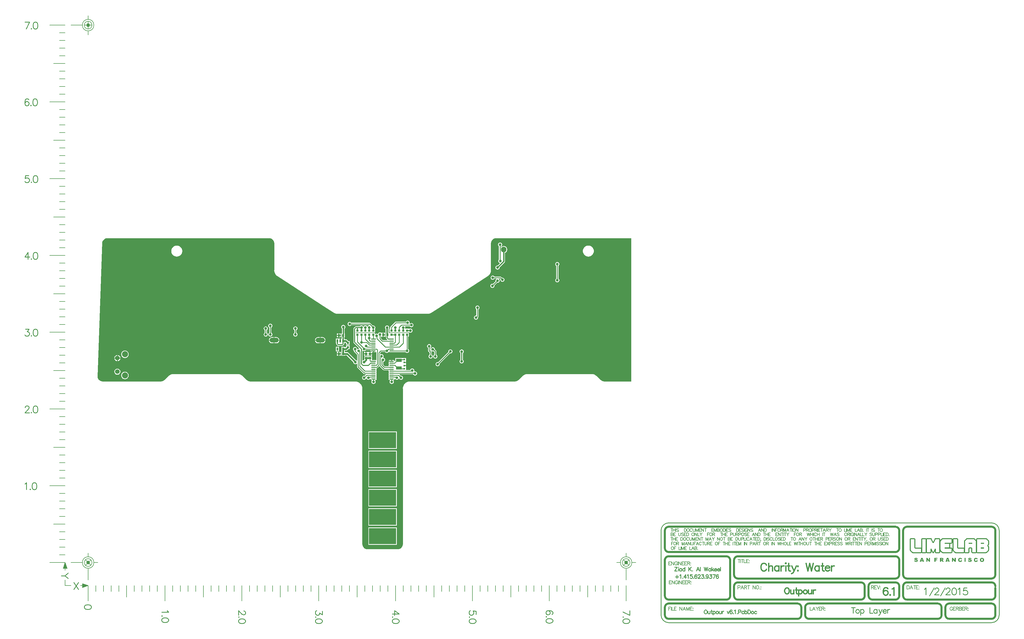
<source format=gtl>
%FSLAX44Y44*%
%MOMM*%
G71*
G01*
G75*
G04 Layer_Physical_Order=1*
G04 Layer_Color=255*
%ADD10R,0.6000X0.5000*%
%ADD11R,1.9000X1.1000*%
%ADD12R,9.0000X5.3000*%
%ADD13R,1.5240X0.3302*%
%ADD14O,1.5240X0.3302*%
%ADD15R,0.7620X0.7620*%
%ADD16R,0.8100X0.7620*%
%ADD17R,0.7620X0.8100*%
%ADD18R,0.6000X1.0500*%
%ADD19C,0.2540*%
%ADD20C,0.3810*%
%ADD21C,0.3500*%
%ADD22C,0.2500*%
%ADD23C,0.6000*%
%ADD24C,0.3000*%
%ADD25C,0.5000*%
%ADD26C,0.2286*%
%ADD27C,0.3000*%
%ADD28C,0.2032*%
%ADD29C,0.6350*%
%ADD30C,0.1270*%
%ADD31O,1.8000X1.9000*%
%ADD32R,1.8000X1.9000*%
%ADD33C,1.5240*%
%ADD34C,2.0000*%
%ADD35O,3.0000X1.5000*%
%ADD36C,0.9000*%
%ADD37C,1.2700*%
%ADD38C,0.8890*%
G36*
X375000Y985521D02*
X822000D01*
Y915000D01*
Y511477D01*
X732678D01*
X732637Y511469D01*
X729355Y511792D01*
X726159Y512761D01*
X723214Y514336D01*
X720665Y516428D01*
X720642Y516463D01*
X708002Y529102D01*
Y529178D01*
Y529178D01*
X704512Y532042D01*
X700530Y534171D01*
X696209Y535481D01*
X691716Y535924D01*
Y535870D01*
X478284D01*
Y535924D01*
X473791Y535481D01*
X469471Y534171D01*
X465489Y532042D01*
X461998Y529178D01*
X462036Y529140D01*
X462036Y529140D01*
X449359Y516463D01*
X449336Y516428D01*
X446786Y514336D01*
X443841Y512761D01*
X440646Y511792D01*
X437364Y511469D01*
X437323Y511477D01*
X90000D01*
Y511531D01*
X85507Y511088D01*
X81186Y509777D01*
X77204Y507649D01*
X73714Y504785D01*
X70850Y501295D01*
X68721Y497313D01*
X67411Y492992D01*
X66968Y488499D01*
X67022D01*
Y-26502D01*
X67030Y-26543D01*
X66707Y-29825D01*
X65737Y-33020D01*
X64163Y-35965D01*
X62045Y-38546D01*
X59464Y-40665D01*
X56519Y-42239D01*
X53323Y-43208D01*
X50041Y-43531D01*
X50000Y-43523D01*
X-50000D01*
X-50041Y-43531D01*
X-53323Y-43208D01*
X-56519Y-42239D01*
X-59464Y-40665D01*
X-62045Y-38546D01*
X-64163Y-35965D01*
X-65737Y-33020D01*
X-66707Y-29825D01*
X-67030Y-26543D01*
X-67022Y-26502D01*
Y488499D01*
X-66968D01*
X-67411Y492992D01*
X-68721Y497313D01*
X-70850Y501295D01*
X-73714Y504785D01*
X-77204Y507649D01*
X-81186Y509777D01*
X-85507Y511088D01*
X-90000Y511531D01*
Y511477D01*
X-437323D01*
X-437364Y511469D01*
X-440646Y511792D01*
X-443841Y512761D01*
X-446786Y514336D01*
X-449336Y516428D01*
X-449359Y516463D01*
X-461998Y529102D01*
Y529178D01*
Y529178D01*
X-465489Y532042D01*
X-469471Y534171D01*
X-473791Y535481D01*
X-478284Y535924D01*
Y535870D01*
X-691716D01*
Y535924D01*
X-696209Y535481D01*
X-700530Y534171D01*
X-704512Y532042D01*
X-708002Y529178D01*
X-707964Y529140D01*
X-707964Y529140D01*
X-720642Y516463D01*
X-720665Y516428D01*
X-723214Y514336D01*
X-726159Y512761D01*
X-729355Y511792D01*
X-732637Y511469D01*
X-732678Y511477D01*
Y511477D01*
X-732678Y511477D01*
X-732678Y511477D01*
X-925013D01*
X-925054Y511469D01*
X-928336Y511792D01*
X-931531Y512761D01*
X-934476Y514336D01*
X-937058Y516454D01*
X-939176Y519035D01*
X-940750Y521980D01*
X-941719Y525176D01*
X-942047Y528499D01*
X-941988Y529092D01*
X-942024Y529093D01*
X-926659Y969093D01*
X-926623Y969092D01*
Y969092D01*
D01*
D01*
X-926621Y969109D01*
D01*
X-926354Y971822D01*
X-925385Y975018D01*
X-923811Y977963D01*
X-921692Y980544D01*
X-919111Y982662D01*
X-916166Y984236D01*
X-912971Y985206D01*
X-909689Y985529D01*
X-909648Y985521D01*
X-375000D01*
X-374959Y985529D01*
X-371677Y985206D01*
X-368482Y984236D01*
X-365537Y982662D01*
X-362955Y980544D01*
X-360837Y977963D01*
X-359263Y975018D01*
X-358293Y971822D01*
X-357970Y968540D01*
X-357978Y968499D01*
Y879353D01*
X-358032D01*
X-357590Y874859D01*
X-356279Y870539D01*
X-354151Y866557D01*
X-351286Y863067D01*
X-347796Y860202D01*
X-347538Y860064D01*
D01*
X-186433Y755378D01*
X-161594Y739233D01*
X-161609Y739210D01*
X-157885Y737220D01*
X-153565Y735910D01*
X-149071Y735467D01*
Y735521D01*
X149071D01*
Y735467D01*
X153565Y735910D01*
X157885Y737220D01*
X161609Y739210D01*
X161594Y739233D01*
X161594Y739233D01*
X186505Y755425D01*
X347538Y860064D01*
X347549Y860070D01*
X347549D01*
X347796Y860202D01*
X351286Y863067D01*
X354151Y866557D01*
X356279Y870539D01*
X357590Y874859D01*
X358032Y879353D01*
X357978D01*
Y968499D01*
X357970Y968540D01*
X358293Y971822D01*
X359263Y975018D01*
X360837Y977963D01*
X362955Y980544D01*
X365537Y982662D01*
X368482Y984236D01*
X371677Y985206D01*
X374959Y985529D01*
X375000Y985521D01*
D02*
G37*
%LPC*%
G36*
X47374Y155586D02*
X-47198D01*
Y98014D01*
X47374D01*
Y155586D01*
D02*
G37*
G36*
X47286Y92186D02*
X-47286D01*
Y34614D01*
X47286D01*
Y92186D01*
D02*
G37*
G36*
X224000Y617789D02*
X222243Y617558D01*
X220606Y616880D01*
X219199Y615801D01*
X218120Y614395D01*
X217442Y612757D01*
X217211Y611000D01*
X217404Y609532D01*
X183468Y575596D01*
X182000Y575789D01*
X180243Y575558D01*
X178605Y574879D01*
X177199Y573801D01*
X176120Y572394D01*
X175442Y570757D01*
X175211Y569000D01*
X175442Y567243D01*
X176120Y565606D01*
X177199Y564199D01*
X178605Y563120D01*
X180243Y562442D01*
X182000Y562211D01*
X183757Y562442D01*
X185394Y563120D01*
X186801Y564199D01*
X187880Y565606D01*
X188558Y567243D01*
X188789Y569000D01*
X188596Y570468D01*
X222532Y604404D01*
X224000Y604211D01*
X225757Y604442D01*
X227395Y605121D01*
X228801Y606199D01*
X229879Y607605D01*
X230558Y609243D01*
X230789Y611000D01*
X230558Y612757D01*
X229879Y614395D01*
X228801Y615801D01*
X227395Y616880D01*
X225757Y617558D01*
X224000Y617789D01*
D02*
G37*
G36*
X47286Y345786D02*
X-47286D01*
Y288214D01*
X47286D01*
Y345786D01*
D02*
G37*
G36*
Y282386D02*
X-47286D01*
Y224814D01*
X47286D01*
Y282386D01*
D02*
G37*
G36*
X47368Y218986D02*
X-47204D01*
Y161414D01*
X47368D01*
Y218986D01*
D02*
G37*
G36*
X47286Y28786D02*
X-47286D01*
Y-28786D01*
X47286D01*
Y28786D01*
D02*
G37*
G36*
X-359770Y647015D02*
X-375959D01*
X-375782Y645664D01*
X-374770Y643222D01*
X-373161Y641124D01*
X-371063Y639515D01*
X-368621Y638503D01*
X-366000Y638158D01*
X-359770D01*
Y647015D01*
D02*
G37*
G36*
X-341041D02*
X-357230D01*
Y638158D01*
X-351000D01*
X-348379Y638503D01*
X-345937Y639515D01*
X-343839Y641124D01*
X-342230Y643222D01*
X-341218Y645664D01*
X-341041Y647015D01*
D02*
G37*
G36*
X-145740Y609625D02*
X-150820D01*
Y604305D01*
X-145740D01*
Y609625D01*
D02*
G37*
G36*
X-138120D02*
X-143200D01*
Y604305D01*
X-138120D01*
Y609625D01*
D02*
G37*
G36*
X-144214Y626571D02*
X-154786D01*
Y611499D01*
X-144214D01*
Y626571D01*
D02*
G37*
G36*
X-877770Y587729D02*
X-886581D01*
X-886398Y586346D01*
X-885375Y583875D01*
X-883746Y581752D01*
X-881624Y580124D01*
X-879152Y579100D01*
X-877770Y578918D01*
Y587729D01*
D02*
G37*
G36*
X-866420D02*
X-875230D01*
Y578918D01*
X-873848Y579100D01*
X-871376Y580124D01*
X-869254Y581752D01*
X-867625Y583875D01*
X-866601Y586346D01*
X-866420Y587729D01*
D02*
G37*
G36*
X28575Y582617D02*
X23876D01*
X22241Y582292D01*
X20854Y581366D01*
X19928Y579980D01*
X19856Y579614D01*
X28575D01*
Y582617D01*
D02*
G37*
G36*
X-851500Y543890D02*
X-854707Y543468D01*
X-857696Y542230D01*
X-860263Y540261D01*
X-862232Y537695D01*
X-863470Y534706D01*
X-863892Y531498D01*
X-863470Y528291D01*
X-862232Y525302D01*
X-860263Y522736D01*
X-857696Y520767D01*
X-854707Y519529D01*
X-851500Y519106D01*
X-848293Y519529D01*
X-845304Y520767D01*
X-842738Y522736D01*
X-840768Y525302D01*
X-839530Y528291D01*
X-839108Y531498D01*
X-839530Y534706D01*
X-840768Y537695D01*
X-842738Y540261D01*
X-845304Y542230D01*
X-848293Y543468D01*
X-851500Y543890D01*
D02*
G37*
G36*
X-876500Y553990D02*
X-879086Y553649D01*
X-881496Y552651D01*
X-883565Y551063D01*
X-885153Y548994D01*
X-886151Y546584D01*
X-886491Y543998D01*
X-886151Y541412D01*
X-885153Y539003D01*
X-883565Y536933D01*
X-881496Y535345D01*
X-879086Y534347D01*
X-876500Y534007D01*
X-873914Y534347D01*
X-871504Y535345D01*
X-869435Y536933D01*
X-867847Y539003D01*
X-866849Y541412D01*
X-866508Y543998D01*
X-866849Y546584D01*
X-867847Y548994D01*
X-869435Y551063D01*
X-871504Y552651D01*
X-873914Y553649D01*
X-876500Y553990D01*
D02*
G37*
G36*
X261500Y617594D02*
X259729Y617361D01*
X258078Y616678D01*
X256660Y615590D01*
X255572Y614172D01*
X254889Y612522D01*
X254655Y610750D01*
X254889Y608979D01*
X255572Y607328D01*
X256660Y605910D01*
X257385Y605354D01*
Y583396D01*
X256660Y582840D01*
X255572Y581422D01*
X254889Y579771D01*
X254655Y578000D01*
X254889Y576228D01*
X255572Y574578D01*
X256660Y573160D01*
X258078Y572072D01*
X259729Y571389D01*
X261500Y571156D01*
X263272Y571389D01*
X264922Y572072D01*
X266340Y573160D01*
X267428Y574578D01*
X268111Y576228D01*
X268344Y578000D01*
X268111Y579771D01*
X267428Y581422D01*
X266340Y582840D01*
X265615Y583396D01*
Y605354D01*
X266340Y605910D01*
X267428Y607328D01*
X268111Y608979D01*
X268344Y610750D01*
X268111Y612522D01*
X267428Y614172D01*
X266340Y615590D01*
X264922Y616678D01*
X263272Y617361D01*
X261500Y617594D01*
D02*
G37*
G36*
X-875230Y599079D02*
Y590269D01*
X-866420D01*
X-866601Y591651D01*
X-867625Y594122D01*
X-869254Y596245D01*
X-871376Y597873D01*
X-873848Y598897D01*
X-875230Y599079D01*
D02*
G37*
G36*
X-145740Y601765D02*
X-150820D01*
Y596445D01*
X-145740D01*
Y601765D01*
D02*
G37*
G36*
X-138120D02*
X-143200D01*
Y596445D01*
X-138120D01*
Y601765D01*
D02*
G37*
G36*
X154000Y635343D02*
X152228Y635110D01*
X150578Y634426D01*
X149160Y633338D01*
X148073Y631921D01*
X147389Y630270D01*
X147156Y628498D01*
X147389Y626727D01*
X148073Y625076D01*
X149160Y623659D01*
X150374Y622727D01*
Y613499D01*
X150374Y613498D01*
X150650Y612111D01*
X151436Y610935D01*
X155374Y606997D01*
Y600270D01*
X154160Y599338D01*
X153073Y597921D01*
X152389Y596270D01*
X152156Y594498D01*
X152389Y592727D01*
X153073Y591076D01*
X154160Y589659D01*
X155578Y588571D01*
X157228Y587887D01*
X159000Y587654D01*
X160772Y587887D01*
X162422Y588571D01*
X163840Y589659D01*
X164928Y591076D01*
X165611Y592727D01*
X165845Y594498D01*
X165611Y596270D01*
X164928Y597921D01*
X163840Y599338D01*
X162626Y600270D01*
Y608498D01*
X162626Y608498D01*
X162350Y609886D01*
X161564Y611062D01*
X160593Y612033D01*
X161431Y612988D01*
X162578Y612107D01*
X164228Y611424D01*
X166000Y611190D01*
X167771Y611424D01*
X168275Y611632D01*
X170374Y609533D01*
Y600270D01*
X169160Y599338D01*
X168072Y597921D01*
X167389Y596270D01*
X167155Y594498D01*
X167389Y592727D01*
X168072Y591076D01*
X169160Y589659D01*
X170578Y588571D01*
X172229Y587887D01*
X174000Y587654D01*
X175772Y587887D01*
X177422Y588571D01*
X178840Y589659D01*
X179928Y591076D01*
X180611Y592727D01*
X180844Y594498D01*
X180611Y596270D01*
X179928Y597921D01*
X178840Y599338D01*
X177626Y600270D01*
Y611035D01*
X177626Y611035D01*
X177350Y612422D01*
X176564Y613599D01*
X176564Y613599D01*
X172761Y617401D01*
X172845Y618035D01*
X172611Y619806D01*
X171928Y621457D01*
X170840Y622875D01*
X169422Y623962D01*
X167771Y624646D01*
X166000Y624879D01*
X164228Y624646D01*
X162578Y623962D01*
X161160Y622875D01*
X160072Y621457D01*
X159389Y619806D01*
X159156Y618035D01*
X159389Y616263D01*
X160072Y614613D01*
X160953Y613465D01*
D01*
X159998Y612628D01*
X157626Y615000D01*
Y622727D01*
X158840Y623659D01*
X159928Y625076D01*
X160611Y626727D01*
X160845Y628498D01*
X160611Y630270D01*
X159928Y631921D01*
X158840Y633338D01*
X157422Y634426D01*
X155772Y635110D01*
X154000Y635343D01*
D02*
G37*
G36*
X-851500Y613890D02*
X-854707Y613468D01*
X-857696Y612230D01*
X-860263Y610261D01*
X-862232Y607695D01*
X-863470Y604706D01*
X-863892Y601498D01*
X-863470Y598291D01*
X-862232Y595302D01*
X-860263Y592736D01*
X-857696Y590767D01*
X-854707Y589529D01*
X-851500Y589106D01*
X-848293Y589529D01*
X-845304Y590767D01*
X-842738Y592736D01*
X-840768Y595302D01*
X-839530Y598291D01*
X-839108Y601498D01*
X-839530Y604706D01*
X-840768Y607695D01*
X-842738Y610261D01*
X-845304Y612230D01*
X-848293Y613468D01*
X-851500Y613890D01*
D02*
G37*
G36*
X-877770Y599079D02*
X-879152Y598897D01*
X-881624Y597873D01*
X-883746Y596245D01*
X-885375Y594122D01*
X-886398Y591651D01*
X-886581Y590269D01*
X-877770D01*
Y599079D01*
D02*
G37*
G36*
X8380Y672625D02*
X3300D01*
Y667305D01*
X8380D01*
Y672625D01*
D02*
G37*
G36*
X-109000Y708789D02*
X-110757Y708558D01*
X-112395Y707879D01*
X-113801Y706801D01*
X-114880Y705395D01*
X-115558Y703757D01*
X-115789Y702000D01*
X-115558Y700243D01*
X-114880Y698605D01*
X-113801Y697199D01*
X-112395Y696121D01*
X-110757Y695442D01*
X-109000Y695211D01*
X-107243Y695442D01*
X-105605Y696121D01*
X-104199Y697199D01*
X-103298Y698374D01*
X-45034D01*
X-44294Y697342D01*
X-44484Y696781D01*
X-45771Y696611D01*
X-47422Y695928D01*
X-48840Y694840D01*
X-49852Y693521D01*
X-51122D01*
X-52160Y694874D01*
X-53578Y695962D01*
X-55228Y696646D01*
X-57000Y696879D01*
X-58771Y696646D01*
X-60422Y695962D01*
X-61840Y694874D01*
X-62878Y693521D01*
X-64148D01*
X-65160Y694840D01*
X-66578Y695928D01*
X-68229Y696611D01*
X-70000Y696844D01*
X-71771Y696611D01*
X-73422Y695928D01*
X-74840Y694840D01*
X-75592Y693860D01*
X-88500D01*
X-89977Y693566D01*
X-91229Y692730D01*
X-91229Y692729D01*
X-95230Y688730D01*
X-96066Y687477D01*
X-96360Y686000D01*
X-96360Y686000D01*
Y641535D01*
X-96360Y641535D01*
X-96066Y640058D01*
X-95230Y638805D01*
X-77292Y620868D01*
X-77853Y619729D01*
X-79000Y619879D01*
X-80772Y619646D01*
X-82422Y618962D01*
X-83322Y618272D01*
X-84422Y618907D01*
X-84405Y619035D01*
X-84639Y620806D01*
X-85323Y622457D01*
X-86410Y623875D01*
X-87828Y624962D01*
X-89479Y625646D01*
X-91250Y625879D01*
X-93021Y625646D01*
X-94672Y624962D01*
X-96090Y623875D01*
X-97178Y622457D01*
X-97861Y620806D01*
X-98095Y619035D01*
X-97861Y617263D01*
X-97178Y615613D01*
X-96090Y614195D01*
X-94876Y613263D01*
Y612035D01*
X-94876Y612035D01*
X-94600Y610647D01*
X-93814Y609471D01*
X-84056Y599713D01*
Y581186D01*
X-85002Y580460D01*
X-85195Y580365D01*
X-86578Y581426D01*
X-87820Y581941D01*
X-112725Y606846D01*
X-114474Y608014D01*
X-116536Y608424D01*
X-124404D01*
Y609371D01*
X-125111D01*
Y613645D01*
X-120530D01*
X-118468Y614056D01*
X-116719Y615224D01*
X-112974Y618969D01*
X-108404D01*
Y631161D01*
X-120596D01*
Y626591D01*
X-122762Y624424D01*
X-125214D01*
Y626571D01*
X-135786D01*
Y619556D01*
X-135890Y619035D01*
Y609371D01*
X-136596D01*
Y596699D01*
X-124404D01*
Y597645D01*
X-118769D01*
X-96819Y575695D01*
X-96845Y575498D01*
X-96611Y573727D01*
X-95927Y572076D01*
X-94840Y570659D01*
X-93422Y569571D01*
X-91771Y568887D01*
X-90000Y568654D01*
X-88229Y568887D01*
X-86578Y569571D01*
X-85195Y570632D01*
X-85002Y570537D01*
X-84056Y569811D01*
Y559929D01*
X-84056Y559928D01*
X-83780Y558541D01*
X-82994Y557365D01*
X-62410Y536781D01*
X-62410Y536781D01*
X-61705Y536310D01*
X-61234Y535995D01*
X-59847Y535719D01*
X-56073D01*
X-55587Y534546D01*
X-59457Y530676D01*
X-61000Y530879D01*
X-62772Y530646D01*
X-64422Y529962D01*
X-65840Y528875D01*
X-66928Y527457D01*
X-67611Y525806D01*
X-67845Y524035D01*
X-67611Y522263D01*
X-66928Y520613D01*
X-65840Y519195D01*
X-64422Y518107D01*
X-62772Y517424D01*
X-61000Y517190D01*
X-59229Y517424D01*
X-57578Y518107D01*
X-56160Y519195D01*
X-55072Y520613D01*
X-54635Y521669D01*
X-53365D01*
X-52928Y520613D01*
X-51840Y519195D01*
X-50422Y518107D01*
X-48772Y517424D01*
X-47000Y517190D01*
X-45229Y517424D01*
X-43578Y518107D01*
X-42160Y519195D01*
X-41073Y520613D01*
X-40864Y521115D01*
X-39649Y520747D01*
X-39828Y519846D01*
X-39523Y518309D01*
X-38652Y517007D01*
X-37350Y516137D01*
X-35814Y515831D01*
X-35541D01*
X-34980Y514692D01*
X-35928Y513457D01*
X-36611Y511806D01*
X-36844Y510035D01*
X-36611Y508263D01*
X-35928Y506613D01*
X-34840Y505195D01*
X-33422Y504107D01*
X-31772Y503424D01*
X-30000Y503190D01*
X-28228Y503424D01*
X-26578Y504107D01*
X-25160Y505195D01*
X-24072Y506613D01*
X-23389Y508263D01*
X-23156Y510035D01*
X-23389Y511806D01*
X-24072Y513457D01*
X-25020Y514692D01*
X-24517Y515713D01*
X-24426Y515831D01*
X-23876D01*
X-22340Y516137D01*
X-21038Y517007D01*
X-20167Y518309D01*
X-19862Y519846D01*
X-20167Y521382D01*
X-21038Y522684D01*
Y523507D01*
X-20167Y524809D01*
X-19862Y526345D01*
X-20167Y527882D01*
X-21038Y529184D01*
Y530007D01*
X-20167Y531309D01*
X-19862Y532845D01*
X-20167Y534381D01*
X-21038Y535684D01*
Y536507D01*
X-20167Y537809D01*
X-19862Y539345D01*
X-20167Y540881D01*
X-21038Y542183D01*
Y543007D01*
X-20167Y544309D01*
X-19862Y545845D01*
X-20167Y547381D01*
X-21038Y548683D01*
Y549506D01*
X-20167Y550809D01*
X-19862Y552345D01*
X-20167Y553881D01*
X-20313Y554099D01*
X-19714Y555219D01*
X-19250D01*
X-19250Y555219D01*
X-17863Y555495D01*
X-16687Y556281D01*
X-10994Y561974D01*
X-9730Y561849D01*
X-9424Y561391D01*
X2186Y549781D01*
X2186Y549781D01*
X2891Y549310D01*
X3363Y548995D01*
X4750Y548719D01*
X19714D01*
X20313Y547599D01*
X20167Y547381D01*
X19862Y545845D01*
X20167Y544309D01*
X21038Y543007D01*
Y542183D01*
X20167Y540881D01*
X19862Y539345D01*
X20167Y537809D01*
X21038Y536507D01*
Y535684D01*
X20167Y534381D01*
X19862Y532845D01*
X20167Y531309D01*
X21038Y530007D01*
Y529184D01*
X20167Y527882D01*
X19862Y526345D01*
X20167Y524809D01*
X21038Y523507D01*
Y522684D01*
X20167Y521382D01*
X19862Y519846D01*
X20167Y518309D01*
X21038Y517007D01*
X22340Y516137D01*
X23876Y515831D01*
X24426D01*
X24517Y515713D01*
X25020Y514692D01*
X24072Y513457D01*
X23389Y511806D01*
X23156Y510035D01*
X23389Y508263D01*
X24072Y506613D01*
X25160Y505195D01*
X26578Y504107D01*
X28228Y503424D01*
X30000Y503190D01*
X31772Y503424D01*
X33422Y504107D01*
X34840Y505195D01*
X35928Y506613D01*
X36611Y508263D01*
X36844Y510035D01*
X36611Y511806D01*
X35928Y513457D01*
X34980Y514692D01*
X35541Y515831D01*
X35814D01*
X37350Y516137D01*
X38652Y517007D01*
X39523Y518309D01*
X39828Y519846D01*
X39649Y520747D01*
X40864Y521115D01*
X41073Y520613D01*
X42160Y519195D01*
X43578Y518107D01*
X45229Y517424D01*
X47000Y517190D01*
X48772Y517424D01*
X50422Y518107D01*
X51840Y519195D01*
X52928Y520613D01*
X53365Y521669D01*
X54635D01*
X55072Y520613D01*
X56160Y519195D01*
X57578Y518107D01*
X59229Y517424D01*
X61000Y517190D01*
X62772Y517424D01*
X64422Y518107D01*
X65840Y519195D01*
X66928Y520613D01*
X67611Y522263D01*
X67845Y524035D01*
X67611Y525806D01*
X66928Y527457D01*
X65840Y528875D01*
X64422Y529962D01*
X62772Y530646D01*
X61000Y530879D01*
X59457Y530676D01*
X55587Y534546D01*
X56073Y535719D01*
X100614D01*
X101072Y534613D01*
X102160Y533195D01*
X103578Y532107D01*
X105229Y531423D01*
X107000Y531190D01*
X108771Y531423D01*
X110422Y532107D01*
X111840Y533195D01*
X112928Y534613D01*
X113611Y536263D01*
X113844Y538035D01*
X113611Y539806D01*
X112928Y541457D01*
X111840Y542875D01*
X110422Y543962D01*
X108771Y544646D01*
X107000Y544879D01*
X105236Y544647D01*
X104463Y545655D01*
X104611Y546013D01*
X104845Y547785D01*
X104611Y549556D01*
X103928Y551207D01*
X102840Y552625D01*
X101422Y553712D01*
X99771Y554396D01*
X98000Y554629D01*
X96229Y554396D01*
X94578Y553712D01*
X93160Y552625D01*
X92072Y551207D01*
X91389Y549556D01*
X91375Y549450D01*
X77286D01*
Y558097D01*
X77286Y558097D01*
X77286D01*
X77286Y558821D01*
X77540Y558995D01*
X77540Y559719D01*
X77540Y559719D01*
X77540D01*
Y562765D01*
X72000D01*
Y565305D01*
X77540D01*
Y568560D01*
X77540Y568560D01*
X77540D01*
X77540Y569075D01*
Y569267D01*
Y569458D01*
X77540Y569973D01*
X77540Y569973D01*
X77540D01*
Y573228D01*
X72000D01*
Y575768D01*
X77540D01*
Y578814D01*
X77540Y578814D01*
X77540D01*
X77540Y579538D01*
X77286Y579712D01*
X77286Y580437D01*
X77286Y580437D01*
X77286D01*
Y589284D01*
X66714D01*
Y589284D01*
X65822D01*
X65786Y589321D01*
Y589321D01*
X42214D01*
Y579347D01*
X41226Y578359D01*
X40011Y578728D01*
X39762Y579980D01*
X38836Y581366D01*
X37449Y582292D01*
X35814Y582617D01*
X31115D01*
Y578344D01*
X29845D01*
Y577074D01*
X19856D01*
X19928Y576709D01*
X20854Y575323D01*
X20854Y575323D01*
X20854D01*
X21038Y574683D01*
X21038D01*
Y574683D01*
X20167Y573381D01*
X19862Y571844D01*
X20167Y570308D01*
X21038Y569006D01*
Y568183D01*
X20167Y566881D01*
X19862Y565345D01*
X20167Y563808D01*
X20313Y563590D01*
X19714Y562470D01*
X6936D01*
X1846Y567561D01*
Y576486D01*
X3271Y576674D01*
X4922Y577357D01*
X6340Y578445D01*
X7427Y579863D01*
X8111Y581513D01*
X8345Y583285D01*
X8111Y585056D01*
X7427Y586707D01*
X6340Y588125D01*
X4922Y589212D01*
X3271Y589896D01*
X2568Y589989D01*
X2082Y591162D01*
X2428Y591612D01*
X3111Y593263D01*
X3345Y595035D01*
X3111Y596806D01*
X2428Y598457D01*
X1340Y599874D01*
X-78Y600962D01*
X-1728Y601646D01*
X-3500Y601879D01*
X-5271Y601646D01*
X-6922Y600962D01*
X-7175Y600768D01*
X-8314Y601330D01*
Y605558D01*
X-4498Y609374D01*
X8228D01*
X9160Y608160D01*
X10578Y607072D01*
X12228Y606389D01*
X14000Y606156D01*
X15771Y606389D01*
X17422Y607072D01*
X18840Y608160D01*
X19928Y609578D01*
X19958Y609650D01*
X21038Y609757D01*
X22340Y608887D01*
X23876Y608581D01*
X35814D01*
X37350Y608887D01*
X37474Y608970D01*
X75612D01*
X76160Y608255D01*
X77578Y607167D01*
X79229Y606484D01*
X81000Y606250D01*
X82772Y606484D01*
X84422Y607167D01*
X85840Y608255D01*
X86927Y609673D01*
X87611Y611323D01*
X87844Y613095D01*
X87611Y614866D01*
X86927Y616517D01*
X85840Y617935D01*
X84626Y618866D01*
Y659999D01*
X87096D01*
Y672191D01*
X74904D01*
Y672191D01*
X74319Y672191D01*
X74096Y672191D01*
Y672191D01*
X74096D01*
X74096D01*
X61904D01*
Y672191D01*
X61319Y672191D01*
X61096D01*
Y672191D01*
X61096D01*
X61096D01*
X48904D01*
Y672191D01*
X48319Y672191D01*
X48096D01*
Y672191D01*
X48096D01*
X48096D01*
X35904D01*
Y672191D01*
X35319Y672191D01*
X35096D01*
Y672191D01*
X35096D01*
X35096D01*
X22904D01*
Y672191D01*
X22276D01*
X22096Y672371D01*
Y672371D01*
X19880D01*
Y685247D01*
X20928Y686612D01*
X21611Y688263D01*
X21845Y690035D01*
X21611Y691806D01*
X20928Y693457D01*
X19840Y694874D01*
X18422Y695962D01*
X16772Y696646D01*
X15000Y696879D01*
X13229Y696646D01*
X11578Y695962D01*
X10160Y694874D01*
X9073Y693457D01*
X8389Y691806D01*
X8156Y690035D01*
X8389Y688263D01*
X9073Y686612D01*
X10120Y685247D01*
Y672371D01*
X9904D01*
Y659699D01*
X11140D01*
Y656095D01*
X11140Y656095D01*
X11434Y654618D01*
X12270Y653365D01*
X15742Y649894D01*
X15256Y648720D01*
X502D01*
X-5374Y654596D01*
Y659445D01*
X-4320D01*
Y659445D01*
X760D01*
Y666035D01*
Y672625D01*
X-4320D01*
X-4320Y672625D01*
Y672625D01*
X-4845Y672366D01*
X-5578Y672928D01*
X-7229Y673611D01*
X-9000Y673845D01*
X-10771Y673611D01*
X-12422Y672928D01*
X-13840Y671840D01*
X-14928Y670422D01*
X-15611Y668772D01*
X-16078Y668962D01*
X-16078Y668962D01*
D01*
X-17728Y669646D01*
X-19500Y669879D01*
X-21271Y669646D01*
X-22922Y668962D01*
X-23765Y668316D01*
X-24904Y668877D01*
Y672191D01*
X-37096D01*
Y672191D01*
X-37681Y672191D01*
X-37904Y672191D01*
Y672191D01*
X-37904D01*
X-37904D01*
X-50096D01*
Y672191D01*
X-50681Y672191D01*
X-50904Y672191D01*
Y672191D01*
X-50904D01*
X-50904D01*
X-63096D01*
Y672191D01*
X-63681Y672191D01*
X-63904Y672191D01*
Y672191D01*
X-63904D01*
X-63904D01*
X-76096D01*
Y672131D01*
X-76904D01*
Y672131D01*
X-88640D01*
Y673909D01*
X-76904D01*
Y673969D01*
X-76096D01*
Y673969D01*
X-63904D01*
Y673969D01*
X-63096Y673969D01*
Y673969D01*
X-50904D01*
Y673969D01*
X-50096Y673969D01*
Y673969D01*
X-37904D01*
Y673969D01*
X-37096Y673969D01*
Y673969D01*
X-24904D01*
Y686161D01*
X-24904Y686161D01*
X-24904D01*
X-25105Y686569D01*
X-25072Y686612D01*
X-24389Y688263D01*
X-24155Y690035D01*
X-24389Y691806D01*
X-25072Y693457D01*
X-26160Y694874D01*
X-27578Y695962D01*
X-29228Y696646D01*
X-31000Y696879D01*
X-32517Y696680D01*
X-40401Y704564D01*
X-41578Y705350D01*
X-42965Y705626D01*
X-42965Y705626D01*
X-103298D01*
X-104199Y706801D01*
X-105605Y707879D01*
X-107243Y708558D01*
X-109000Y708789D01*
D02*
G37*
G36*
X83000Y712844D02*
X81229Y712611D01*
X79578Y711928D01*
X78160Y710840D01*
X77228Y709626D01*
X44000D01*
X44000Y709626D01*
X42613Y709350D01*
X41436Y708564D01*
X41436Y708564D01*
X26436Y693564D01*
X25650Y692387D01*
X25374Y691000D01*
X25374Y691000D01*
Y686161D01*
X22904D01*
Y673969D01*
X35096D01*
Y673969D01*
X35904Y673969D01*
Y673969D01*
X48096D01*
Y673969D01*
X48904Y673969D01*
Y673969D01*
X61096D01*
Y673969D01*
X61904Y673969D01*
Y673969D01*
X74006D01*
X74006Y673969D01*
Y673969D01*
X74096Y673969D01*
X74500Y673969D01*
X74904Y673969D01*
X74994Y673969D01*
X74994Y673969D01*
Y673969D01*
X87096D01*
Y673969D01*
Y673969D01*
X87160Y675160D01*
D01*
X88578Y674072D01*
X90229Y673389D01*
X92000Y673156D01*
X93771Y673389D01*
X95422Y674072D01*
X96840Y675160D01*
X97928Y676578D01*
X98611Y678229D01*
X98844Y680000D01*
X98611Y681771D01*
X97928Y683422D01*
X96840Y684840D01*
X95422Y685928D01*
X93771Y686611D01*
X92000Y686844D01*
X90229Y686611D01*
X88578Y685928D01*
X88209Y685645D01*
X87096Y686161D01*
X87096Y686161D01*
X74994D01*
X74994Y686161D01*
Y686161D01*
X74904Y686161D01*
D01*
X73927Y686578D01*
X74611Y688229D01*
X74844Y690000D01*
X74611Y691771D01*
X73971Y693318D01*
X74676Y694374D01*
X89228D01*
X90160Y693160D01*
X91578Y692073D01*
X93229Y691389D01*
X95000Y691155D01*
X96771Y691389D01*
X98422Y692073D01*
X99840Y693160D01*
X100927Y694578D01*
X101611Y696228D01*
X101845Y698000D01*
X101611Y699771D01*
X100927Y701422D01*
X99840Y702840D01*
X98422Y703928D01*
X96771Y704611D01*
X95000Y704845D01*
X93229Y704611D01*
X91578Y703928D01*
X90459Y703069D01*
X89451Y703842D01*
X89611Y704229D01*
X89845Y706000D01*
X89611Y707772D01*
X88928Y709422D01*
X87840Y710840D01*
X86422Y711928D01*
X84771Y712611D01*
X83000Y712844D01*
D02*
G37*
G36*
X-288000Y693789D02*
X-289757Y693558D01*
X-291395Y692879D01*
X-292801Y691801D01*
X-293880Y690395D01*
X-294558Y688757D01*
X-294789Y687000D01*
X-294558Y685243D01*
X-293880Y683605D01*
X-292801Y682199D01*
X-291626Y681298D01*
Y672702D01*
X-292801Y671801D01*
X-293880Y670395D01*
X-294558Y668757D01*
X-294789Y667000D01*
X-294558Y665243D01*
X-293880Y663605D01*
X-292801Y662199D01*
X-291395Y661121D01*
X-289757Y660442D01*
X-288000Y660211D01*
X-286243Y660442D01*
X-284606Y661121D01*
X-283199Y662199D01*
X-282120Y663605D01*
X-281442Y665243D01*
X-281211Y667000D01*
X-281442Y668757D01*
X-282120Y670395D01*
X-283199Y671801D01*
X-284374Y672702D01*
Y681298D01*
X-283199Y682199D01*
X-282120Y683605D01*
X-281442Y685243D01*
X-281211Y687000D01*
X-281442Y688757D01*
X-282120Y690395D01*
X-283199Y691801D01*
X-284606Y692879D01*
X-286243Y693558D01*
X-288000Y693789D01*
D02*
G37*
G36*
X-145740Y670625D02*
X-150820D01*
Y665305D01*
X-145740D01*
Y670625D01*
D02*
G37*
G36*
X-138120D02*
X-143200D01*
Y665305D01*
X-138120D01*
Y670625D01*
D02*
G37*
G36*
X388250Y971345D02*
X386479Y971111D01*
X384828Y970427D01*
X383410Y969340D01*
X382323Y967922D01*
X381639Y966272D01*
X381405Y964500D01*
X381639Y962729D01*
X382323Y961078D01*
X383410Y959660D01*
X384472Y958845D01*
Y915010D01*
X384199Y914801D01*
X383120Y913395D01*
X382442Y911757D01*
X382211Y910000D01*
X382442Y908243D01*
X383120Y906606D01*
X384199Y905199D01*
X385606Y904120D01*
X387243Y903442D01*
X387283Y903437D01*
X387691Y902234D01*
X380708Y895251D01*
X380000Y895344D01*
X378228Y895111D01*
X376578Y894427D01*
X375160Y893340D01*
X374072Y891922D01*
X373389Y890272D01*
X373156Y888500D01*
X373389Y886729D01*
X374072Y885078D01*
X375160Y883660D01*
X376578Y882572D01*
X378228Y881889D01*
X380000Y881656D01*
X381772Y881889D01*
X383422Y882572D01*
X384840Y883660D01*
X385928Y885078D01*
X386611Y886729D01*
X386844Y888500D01*
X386751Y889208D01*
X403422Y905878D01*
X403422Y905879D01*
X404348Y907265D01*
X404673Y908900D01*
X404673Y908900D01*
Y937054D01*
X406092Y937642D01*
X408449Y939451D01*
X410258Y941808D01*
X411395Y944554D01*
X411783Y947500D01*
Y948500D01*
X411395Y951446D01*
X410258Y954192D01*
X408449Y956549D01*
X406092Y958358D01*
X403346Y959495D01*
X400400Y959883D01*
X397454Y959495D01*
X394708Y958358D01*
X392863Y956942D01*
X391923Y957405D01*
X391799Y958669D01*
X393090Y959660D01*
X394178Y961078D01*
X394861Y962729D01*
X395094Y964500D01*
X394861Y966272D01*
X394178Y967922D01*
X393090Y969340D01*
X391672Y970427D01*
X390022Y971111D01*
X388250Y971345D01*
D02*
G37*
G36*
X-680000Y961104D02*
X-683560Y960753D01*
X-686983Y959715D01*
X-690138Y958028D01*
X-692904Y955759D01*
X-695173Y952993D01*
X-696860Y949838D01*
X-697898Y946415D01*
X-698249Y942855D01*
X-697898Y939295D01*
X-696860Y935871D01*
X-695173Y932716D01*
X-692904Y929951D01*
X-690138Y927682D01*
X-686983Y925995D01*
X-683560Y924957D01*
X-680000Y924606D01*
X-676440Y924957D01*
X-673016Y925995D01*
X-669861Y927682D01*
X-667096Y929951D01*
X-664827Y932716D01*
X-663140Y935871D01*
X-662102Y939295D01*
X-661751Y942855D01*
X-662102Y946415D01*
X-663140Y949838D01*
X-664827Y952993D01*
X-667096Y955759D01*
X-669861Y958028D01*
X-673016Y959715D01*
X-676440Y960753D01*
X-680000Y961104D01*
D02*
G37*
G36*
X680000Y961168D02*
X676440Y960817D01*
X673016Y959779D01*
X669861Y958092D01*
X667096Y955823D01*
X664826Y953057D01*
X663140Y949902D01*
X662101Y946479D01*
X661751Y942919D01*
X662101Y939359D01*
X663140Y935935D01*
X664826Y932780D01*
X667096Y930015D01*
X669861Y927745D01*
X673016Y926059D01*
X676440Y925021D01*
X680000Y924670D01*
X683560Y925021D01*
X686983Y926059D01*
X690138Y927745D01*
X692904Y930015D01*
X695173Y932780D01*
X696859Y935935D01*
X697898Y939359D01*
X698249Y942919D01*
X697898Y946479D01*
X696859Y949902D01*
X695173Y953057D01*
X692904Y955823D01*
X690138Y958092D01*
X686983Y959779D01*
X683560Y960817D01*
X680000Y961168D01*
D02*
G37*
G36*
X313500Y762843D02*
X311728Y762610D01*
X310078Y761926D01*
X308660Y760838D01*
X307572Y759421D01*
X306889Y757770D01*
X306656Y755998D01*
X306889Y754227D01*
X307572Y752576D01*
X308660Y751159D01*
X309874Y750227D01*
Y730408D01*
X308920Y729571D01*
X308750Y729593D01*
X306978Y729360D01*
X305328Y728676D01*
X303910Y727588D01*
X302822Y726171D01*
X302139Y724520D01*
X301905Y722748D01*
X302139Y720977D01*
X302822Y719326D01*
X303910Y717909D01*
X305328Y716821D01*
X306978Y716137D01*
X308750Y715904D01*
X310522Y716137D01*
X312172Y716821D01*
X313590Y717909D01*
X314678Y719326D01*
X315361Y720977D01*
X315595Y722748D01*
X315395Y724266D01*
X316064Y724935D01*
X316064Y724935D01*
X316535Y725640D01*
X316850Y726111D01*
X317126Y727498D01*
Y750227D01*
X318340Y751159D01*
X319428Y752576D01*
X320111Y754227D01*
X320345Y755998D01*
X320111Y757770D01*
X319428Y759421D01*
X318340Y760838D01*
X316922Y761926D01*
X315271Y762610D01*
X313500Y762843D01*
D02*
G37*
G36*
X577500Y906844D02*
X575728Y906611D01*
X574078Y905928D01*
X572660Y904840D01*
X571572Y903422D01*
X570889Y901771D01*
X570656Y900000D01*
X570889Y898229D01*
X571572Y896578D01*
X572660Y895160D01*
X573874Y894229D01*
Y852021D01*
X572660Y851090D01*
X571572Y849672D01*
X570889Y848021D01*
X570656Y846250D01*
X570889Y844479D01*
X571572Y842828D01*
X572660Y841410D01*
X574078Y840322D01*
X575728Y839639D01*
X577500Y839406D01*
X579272Y839639D01*
X580922Y840322D01*
X582340Y841410D01*
X583428Y842828D01*
X584111Y844479D01*
X584344Y846250D01*
X584111Y848021D01*
X583428Y849672D01*
X582340Y851090D01*
X581126Y852021D01*
Y894229D01*
X582340Y895160D01*
X583428Y896578D01*
X584111Y898229D01*
X584344Y900000D01*
X584111Y901771D01*
X583428Y903422D01*
X582340Y904840D01*
X580922Y905928D01*
X579272Y906611D01*
X577500Y906844D01*
D02*
G37*
G36*
X364000Y861789D02*
X362243Y861558D01*
X360606Y860880D01*
X359199Y859801D01*
X358120Y858394D01*
X357442Y856757D01*
X357211Y855000D01*
X357442Y853243D01*
X358120Y851606D01*
X359199Y850199D01*
X360606Y849120D01*
X362243Y848442D01*
X364000Y848211D01*
X365757Y848442D01*
X367395Y849120D01*
X368801Y850199D01*
X369702Y851374D01*
X375275D01*
X375683Y850172D01*
X375199Y849801D01*
X374120Y848394D01*
X373442Y846757D01*
X373211Y845000D01*
X373404Y843531D01*
X364468Y834594D01*
X362999Y834787D01*
X361242Y834556D01*
X359605Y833878D01*
X358199Y832799D01*
X357120Y831393D01*
X356441Y829755D01*
X356210Y827998D01*
X356441Y826241D01*
X357120Y824604D01*
X358199Y823198D01*
X359605Y822119D01*
X361242Y821441D01*
X362999Y821209D01*
X364756Y821441D01*
X366394Y822119D01*
X367800Y823198D01*
X368879Y824604D01*
X369557Y826241D01*
X369788Y827998D01*
X369595Y829467D01*
X378532Y838404D01*
X380000Y838211D01*
X381757Y838442D01*
X383395Y839120D01*
X384801Y840199D01*
X385880Y841606D01*
X386558Y843243D01*
X386789Y845000D01*
X386558Y846757D01*
X385880Y848394D01*
X384801Y849801D01*
X384317Y850172D01*
X384725Y851374D01*
X387498D01*
X389404Y849468D01*
X389211Y848000D01*
X389442Y846243D01*
X390121Y844605D01*
X391199Y843199D01*
X392605Y842121D01*
X394243Y841442D01*
X396000Y841211D01*
X397757Y841442D01*
X399395Y842121D01*
X400801Y843199D01*
X401880Y844605D01*
X402558Y846243D01*
X402789Y848000D01*
X402558Y849757D01*
X401880Y851395D01*
X400801Y852801D01*
X399395Y853879D01*
X397757Y854558D01*
X396000Y854789D01*
X394532Y854596D01*
X391564Y857564D01*
X390387Y858350D01*
X389000Y858626D01*
X389000Y858626D01*
X369702D01*
X368801Y859801D01*
X367395Y860880D01*
X365757Y861558D01*
X364000Y861789D01*
D02*
G37*
G36*
X-359770Y658411D02*
X-366000D01*
X-368621Y658066D01*
X-371063Y657055D01*
X-373161Y655445D01*
X-374770Y653348D01*
X-375782Y650906D01*
X-375959Y649555D01*
X-359770D01*
Y658411D01*
D02*
G37*
G36*
X-351000D02*
X-357230D01*
Y649555D01*
X-341041D01*
X-341218Y650906D01*
X-342230Y653348D01*
X-343839Y655445D01*
X-345937Y657055D01*
X-348379Y658066D01*
X-351000Y658411D01*
D02*
G37*
G36*
X-207370D02*
X-213600D01*
X-216221Y658066D01*
X-218663Y657055D01*
X-220761Y655445D01*
X-222370Y653348D01*
X-223382Y650906D01*
X-223559Y649555D01*
X-207370D01*
Y658411D01*
D02*
G37*
G36*
Y647015D02*
X-223559D01*
X-223382Y645664D01*
X-222370Y643222D01*
X-220761Y641124D01*
X-218663Y639515D01*
X-216221Y638503D01*
X-213600Y638158D01*
X-207370D01*
Y647015D01*
D02*
G37*
G36*
X-188641D02*
X-204830D01*
Y638158D01*
X-198600D01*
X-195979Y638503D01*
X-193537Y639515D01*
X-191439Y641124D01*
X-189830Y643222D01*
X-188818Y645664D01*
X-188641Y647015D01*
D02*
G37*
G36*
X-130000Y698845D02*
X-131771Y698611D01*
X-133422Y697927D01*
X-134840Y696840D01*
X-135927Y695422D01*
X-136611Y693772D01*
X-136845Y692000D01*
X-136611Y690229D01*
X-135927Y688578D01*
X-134840Y687160D01*
X-134273Y686725D01*
Y670371D01*
X-136596D01*
Y657699D01*
X-134773D01*
Y653825D01*
X-138730D01*
Y646035D01*
X-141270D01*
Y653825D01*
X-145540D01*
Y653571D01*
X-154786D01*
Y638499D01*
X-153360D01*
Y636035D01*
X-153360Y636035D01*
X-153066Y634558D01*
X-152230Y633305D01*
X-149229Y630305D01*
X-149229Y630305D01*
X-148603Y629887D01*
X-147977Y629468D01*
X-146500Y629174D01*
X-146500Y629174D01*
X-133500D01*
X-133500Y629174D01*
X-132023Y629468D01*
X-130770Y630305D01*
X-127771Y633305D01*
X-127771Y633305D01*
X-126934Y634557D01*
X-126640Y636035D01*
Y638499D01*
X-125214D01*
Y640645D01*
X-123733D01*
X-120596Y637509D01*
Y632939D01*
X-108404D01*
Y645131D01*
X-112974D01*
X-117690Y649846D01*
X-119438Y651014D01*
X-121501Y651424D01*
X-125214D01*
Y653571D01*
X-126227D01*
Y657699D01*
X-124404D01*
Y670371D01*
X-125727D01*
Y686725D01*
X-125160Y687160D01*
X-124072Y688578D01*
X-123389Y690229D01*
X-123155Y692000D01*
X-123389Y693772D01*
X-124072Y695422D01*
X-125160Y696840D01*
X-126578Y697927D01*
X-128229Y698611D01*
X-130000Y698845D01*
D02*
G37*
G36*
X8380Y664765D02*
X3300D01*
Y659445D01*
X8380D01*
Y664765D01*
D02*
G37*
G36*
X-386000Y693789D02*
X-387757Y693558D01*
X-389394Y692879D01*
X-390801Y691801D01*
X-391880Y690395D01*
X-392558Y688757D01*
X-392789Y687000D01*
X-392558Y685243D01*
X-391880Y683605D01*
X-390801Y682199D01*
X-389626Y681298D01*
Y672702D01*
X-390801Y671801D01*
X-391880Y670395D01*
X-392558Y668757D01*
X-392789Y667000D01*
X-392558Y665243D01*
X-391880Y663605D01*
X-390801Y662199D01*
X-389394Y661121D01*
X-387757Y660442D01*
X-386000Y660211D01*
X-384243Y660442D01*
X-382606Y661121D01*
X-381199Y662199D01*
X-380121Y663605D01*
X-379442Y665243D01*
X-379211Y667000D01*
X-379442Y668757D01*
X-380121Y670395D01*
X-381199Y671801D01*
X-382374Y672702D01*
Y681298D01*
X-381199Y682199D01*
X-380121Y683605D01*
X-379442Y685243D01*
X-379211Y687000D01*
X-379442Y688757D01*
X-380121Y690395D01*
X-381199Y691801D01*
X-382606Y692879D01*
X-384243Y693558D01*
X-386000Y693789D01*
D02*
G37*
G36*
X-371000Y702789D02*
X-372757Y702558D01*
X-374395Y701880D01*
X-375801Y700801D01*
X-376880Y699395D01*
X-377558Y697757D01*
X-377789Y696000D01*
X-377558Y694243D01*
X-376880Y692606D01*
X-375801Y691199D01*
X-374626Y690298D01*
Y672702D01*
X-375801Y671801D01*
X-376880Y670395D01*
X-377558Y668757D01*
X-377789Y667000D01*
X-377558Y665243D01*
X-376880Y663605D01*
X-375801Y662199D01*
X-374395Y661121D01*
X-372757Y660442D01*
X-371000Y660211D01*
X-369243Y660442D01*
X-367605Y661121D01*
X-366199Y662199D01*
X-365121Y663605D01*
X-364442Y665243D01*
X-364211Y667000D01*
X-364442Y668757D01*
X-365121Y670395D01*
X-366199Y671801D01*
X-367374Y672702D01*
Y690298D01*
X-366199Y691199D01*
X-365121Y692606D01*
X-364442Y694243D01*
X-364211Y696000D01*
X-364442Y697757D01*
X-365121Y699395D01*
X-366199Y700801D01*
X-367605Y701880D01*
X-369243Y702558D01*
X-371000Y702789D01*
D02*
G37*
G36*
X-198600Y658411D02*
X-204830D01*
Y649555D01*
X-188641D01*
X-188818Y650906D01*
X-189830Y653348D01*
X-191439Y655445D01*
X-193537Y657055D01*
X-195979Y658066D01*
X-198600Y658411D01*
D02*
G37*
G36*
X-145740Y662765D02*
X-150820D01*
Y657445D01*
X-145740D01*
Y662765D01*
D02*
G37*
G36*
X-138120D02*
X-143200D01*
Y657445D01*
X-138120D01*
Y662765D01*
D02*
G37*
%LPD*%
G36*
X-39669Y614370D02*
X-39762Y614231D01*
X-39834Y613865D01*
X-29845D01*
Y612595D01*
X-28575D01*
Y608322D01*
X-23876D01*
X-22241Y608647D01*
X-21725Y608992D01*
X-20605Y608393D01*
Y582281D01*
X-35164D01*
Y582939D01*
X-35164D01*
Y595131D01*
X-47836D01*
Y595131D01*
X-48073Y595131D01*
X-48164D01*
Y595131D01*
X-48164D01*
X-48164D01*
X-60836D01*
Y583285D01*
X-61895Y582225D01*
X-62772Y582110D01*
X-64422Y581426D01*
X-65041Y580951D01*
X-66180Y581513D01*
Y612484D01*
X-65041Y613046D01*
X-64422Y612571D01*
X-62772Y611887D01*
X-61000Y611654D01*
X-59229Y611887D01*
X-57578Y612571D01*
X-56160Y613659D01*
X-55072Y615076D01*
X-54901Y615490D01*
X-40268D01*
X-39669Y614370D01*
D02*
G37*
%LPC*%
G36*
X-55770Y609355D02*
X-61090D01*
Y604275D01*
X-55770D01*
Y609355D01*
D02*
G37*
G36*
X-31115Y611325D02*
X-39834D01*
X-39762Y610960D01*
X-39438Y610475D01*
X-40036Y609355D01*
X-40230D01*
Y604275D01*
X-34910D01*
Y608322D01*
X-31115D01*
Y611325D01*
D02*
G37*
G36*
X-55770Y601735D02*
X-61090D01*
Y596655D01*
X-55770D01*
Y601735D01*
D02*
G37*
G36*
X-42770Y609355D02*
X-53230D01*
Y603005D01*
Y596655D01*
X-42770D01*
Y603005D01*
Y609355D01*
D02*
G37*
G36*
X-34910Y601735D02*
X-40230D01*
Y596655D01*
X-34910D01*
Y601735D01*
D02*
G37*
%LPD*%
G36*
X1833646Y-74963D02*
X1827795D01*
Y-77187D01*
X1832800D01*
Y-79799D01*
X1827795D01*
Y-85070D01*
X1823781D01*
Y-72182D01*
X1833646D01*
Y-74963D01*
D02*
G37*
G36*
X1789541Y-85070D02*
X1785357D01*
X1784704Y-82942D01*
X1780207D01*
X1779554Y-85070D01*
X1775492D01*
X1780304Y-72182D01*
X1784680D01*
X1789541Y-85070D01*
D02*
G37*
G36*
X1809151D02*
X1805403D01*
X1800567Y-77985D01*
Y-85070D01*
X1796819D01*
Y-72182D01*
X1800519D01*
X1805403Y-79339D01*
Y-72182D01*
X1809151D01*
Y-85070D01*
D02*
G37*
G36*
X1874536D02*
X1870353D01*
X1869700Y-82942D01*
X1865202D01*
X1864550Y-85070D01*
X1860487D01*
X1865299Y-72182D01*
X1869676D01*
X1874536Y-85070D01*
D02*
G37*
G36*
X1926912D02*
X1922922D01*
Y-72182D01*
X1926912D01*
Y-85070D01*
D02*
G37*
G36*
X1849098Y-72206D02*
X1849509Y-72230D01*
X1849969Y-72254D01*
X1850428Y-72327D01*
X1850887Y-72399D01*
X1851274Y-72520D01*
X1851323Y-72544D01*
X1851443Y-72593D01*
X1851613Y-72665D01*
X1851855Y-72786D01*
X1852096Y-72956D01*
X1852362Y-73149D01*
X1852628Y-73415D01*
X1852870Y-73705D01*
X1852894Y-73753D01*
X1852967Y-73850D01*
X1853064Y-74044D01*
X1853185Y-74285D01*
X1853281Y-74576D01*
X1853378Y-74938D01*
X1853450Y-75349D01*
X1853475Y-75785D01*
Y-75833D01*
Y-75954D01*
X1853450Y-76172D01*
X1853426Y-76413D01*
X1853354Y-76704D01*
X1853281Y-77018D01*
X1853160Y-77332D01*
X1853015Y-77622D01*
X1852991Y-77647D01*
X1852943Y-77743D01*
X1852822Y-77888D01*
X1852677Y-78058D01*
X1852507Y-78275D01*
X1852290Y-78469D01*
X1852048Y-78686D01*
X1851758Y-78880D01*
X1851734Y-78904D01*
X1851661Y-78928D01*
X1851540Y-79001D01*
X1851395Y-79073D01*
X1851202Y-79146D01*
X1850960Y-79243D01*
X1850670Y-79315D01*
X1850355Y-79412D01*
X1850380D01*
X1850476Y-79460D01*
X1850597Y-79484D01*
X1850742Y-79557D01*
X1851081Y-79702D01*
X1851250Y-79775D01*
X1851395Y-79871D01*
X1851443Y-79896D01*
X1851492Y-79944D01*
X1851564Y-80016D01*
X1851637Y-80113D01*
X1851758Y-80234D01*
X1851879Y-80379D01*
X1852024Y-80573D01*
X1852048Y-80597D01*
X1852096Y-80645D01*
X1852169Y-80742D01*
X1852242Y-80863D01*
X1852435Y-81104D01*
X1852507Y-81225D01*
X1852580Y-81346D01*
X1854514Y-85070D01*
X1849993D01*
X1847889Y-81153D01*
X1847865Y-81129D01*
X1847816Y-81032D01*
X1847744Y-80887D01*
X1847647Y-80742D01*
X1847405Y-80403D01*
X1847284Y-80258D01*
X1847164Y-80162D01*
X1847139Y-80137D01*
X1847091Y-80113D01*
X1846994Y-80065D01*
X1846873Y-79992D01*
X1846728Y-79944D01*
X1846583Y-79896D01*
X1846390Y-79871D01*
X1846196Y-79847D01*
X1845858D01*
Y-85070D01*
X1841844D01*
Y-72182D01*
X1848929D01*
X1849098Y-72206D01*
D02*
G37*
G36*
X1961224Y-71988D02*
X1961418D01*
X1961660Y-72013D01*
X1961926Y-72037D01*
X1962216Y-72085D01*
X1962820Y-72206D01*
X1963449Y-72375D01*
X1964078Y-72617D01*
X1964368Y-72786D01*
X1964634Y-72956D01*
X1964658D01*
X1964706Y-73004D01*
X1964779Y-73052D01*
X1964876Y-73149D01*
X1965117Y-73367D01*
X1965432Y-73705D01*
X1965770Y-74140D01*
X1966109Y-74648D01*
X1966278Y-74938D01*
X1966447Y-75253D01*
X1966593Y-75616D01*
X1966738Y-75978D01*
X1963207Y-76752D01*
Y-76728D01*
X1963183Y-76655D01*
X1963135Y-76558D01*
X1963086Y-76438D01*
X1962965Y-76147D01*
X1962893Y-76027D01*
X1962820Y-75906D01*
X1962796Y-75882D01*
X1962772Y-75833D01*
X1962699Y-75736D01*
X1962603Y-75640D01*
X1962337Y-75422D01*
X1961998Y-75204D01*
X1961974Y-75180D01*
X1961926Y-75156D01*
X1961805Y-75108D01*
X1961684Y-75059D01*
X1961514Y-75011D01*
X1961345Y-74987D01*
X1961128Y-74938D01*
X1960789D01*
X1960692Y-74963D01*
X1960451Y-74987D01*
X1960136Y-75083D01*
X1959798Y-75204D01*
X1959459Y-75398D01*
X1959121Y-75664D01*
X1958976Y-75833D01*
X1958830Y-76027D01*
X1958806Y-76075D01*
X1958758Y-76172D01*
X1958661Y-76365D01*
X1958564Y-76655D01*
X1958468Y-77018D01*
X1958371Y-77453D01*
X1958323Y-77961D01*
X1958298Y-78566D01*
Y-78590D01*
Y-78662D01*
Y-78759D01*
Y-78904D01*
X1958323Y-79097D01*
Y-79291D01*
X1958371Y-79750D01*
X1958468Y-80234D01*
X1958564Y-80718D01*
X1958734Y-81153D01*
X1958830Y-81346D01*
X1958951Y-81516D01*
X1958976Y-81540D01*
X1959072Y-81636D01*
X1959217Y-81757D01*
X1959435Y-81903D01*
X1959677Y-82048D01*
X1959991Y-82169D01*
X1960354Y-82265D01*
X1960765Y-82289D01*
X1960958D01*
X1961152Y-82265D01*
X1961418Y-82217D01*
X1961708Y-82144D01*
X1961998Y-82023D01*
X1962264Y-81878D01*
X1962506Y-81661D01*
X1962530Y-81636D01*
X1962603Y-81540D01*
X1962724Y-81395D01*
X1962845Y-81201D01*
X1962990Y-80935D01*
X1963135Y-80621D01*
X1963255Y-80234D01*
X1963376Y-79799D01*
X1966859Y-80863D01*
Y-80887D01*
X1966834Y-80935D01*
X1966810Y-81008D01*
X1966786Y-81104D01*
X1966713Y-81370D01*
X1966593Y-81733D01*
X1966423Y-82120D01*
X1966230Y-82531D01*
X1965988Y-82942D01*
X1965722Y-83329D01*
X1965698Y-83378D01*
X1965577Y-83498D01*
X1965432Y-83668D01*
X1965214Y-83885D01*
X1964948Y-84103D01*
X1964610Y-84369D01*
X1964271Y-84586D01*
X1963860Y-84804D01*
X1963836D01*
X1963812Y-84828D01*
X1963739Y-84853D01*
X1963667Y-84877D01*
X1963425Y-84949D01*
X1963086Y-85046D01*
X1962675Y-85143D01*
X1962192Y-85215D01*
X1961635Y-85264D01*
X1961007Y-85288D01*
X1960668D01*
X1960475Y-85264D01*
X1960281D01*
X1959798Y-85215D01*
X1959241Y-85143D01*
X1958661Y-85022D01*
X1958105Y-84877D01*
X1957573Y-84683D01*
X1957549D01*
X1957525Y-84659D01*
X1957452Y-84611D01*
X1957355Y-84562D01*
X1957114Y-84417D01*
X1956799Y-84200D01*
X1956436Y-83885D01*
X1956050Y-83523D01*
X1955663Y-83087D01*
X1955276Y-82555D01*
Y-82531D01*
X1955228Y-82483D01*
X1955179Y-82386D01*
X1955131Y-82265D01*
X1955058Y-82120D01*
X1954962Y-81927D01*
X1954889Y-81733D01*
X1954792Y-81491D01*
X1954695Y-81201D01*
X1954623Y-80911D01*
X1954526Y-80597D01*
X1954454Y-80234D01*
X1954357Y-79460D01*
X1954309Y-78614D01*
Y-78566D01*
Y-78469D01*
Y-78299D01*
X1954333Y-78082D01*
X1954357Y-77816D01*
X1954405Y-77502D01*
X1954454Y-77163D01*
X1954526Y-76800D01*
X1954599Y-76413D01*
X1954720Y-76002D01*
X1954865Y-75616D01*
X1955034Y-75204D01*
X1955228Y-74793D01*
X1955445Y-74406D01*
X1955711Y-74044D01*
X1956001Y-73705D01*
X1956026Y-73681D01*
X1956074Y-73633D01*
X1956171Y-73536D01*
X1956316Y-73439D01*
X1956485Y-73294D01*
X1956703Y-73149D01*
X1956944Y-73004D01*
X1957234Y-72835D01*
X1957573Y-72665D01*
X1957912Y-72520D01*
X1958323Y-72375D01*
X1958758Y-72230D01*
X1959217Y-72133D01*
X1959701Y-72037D01*
X1960257Y-71988D01*
X1960813Y-71964D01*
X1961055D01*
X1961224Y-71988D01*
D02*
G37*
G36*
X1763450D02*
X1763667D01*
X1763885Y-72013D01*
X1764151Y-72037D01*
X1764441Y-72085D01*
X1765045Y-72182D01*
X1765674Y-72351D01*
X1766279Y-72569D01*
X1766569Y-72714D01*
X1766811Y-72883D01*
X1766835D01*
X1766859Y-72931D01*
X1767028Y-73052D01*
X1767246Y-73270D01*
X1767488Y-73584D01*
X1767778Y-73995D01*
X1767899Y-74237D01*
X1768020Y-74503D01*
X1768141Y-74793D01*
X1768237Y-75108D01*
X1768310Y-75446D01*
X1768383Y-75809D01*
X1764634Y-76027D01*
Y-75978D01*
X1764610Y-75882D01*
X1764562Y-75736D01*
X1764489Y-75543D01*
X1764393Y-75325D01*
X1764296Y-75132D01*
X1764151Y-74938D01*
X1763982Y-74769D01*
X1763957Y-74745D01*
X1763885Y-74697D01*
X1763788Y-74648D01*
X1763643Y-74552D01*
X1763450Y-74479D01*
X1763208Y-74431D01*
X1762942Y-74382D01*
X1762652Y-74358D01*
X1762531D01*
X1762410Y-74382D01*
X1762265Y-74406D01*
X1761902Y-74479D01*
X1761733Y-74576D01*
X1761588Y-74672D01*
X1761564Y-74697D01*
X1761539Y-74721D01*
X1761418Y-74866D01*
X1761297Y-75083D01*
X1761273Y-75229D01*
X1761249Y-75374D01*
Y-75398D01*
Y-75422D01*
X1761297Y-75567D01*
X1761370Y-75736D01*
X1761443Y-75833D01*
X1761539Y-75930D01*
X1761564D01*
X1761612Y-75978D01*
X1761684Y-76027D01*
X1761805Y-76099D01*
X1761999Y-76172D01*
X1762216Y-76244D01*
X1762507Y-76341D01*
X1762869Y-76413D01*
X1762893D01*
X1762990Y-76438D01*
X1763111Y-76462D01*
X1763304Y-76510D01*
X1763522Y-76558D01*
X1763764Y-76631D01*
X1764030Y-76679D01*
X1764320Y-76752D01*
X1764925Y-76945D01*
X1765553Y-77115D01*
X1766134Y-77332D01*
X1766400Y-77429D01*
X1766617Y-77550D01*
X1766642D01*
X1766666Y-77574D01*
X1766811Y-77647D01*
X1767004Y-77768D01*
X1767246Y-77937D01*
X1767512Y-78155D01*
X1767802Y-78396D01*
X1768044Y-78662D01*
X1768262Y-78977D01*
X1768286Y-79025D01*
X1768334Y-79122D01*
X1768431Y-79291D01*
X1768528Y-79533D01*
X1768624Y-79823D01*
X1768721Y-80137D01*
X1768769Y-80500D01*
X1768793Y-80887D01*
Y-80911D01*
Y-80935D01*
Y-81008D01*
Y-81104D01*
X1768769Y-81322D01*
X1768697Y-81636D01*
X1768624Y-81999D01*
X1768503Y-82386D01*
X1768334Y-82773D01*
X1768092Y-83184D01*
X1768068Y-83232D01*
X1767971Y-83353D01*
X1767802Y-83547D01*
X1767609Y-83764D01*
X1767319Y-84030D01*
X1767004Y-84296D01*
X1766617Y-84538D01*
X1766182Y-84756D01*
X1766158D01*
X1766134Y-84780D01*
X1766061Y-84804D01*
X1765964Y-84828D01*
X1765844Y-84877D01*
X1765698Y-84925D01*
X1765336Y-85022D01*
X1764876Y-85119D01*
X1764344Y-85215D01*
X1763740Y-85264D01*
X1763063Y-85288D01*
X1762748D01*
X1762531Y-85264D01*
X1762265Y-85239D01*
X1761950Y-85215D01*
X1761612Y-85191D01*
X1761249Y-85119D01*
X1760500Y-84973D01*
X1759750Y-84756D01*
X1759387Y-84611D01*
X1759049Y-84441D01*
X1758759Y-84248D01*
X1758492Y-84030D01*
X1758468Y-84006D01*
X1758444Y-83982D01*
X1758372Y-83910D01*
X1758299Y-83813D01*
X1758202Y-83668D01*
X1758081Y-83523D01*
X1757961Y-83353D01*
X1757840Y-83160D01*
X1757598Y-82700D01*
X1757380Y-82144D01*
X1757187Y-81516D01*
X1757138Y-81177D01*
X1757090Y-80814D01*
X1760886Y-80573D01*
Y-80621D01*
X1760911Y-80718D01*
X1760935Y-80887D01*
X1760983Y-81080D01*
X1761152Y-81540D01*
X1761249Y-81782D01*
X1761370Y-81975D01*
X1761394Y-81999D01*
X1761491Y-82096D01*
X1761636Y-82217D01*
X1761830Y-82362D01*
X1762071Y-82507D01*
X1762386Y-82628D01*
X1762724Y-82725D01*
X1763135Y-82749D01*
X1763280D01*
X1763425Y-82725D01*
X1763619Y-82700D01*
X1763837Y-82652D01*
X1764054Y-82579D01*
X1764248Y-82483D01*
X1764441Y-82362D01*
X1764465Y-82338D01*
X1764514Y-82289D01*
X1764586Y-82193D01*
X1764683Y-82096D01*
X1764852Y-81806D01*
X1764900Y-81636D01*
X1764925Y-81443D01*
Y-81419D01*
Y-81346D01*
X1764900Y-81250D01*
X1764876Y-81129D01*
X1764804Y-81008D01*
X1764731Y-80838D01*
X1764610Y-80693D01*
X1764465Y-80548D01*
X1764441Y-80524D01*
X1764368Y-80476D01*
X1764248Y-80403D01*
X1764054Y-80307D01*
X1763788Y-80186D01*
X1763425Y-80065D01*
X1763208Y-79992D01*
X1762990Y-79920D01*
X1762724Y-79871D01*
X1762434Y-79799D01*
X1762410D01*
X1762313Y-79775D01*
X1762192Y-79726D01*
X1761999Y-79678D01*
X1761781Y-79630D01*
X1761539Y-79557D01*
X1761273Y-79460D01*
X1760983Y-79363D01*
X1760354Y-79146D01*
X1759750Y-78880D01*
X1759170Y-78566D01*
X1758904Y-78396D01*
X1758686Y-78227D01*
X1758638Y-78179D01*
X1758517Y-78058D01*
X1758323Y-77840D01*
X1758130Y-77550D01*
X1757936Y-77187D01*
X1757743Y-76776D01*
X1757622Y-76268D01*
X1757598Y-76027D01*
X1757574Y-75736D01*
Y-75688D01*
Y-75567D01*
X1757598Y-75374D01*
X1757646Y-75132D01*
X1757719Y-74842D01*
X1757816Y-74527D01*
X1757936Y-74213D01*
X1758130Y-73875D01*
X1758154Y-73826D01*
X1758251Y-73729D01*
X1758372Y-73560D01*
X1758565Y-73367D01*
X1758807Y-73149D01*
X1759121Y-72907D01*
X1759460Y-72665D01*
X1759871Y-72472D01*
X1759895D01*
X1759919Y-72448D01*
X1759992Y-72424D01*
X1760089Y-72399D01*
X1760209Y-72351D01*
X1760354Y-72303D01*
X1760524Y-72254D01*
X1760693Y-72206D01*
X1761152Y-72133D01*
X1761709Y-72037D01*
X1762337Y-71988D01*
X1763038Y-71964D01*
X1763280D01*
X1763450Y-71988D01*
D02*
G37*
G36*
X1941445D02*
X1941662D01*
X1941880Y-72013D01*
X1942146Y-72037D01*
X1942436Y-72085D01*
X1943040Y-72182D01*
X1943669Y-72351D01*
X1944274Y-72569D01*
X1944564Y-72714D01*
X1944806Y-72883D01*
X1944830D01*
X1944854Y-72931D01*
X1945023Y-73052D01*
X1945241Y-73270D01*
X1945483Y-73584D01*
X1945773Y-73995D01*
X1945894Y-74237D01*
X1946015Y-74503D01*
X1946136Y-74793D01*
X1946232Y-75108D01*
X1946305Y-75446D01*
X1946377Y-75809D01*
X1942629Y-76027D01*
Y-75978D01*
X1942605Y-75882D01*
X1942557Y-75736D01*
X1942484Y-75543D01*
X1942388Y-75325D01*
X1942291Y-75132D01*
X1942146Y-74938D01*
X1941976Y-74769D01*
X1941952Y-74745D01*
X1941880Y-74697D01*
X1941783Y-74648D01*
X1941638Y-74552D01*
X1941445Y-74479D01*
X1941203Y-74431D01*
X1940937Y-74382D01*
X1940647Y-74358D01*
X1940526D01*
X1940405Y-74382D01*
X1940260Y-74406D01*
X1939897Y-74479D01*
X1939728Y-74576D01*
X1939583Y-74672D01*
X1939558Y-74697D01*
X1939534Y-74721D01*
X1939413Y-74866D01*
X1939292Y-75083D01*
X1939268Y-75229D01*
X1939244Y-75374D01*
Y-75398D01*
Y-75422D01*
X1939292Y-75567D01*
X1939365Y-75736D01*
X1939437Y-75833D01*
X1939534Y-75930D01*
X1939558D01*
X1939607Y-75978D01*
X1939679Y-76027D01*
X1939800Y-76099D01*
X1939994Y-76172D01*
X1940211Y-76244D01*
X1940501Y-76341D01*
X1940864Y-76413D01*
X1940888D01*
X1940985Y-76438D01*
X1941106Y-76462D01*
X1941299Y-76510D01*
X1941517Y-76558D01*
X1941759Y-76631D01*
X1942025Y-76679D01*
X1942315Y-76752D01*
X1942919Y-76945D01*
X1943548Y-77115D01*
X1944129Y-77332D01*
X1944395Y-77429D01*
X1944612Y-77550D01*
X1944636D01*
X1944660Y-77574D01*
X1944806Y-77647D01*
X1944999Y-77768D01*
X1945241Y-77937D01*
X1945507Y-78155D01*
X1945797Y-78396D01*
X1946039Y-78662D01*
X1946256Y-78977D01*
X1946281Y-79025D01*
X1946329Y-79122D01*
X1946426Y-79291D01*
X1946522Y-79533D01*
X1946619Y-79823D01*
X1946716Y-80137D01*
X1946764Y-80500D01*
X1946788Y-80887D01*
Y-80911D01*
Y-80935D01*
Y-81008D01*
Y-81104D01*
X1946764Y-81322D01*
X1946692Y-81636D01*
X1946619Y-81999D01*
X1946498Y-82386D01*
X1946329Y-82773D01*
X1946087Y-83184D01*
X1946063Y-83232D01*
X1945966Y-83353D01*
X1945797Y-83547D01*
X1945604Y-83764D01*
X1945313Y-84030D01*
X1944999Y-84296D01*
X1944612Y-84538D01*
X1944177Y-84756D01*
X1944153D01*
X1944129Y-84780D01*
X1944056Y-84804D01*
X1943959Y-84828D01*
X1943838Y-84877D01*
X1943693Y-84925D01*
X1943331Y-85022D01*
X1942871Y-85119D01*
X1942339Y-85215D01*
X1941735Y-85264D01*
X1941058Y-85288D01*
X1940743D01*
X1940526Y-85264D01*
X1940260Y-85239D01*
X1939945Y-85215D01*
X1939607Y-85191D01*
X1939244Y-85119D01*
X1938494Y-84973D01*
X1937745Y-84756D01*
X1937382Y-84611D01*
X1937043Y-84441D01*
X1936753Y-84248D01*
X1936487Y-84030D01*
X1936463Y-84006D01*
X1936439Y-83982D01*
X1936366Y-83910D01*
X1936294Y-83813D01*
X1936197Y-83668D01*
X1936076Y-83523D01*
X1935955Y-83353D01*
X1935835Y-83160D01*
X1935593Y-82700D01*
X1935375Y-82144D01*
X1935182Y-81516D01*
X1935133Y-81177D01*
X1935085Y-80814D01*
X1938881Y-80573D01*
Y-80621D01*
X1938905Y-80718D01*
X1938930Y-80887D01*
X1938978Y-81080D01*
X1939147Y-81540D01*
X1939244Y-81782D01*
X1939365Y-81975D01*
X1939389Y-81999D01*
X1939486Y-82096D01*
X1939631Y-82217D01*
X1939824Y-82362D01*
X1940066Y-82507D01*
X1940381Y-82628D01*
X1940719Y-82725D01*
X1941130Y-82749D01*
X1941275D01*
X1941420Y-82725D01*
X1941614Y-82700D01*
X1941831Y-82652D01*
X1942049Y-82579D01*
X1942242Y-82483D01*
X1942436Y-82362D01*
X1942460Y-82338D01*
X1942508Y-82289D01*
X1942581Y-82193D01*
X1942678Y-82096D01*
X1942847Y-81806D01*
X1942895Y-81636D01*
X1942919Y-81443D01*
Y-81419D01*
Y-81346D01*
X1942895Y-81250D01*
X1942871Y-81129D01*
X1942799Y-81008D01*
X1942726Y-80838D01*
X1942605Y-80693D01*
X1942460Y-80548D01*
X1942436Y-80524D01*
X1942363Y-80476D01*
X1942242Y-80403D01*
X1942049Y-80307D01*
X1941783Y-80186D01*
X1941420Y-80065D01*
X1941203Y-79992D01*
X1940985Y-79920D01*
X1940719Y-79871D01*
X1940429Y-79799D01*
X1940405D01*
X1940308Y-79775D01*
X1940187Y-79726D01*
X1939994Y-79678D01*
X1939776Y-79630D01*
X1939534Y-79557D01*
X1939268Y-79460D01*
X1938978Y-79363D01*
X1938349Y-79146D01*
X1937745Y-78880D01*
X1937164Y-78566D01*
X1936898Y-78396D01*
X1936681Y-78227D01*
X1936633Y-78179D01*
X1936512Y-78058D01*
X1936318Y-77840D01*
X1936125Y-77550D01*
X1935931Y-77187D01*
X1935738Y-76776D01*
X1935617Y-76268D01*
X1935593Y-76027D01*
X1935569Y-75736D01*
Y-75688D01*
Y-75567D01*
X1935593Y-75374D01*
X1935641Y-75132D01*
X1935714Y-74842D01*
X1935810Y-74527D01*
X1935931Y-74213D01*
X1936125Y-73875D01*
X1936149Y-73826D01*
X1936246Y-73729D01*
X1936366Y-73560D01*
X1936560Y-73367D01*
X1936802Y-73149D01*
X1937116Y-72907D01*
X1937455Y-72665D01*
X1937866Y-72472D01*
X1937890D01*
X1937914Y-72448D01*
X1937987Y-72424D01*
X1938083Y-72399D01*
X1938204Y-72351D01*
X1938349Y-72303D01*
X1938519Y-72254D01*
X1938688Y-72206D01*
X1939147Y-72133D01*
X1939703Y-72037D01*
X1940332Y-71988D01*
X1941033Y-71964D01*
X1941275D01*
X1941445Y-71988D01*
D02*
G37*
G36*
X1894147Y-85070D02*
X1890399D01*
X1885563Y-77985D01*
Y-85070D01*
X1881815D01*
Y-72182D01*
X1885514D01*
X1890399Y-79339D01*
Y-72182D01*
X1894147D01*
Y-85070D01*
D02*
G37*
G36*
X1981464Y-71988D02*
X1981730Y-72013D01*
X1982044Y-72061D01*
X1982383Y-72109D01*
X1982769Y-72182D01*
X1983156Y-72278D01*
X1983567Y-72399D01*
X1983978Y-72520D01*
X1984390Y-72690D01*
X1984776Y-72907D01*
X1985188Y-73125D01*
X1985550Y-73391D01*
X1985889Y-73705D01*
X1985913Y-73729D01*
X1985961Y-73778D01*
X1986058Y-73875D01*
X1986155Y-74019D01*
X1986300Y-74189D01*
X1986445Y-74406D01*
X1986614Y-74672D01*
X1986783Y-74963D01*
X1986929Y-75277D01*
X1987098Y-75640D01*
X1987243Y-76027D01*
X1987388Y-76462D01*
X1987485Y-76945D01*
X1987581Y-77429D01*
X1987630Y-77961D01*
X1987654Y-78541D01*
Y-78566D01*
Y-78638D01*
Y-78759D01*
Y-78904D01*
X1987630Y-79097D01*
X1987606Y-79339D01*
X1987581Y-79581D01*
X1987557Y-79847D01*
X1987460Y-80427D01*
X1987340Y-81056D01*
X1987146Y-81661D01*
X1986880Y-82241D01*
Y-82265D01*
X1986856Y-82314D01*
X1986808Y-82386D01*
X1986735Y-82483D01*
X1986566Y-82749D01*
X1986324Y-83063D01*
X1986010Y-83426D01*
X1985647Y-83813D01*
X1985188Y-84151D01*
X1984680Y-84490D01*
X1984655D01*
X1984607Y-84514D01*
X1984535Y-84562D01*
X1984414Y-84611D01*
X1984269Y-84683D01*
X1984099Y-84732D01*
X1983906Y-84804D01*
X1983688Y-84877D01*
X1983447Y-84973D01*
X1983181Y-85046D01*
X1982552Y-85167D01*
X1981875Y-85264D01*
X1981101Y-85288D01*
X1980738D01*
X1980545Y-85264D01*
X1980327Y-85239D01*
X1980085D01*
X1979819Y-85191D01*
X1979239Y-85119D01*
X1978634Y-84998D01*
X1978030Y-84828D01*
X1977474Y-84611D01*
X1977450D01*
X1977401Y-84586D01*
X1977329Y-84538D01*
X1977232Y-84466D01*
X1976966Y-84321D01*
X1976652Y-84079D01*
X1976289Y-83764D01*
X1975902Y-83378D01*
X1975515Y-82942D01*
X1975152Y-82410D01*
Y-82386D01*
X1975104Y-82338D01*
X1975080Y-82265D01*
X1975007Y-82144D01*
X1974959Y-81999D01*
X1974886Y-81806D01*
X1974790Y-81612D01*
X1974717Y-81370D01*
X1974645Y-81104D01*
X1974548Y-80838D01*
X1974475Y-80524D01*
X1974427Y-80186D01*
X1974330Y-79460D01*
X1974282Y-78638D01*
Y-78590D01*
Y-78493D01*
X1974306Y-78324D01*
Y-78130D01*
X1974330Y-77864D01*
X1974379Y-77550D01*
X1974427Y-77211D01*
X1974500Y-76849D01*
X1974596Y-76462D01*
X1974717Y-76051D01*
X1974838Y-75640D01*
X1975007Y-75229D01*
X1975225Y-74842D01*
X1975443Y-74455D01*
X1975709Y-74068D01*
X1976023Y-73729D01*
X1976047Y-73705D01*
X1976095Y-73657D01*
X1976216Y-73560D01*
X1976337Y-73463D01*
X1976531Y-73318D01*
X1976748Y-73173D01*
X1977014Y-73004D01*
X1977305Y-72835D01*
X1977619Y-72690D01*
X1978006Y-72520D01*
X1978393Y-72375D01*
X1978828Y-72230D01*
X1979312Y-72133D01*
X1979819Y-72037D01*
X1980351Y-71988D01*
X1980932Y-71964D01*
X1981246D01*
X1981464Y-71988D01*
D02*
G37*
G36*
X1909211D02*
X1909405D01*
X1909647Y-72013D01*
X1909913Y-72037D01*
X1910203Y-72085D01*
X1910807Y-72206D01*
X1911436Y-72375D01*
X1912065Y-72617D01*
X1912355Y-72786D01*
X1912621Y-72956D01*
X1912645D01*
X1912693Y-73004D01*
X1912766Y-73052D01*
X1912863Y-73149D01*
X1913105Y-73367D01*
X1913419Y-73705D01*
X1913757Y-74140D01*
X1914096Y-74648D01*
X1914265Y-74938D01*
X1914435Y-75253D01*
X1914580Y-75616D01*
X1914725Y-75978D01*
X1911194Y-76752D01*
Y-76728D01*
X1911170Y-76655D01*
X1911122Y-76558D01*
X1911073Y-76438D01*
X1910952Y-76147D01*
X1910880Y-76027D01*
X1910807Y-75906D01*
X1910783Y-75882D01*
X1910759Y-75833D01*
X1910686Y-75736D01*
X1910590Y-75640D01*
X1910324Y-75422D01*
X1909985Y-75204D01*
X1909961Y-75180D01*
X1909913Y-75156D01*
X1909792Y-75108D01*
X1909671Y-75059D01*
X1909502Y-75011D01*
X1909332Y-74987D01*
X1909115Y-74938D01*
X1908776D01*
X1908680Y-74963D01*
X1908438Y-74987D01*
X1908123Y-75083D01*
X1907785Y-75204D01*
X1907446Y-75398D01*
X1907108Y-75664D01*
X1906963Y-75833D01*
X1906817Y-76027D01*
X1906793Y-76075D01*
X1906745Y-76172D01*
X1906648Y-76365D01*
X1906552Y-76655D01*
X1906455Y-77018D01*
X1906358Y-77453D01*
X1906310Y-77961D01*
X1906286Y-78566D01*
Y-78590D01*
Y-78662D01*
Y-78759D01*
Y-78904D01*
X1906310Y-79097D01*
Y-79291D01*
X1906358Y-79750D01*
X1906455Y-80234D01*
X1906552Y-80718D01*
X1906721Y-81153D01*
X1906817Y-81346D01*
X1906938Y-81516D01*
X1906963Y-81540D01*
X1907059Y-81636D01*
X1907204Y-81757D01*
X1907422Y-81903D01*
X1907664Y-82048D01*
X1907978Y-82169D01*
X1908341Y-82265D01*
X1908752Y-82289D01*
X1908945D01*
X1909139Y-82265D01*
X1909405Y-82217D01*
X1909695Y-82144D01*
X1909985Y-82023D01*
X1910251Y-81878D01*
X1910493Y-81661D01*
X1910517Y-81636D01*
X1910590Y-81540D01*
X1910711Y-81395D01*
X1910832Y-81201D01*
X1910977Y-80935D01*
X1911122Y-80621D01*
X1911243Y-80234D01*
X1911364Y-79799D01*
X1914846Y-80863D01*
Y-80887D01*
X1914821Y-80935D01*
X1914797Y-81008D01*
X1914773Y-81104D01*
X1914700Y-81370D01*
X1914580Y-81733D01*
X1914410Y-82120D01*
X1914217Y-82531D01*
X1913975Y-82942D01*
X1913709Y-83329D01*
X1913685Y-83378D01*
X1913564Y-83498D01*
X1913419Y-83668D01*
X1913201Y-83885D01*
X1912935Y-84103D01*
X1912597Y-84369D01*
X1912258Y-84586D01*
X1911847Y-84804D01*
X1911823D01*
X1911799Y-84828D01*
X1911726Y-84853D01*
X1911654Y-84877D01*
X1911412Y-84949D01*
X1911073Y-85046D01*
X1910662Y-85143D01*
X1910179Y-85215D01*
X1909622Y-85264D01*
X1908994Y-85288D01*
X1908655D01*
X1908462Y-85264D01*
X1908268D01*
X1907785Y-85215D01*
X1907229Y-85143D01*
X1906648Y-85022D01*
X1906092Y-84877D01*
X1905560Y-84683D01*
X1905536D01*
X1905512Y-84659D01*
X1905439Y-84611D01*
X1905343Y-84562D01*
X1905101Y-84417D01*
X1904786Y-84200D01*
X1904424Y-83885D01*
X1904037Y-83523D01*
X1903650Y-83087D01*
X1903263Y-82555D01*
Y-82531D01*
X1903215Y-82483D01*
X1903166Y-82386D01*
X1903118Y-82265D01*
X1903045Y-82120D01*
X1902949Y-81927D01*
X1902876Y-81733D01*
X1902779Y-81491D01*
X1902683Y-81201D01*
X1902610Y-80911D01*
X1902513Y-80597D01*
X1902441Y-80234D01*
X1902344Y-79460D01*
X1902296Y-78614D01*
Y-78566D01*
Y-78469D01*
Y-78299D01*
X1902320Y-78082D01*
X1902344Y-77816D01*
X1902392Y-77502D01*
X1902441Y-77163D01*
X1902513Y-76800D01*
X1902586Y-76413D01*
X1902707Y-76002D01*
X1902852Y-75616D01*
X1903021Y-75204D01*
X1903215Y-74793D01*
X1903432Y-74406D01*
X1903698Y-74044D01*
X1903988Y-73705D01*
X1904013Y-73681D01*
X1904061Y-73633D01*
X1904158Y-73536D01*
X1904303Y-73439D01*
X1904472Y-73294D01*
X1904690Y-73149D01*
X1904931Y-73004D01*
X1905222Y-72835D01*
X1905560Y-72665D01*
X1905899Y-72520D01*
X1906310Y-72375D01*
X1906745Y-72230D01*
X1907204Y-72133D01*
X1907688Y-72037D01*
X1908244Y-71988D01*
X1908800Y-71964D01*
X1909042D01*
X1909211Y-71988D01*
D02*
G37*
%LPC*%
G36*
X1867451Y-75543D02*
X1866049Y-80162D01*
X1868854D01*
X1867451Y-75543D01*
D02*
G37*
G36*
X1847575Y-74793D02*
X1845858D01*
Y-77405D01*
X1847647D01*
X1847744Y-77381D01*
X1847889Y-77357D01*
X1848082Y-77332D01*
X1848300Y-77284D01*
X1848566Y-77236D01*
X1848590D01*
X1848638Y-77211D01*
X1848784Y-77163D01*
X1849001Y-77042D01*
X1849195Y-76849D01*
X1849219Y-76824D01*
X1849243Y-76800D01*
X1849291Y-76728D01*
X1849340Y-76631D01*
X1849412Y-76389D01*
X1849461Y-76244D01*
Y-76099D01*
Y-76075D01*
Y-76002D01*
X1849436Y-75882D01*
X1849412Y-75736D01*
X1849364Y-75591D01*
X1849291Y-75422D01*
X1849195Y-75277D01*
X1849050Y-75132D01*
X1849025Y-75108D01*
X1848977Y-75083D01*
X1848880Y-75035D01*
X1848711Y-74963D01*
X1848518Y-74890D01*
X1848276Y-74842D01*
X1847961Y-74818D01*
X1847575Y-74793D01*
D02*
G37*
G36*
X1980932Y-74987D02*
X1980883D01*
X1980738Y-75011D01*
X1980521Y-75035D01*
X1980231Y-75083D01*
X1979940Y-75204D01*
X1979602Y-75349D01*
X1979287Y-75567D01*
X1978997Y-75857D01*
X1978973Y-75906D01*
X1978876Y-76027D01*
X1978780Y-76220D01*
X1978634Y-76534D01*
X1978514Y-76921D01*
X1978441Y-77139D01*
X1978393Y-77405D01*
X1978344Y-77671D01*
X1978296Y-77985D01*
X1978272Y-78299D01*
Y-78662D01*
Y-78686D01*
Y-78759D01*
Y-78856D01*
X1978296Y-78977D01*
Y-79146D01*
X1978320Y-79315D01*
X1978369Y-79750D01*
X1978441Y-80210D01*
X1978586Y-80669D01*
X1978755Y-81104D01*
X1978876Y-81298D01*
X1978997Y-81467D01*
X1979021Y-81491D01*
X1979142Y-81588D01*
X1979287Y-81733D01*
X1979505Y-81878D01*
X1979795Y-82048D01*
X1980134Y-82169D01*
X1980521Y-82265D01*
X1980956Y-82314D01*
X1981077D01*
X1981174Y-82289D01*
X1981391Y-82265D01*
X1981681Y-82217D01*
X1981996Y-82120D01*
X1982334Y-81975D01*
X1982648Y-81757D01*
X1982939Y-81491D01*
X1982963Y-81443D01*
X1983060Y-81322D01*
X1983181Y-81104D01*
X1983229Y-80959D01*
X1983301Y-80790D01*
X1983374Y-80597D01*
X1983447Y-80379D01*
X1983495Y-80137D01*
X1983543Y-79871D01*
X1983592Y-79557D01*
X1983640Y-79243D01*
X1983664Y-78880D01*
Y-78493D01*
Y-78469D01*
Y-78420D01*
Y-78324D01*
Y-78203D01*
X1983640Y-78058D01*
X1983616Y-77864D01*
X1983567Y-77477D01*
X1983471Y-77042D01*
X1983350Y-76607D01*
X1983156Y-76196D01*
X1982914Y-75833D01*
X1982890Y-75785D01*
X1982794Y-75688D01*
X1982624Y-75567D01*
X1982407Y-75398D01*
X1982117Y-75253D01*
X1981778Y-75108D01*
X1981367Y-75011D01*
X1980932Y-74987D01*
D02*
G37*
G36*
X1782456Y-75543D02*
X1781053Y-80162D01*
X1783858D01*
X1782456Y-75543D01*
D02*
G37*
%LPD*%
D10*
X72000Y564035D02*
D03*
Y554035D02*
D03*
Y574498D02*
D03*
Y584498D02*
D03*
D11*
X54000Y556535D02*
D03*
Y581535D02*
D03*
D12*
X0Y317000D02*
D03*
Y0D02*
D03*
Y253600D02*
D03*
X82Y190200D02*
D03*
X88Y126800D02*
D03*
X0Y63400D02*
D03*
D13*
X-29845Y651594D02*
D03*
Y578344D02*
D03*
D14*
Y645095D02*
D03*
Y638595D02*
D03*
Y632095D02*
D03*
Y625595D02*
D03*
Y619095D02*
D03*
Y612595D02*
D03*
X29845Y651594D02*
D03*
Y645095D02*
D03*
Y638595D02*
D03*
Y632095D02*
D03*
Y625595D02*
D03*
Y619095D02*
D03*
Y612595D02*
D03*
Y532845D02*
D03*
Y539345D02*
D03*
Y545845D02*
D03*
Y552345D02*
D03*
Y558845D02*
D03*
Y565345D02*
D03*
Y571844D02*
D03*
Y578344D02*
D03*
X-29845Y532845D02*
D03*
Y539345D02*
D03*
Y545845D02*
D03*
Y552345D02*
D03*
Y558845D02*
D03*
Y565345D02*
D03*
Y571844D02*
D03*
Y526345D02*
D03*
Y519846D02*
D03*
X29845Y526345D02*
D03*
Y519846D02*
D03*
D15*
X29000Y680065D02*
D03*
Y666095D02*
D03*
X55000Y680065D02*
D03*
Y666095D02*
D03*
X-114500Y625065D02*
D03*
Y639035D02*
D03*
X68000Y680065D02*
D03*
Y666095D02*
D03*
X42000Y680065D02*
D03*
Y666095D02*
D03*
X-57000Y680065D02*
D03*
Y666095D02*
D03*
X-31000Y680065D02*
D03*
Y666095D02*
D03*
X81000Y680065D02*
D03*
Y666095D02*
D03*
X-44000Y680065D02*
D03*
Y666095D02*
D03*
X-70000Y680065D02*
D03*
Y666095D02*
D03*
X-83000Y680005D02*
D03*
Y666035D02*
D03*
D16*
X-54500Y603005D02*
D03*
Y589035D02*
D03*
X-41500Y603005D02*
D03*
Y589035D02*
D03*
D17*
X2030Y666035D02*
D03*
X16000D02*
D03*
X-144470Y603035D02*
D03*
X-130500D02*
D03*
X-144470Y664035D02*
D03*
X-130500D02*
D03*
D18*
X-149500Y619035D02*
D03*
X-130500D02*
D03*
X-149500Y646035D02*
D03*
X-140000D02*
D03*
X-130500D02*
D03*
D19*
X388098Y910902D02*
X389000Y910000D01*
X388098Y910902D02*
Y964348D01*
X388250Y964500D01*
X-11940Y607060D02*
X-6000Y613000D01*
X14000D01*
X-18923Y653923D02*
X9405Y625595D01*
X-18923Y653923D02*
Y662458D01*
X-19500Y663035D02*
X-18923Y662458D01*
X9405Y625595D02*
X55500D01*
X-1000Y645095D02*
X28845D01*
X-9000Y653095D02*
X-1000Y645095D01*
X-9000Y653095D02*
Y667000D01*
X20095Y619095D02*
X29845D01*
X14000Y613000D02*
X20095Y619095D01*
X-11940Y566155D02*
Y607060D01*
X577500Y847750D02*
Y900000D01*
X308750Y722748D02*
X313500Y727498D01*
Y755998D01*
X29845Y612595D02*
X80500D01*
X28845D02*
X29845D01*
X159000Y594498D02*
Y608498D01*
X154000Y613498D02*
X159000Y608498D01*
X154000Y613498D02*
Y628498D01*
X167000Y618035D02*
X174000Y611035D01*
Y594498D02*
Y611035D01*
X-58347Y545845D02*
X-29845D01*
X-75350Y562849D02*
X-58347Y545845D01*
X-75350Y562849D02*
Y609885D01*
X-59847Y539345D02*
X-29845D01*
X-80430Y559928D02*
X-59847Y539345D01*
X-80430Y559928D02*
Y601215D01*
X-31000Y687050D02*
Y690035D01*
X-1780Y566059D02*
Y582755D01*
X-6860Y591675D02*
X-3500Y595035D01*
X-6860Y563955D02*
Y591675D01*
Y563955D02*
X4750Y552345D01*
X-39500Y578344D02*
X-37500D01*
X-41500Y580344D02*
X-39500Y578344D01*
X-41500Y580344D02*
Y589035D01*
X-31000Y680065D02*
Y690035D01*
X-57000Y684065D02*
Y690035D01*
X5434Y558845D02*
X29845D01*
X-1780Y566059D02*
X5434Y558845D01*
X4750Y552345D02*
X29845D01*
X-19250Y558845D02*
X-11940Y566155D01*
X-29845Y558845D02*
X-19250D01*
X-44000Y648095D02*
Y666095D01*
X-41000Y645095D02*
X-30845D01*
X-44000Y648095D02*
X-41000Y645095D01*
X-31000Y651749D02*
Y666095D01*
X81000Y613095D02*
Y666095D01*
X68000Y638095D02*
Y666095D01*
X55500Y625595D02*
X68000Y638095D01*
X55000Y641095D02*
Y666095D01*
X46000Y632095D02*
X55000Y641095D01*
X28845Y632095D02*
X46000D01*
X42000Y642095D02*
Y666095D01*
X38500Y638595D02*
X42000Y642095D01*
X28845Y638595D02*
X38500D01*
X29000Y666095D02*
X42000D01*
X29845Y539345D02*
X106690D01*
X-57000Y651719D02*
Y666095D01*
Y651719D02*
X-43876Y638595D01*
X-30845D01*
X-51060Y625595D02*
X-30845D01*
X-54500Y629035D02*
X-51060Y625595D01*
X-78500Y613035D02*
X-75350Y609885D01*
X-91250Y612035D02*
Y619035D01*
Y612035D02*
X-80430Y601215D01*
X-288000Y667000D02*
Y687000D01*
X-386000Y667000D02*
Y687000D01*
X-43842Y632095D02*
X-29845D01*
X-52747Y641000D02*
X-43842Y632095D01*
X-70000Y641000D02*
X-52747D01*
X-70000Y641000D02*
Y666095D01*
X-70000Y641000D02*
X-70000Y641000D01*
X362999Y827998D02*
X380000Y845000D01*
X182000Y569000D02*
X224000Y611000D01*
X182000Y569000D02*
X182000D01*
X62000Y698000D02*
X95000D01*
X55000Y691000D02*
X62000Y698000D01*
X55000Y680065D02*
Y691000D01*
X44000Y706000D02*
X83000D01*
X29000Y691000D02*
X44000Y706000D01*
X29000Y684065D02*
Y691000D01*
X-109000Y702000D02*
X-42965D01*
X-31000Y690035D01*
X-371000Y667000D02*
Y696000D01*
X364000Y855000D02*
X389000D01*
X396000Y848000D01*
X945610Y43750D02*
G03*
X920210Y18350I0J-25400D01*
G01*
Y-260796D02*
G03*
X945416Y-286446I25654J0D01*
G01*
X2012410Y-286450D02*
G03*
X2037810Y-261050I0J25400D01*
G01*
Y18350D02*
G03*
X2012410Y43750I-25400J0D01*
G01*
X945610Y-286450D02*
X2012410D01*
X945610Y43750D02*
X2012410D01*
X2037810Y-261050D02*
Y18350D01*
X920210Y-261050D02*
Y18350D01*
X972642Y-128882D02*
Y-139765D01*
X967200Y-134323D02*
X978083D01*
X981832Y-129486D02*
X983041Y-128882D01*
X984855Y-127068D01*
Y-139765D01*
X991748Y-138556D02*
X991143Y-139160D01*
X991748Y-139765D01*
X992353Y-139160D01*
X991748Y-138556D01*
X1001180Y-127068D02*
X995134Y-135533D01*
X1004203D01*
X1001180Y-127068D02*
Y-139765D01*
X1006441Y-129486D02*
X1007650Y-128882D01*
X1009464Y-127068D01*
Y-139765D01*
X1023008Y-127068D02*
X1016961D01*
X1016357Y-132509D01*
X1016961Y-131905D01*
X1018775Y-131300D01*
X1020589D01*
X1022403Y-131905D01*
X1023612Y-133114D01*
X1024217Y-134928D01*
Y-136137D01*
X1023612Y-137951D01*
X1022403Y-139160D01*
X1020589Y-139765D01*
X1018775D01*
X1016961Y-139160D01*
X1016357Y-138556D01*
X1015752Y-137347D01*
X1027663Y-138556D02*
X1027059Y-139160D01*
X1027663Y-139765D01*
X1028268Y-139160D01*
X1027663Y-138556D01*
X1038305Y-128882D02*
X1037700Y-127673D01*
X1035886Y-127068D01*
X1034677D01*
X1032863Y-127673D01*
X1031654Y-129486D01*
X1031049Y-132509D01*
Y-135533D01*
X1031654Y-137951D01*
X1032863Y-139160D01*
X1034677Y-139765D01*
X1035282D01*
X1037095Y-139160D01*
X1038305Y-137951D01*
X1038909Y-136137D01*
Y-135533D01*
X1038305Y-133719D01*
X1037095Y-132509D01*
X1035282Y-131905D01*
X1034677D01*
X1032863Y-132509D01*
X1031654Y-133719D01*
X1031049Y-135533D01*
X1042295Y-130091D02*
Y-129486D01*
X1042900Y-128277D01*
X1043505Y-127673D01*
X1044714Y-127068D01*
X1047132D01*
X1048342Y-127673D01*
X1048946Y-128277D01*
X1049551Y-129486D01*
Y-130696D01*
X1048946Y-131905D01*
X1047737Y-133719D01*
X1041691Y-139765D01*
X1050156D01*
X1054207Y-127068D02*
X1060858D01*
X1057230Y-131905D01*
X1059044D01*
X1060253Y-132509D01*
X1060858Y-133114D01*
X1061462Y-134928D01*
Y-136137D01*
X1060858Y-137951D01*
X1059648Y-139160D01*
X1057834Y-139765D01*
X1056021D01*
X1054207Y-139160D01*
X1053602Y-138556D01*
X1052997Y-137347D01*
X1064909Y-138556D02*
X1064304Y-139160D01*
X1064909Y-139765D01*
X1065513Y-139160D01*
X1064909Y-138556D01*
X1076155Y-131300D02*
X1075550Y-133114D01*
X1074341Y-134323D01*
X1072527Y-134928D01*
X1071922D01*
X1070108Y-134323D01*
X1068899Y-133114D01*
X1068295Y-131300D01*
Y-130696D01*
X1068899Y-128882D01*
X1070108Y-127673D01*
X1071922Y-127068D01*
X1072527D01*
X1074341Y-127673D01*
X1075550Y-128882D01*
X1076155Y-131300D01*
Y-134323D01*
X1075550Y-137347D01*
X1074341Y-139160D01*
X1072527Y-139765D01*
X1071318D01*
X1069504Y-139160D01*
X1068899Y-137951D01*
X1080810Y-127068D02*
X1087461D01*
X1083834Y-131905D01*
X1085648D01*
X1086857Y-132509D01*
X1087461Y-133114D01*
X1088066Y-134928D01*
Y-136137D01*
X1087461Y-137951D01*
X1086252Y-139160D01*
X1084438Y-139765D01*
X1082624D01*
X1080810Y-139160D01*
X1080206Y-138556D01*
X1079601Y-137347D01*
X1099373Y-127068D02*
X1093326Y-139765D01*
X1090908Y-127068D02*
X1099373D01*
X1109470Y-128882D02*
X1108865Y-127673D01*
X1107051Y-127068D01*
X1105842D01*
X1104028Y-127673D01*
X1102819Y-129486D01*
X1102214Y-132509D01*
Y-135533D01*
X1102819Y-137951D01*
X1104028Y-139160D01*
X1105842Y-139765D01*
X1106447D01*
X1108261Y-139160D01*
X1109470Y-137951D01*
X1110075Y-136137D01*
Y-135533D01*
X1109470Y-133719D01*
X1108261Y-132509D01*
X1106447Y-131905D01*
X1105842D01*
X1104028Y-132509D01*
X1102819Y-133719D01*
X1102214Y-135533D01*
X973125Y-102938D02*
X964660Y-115635D01*
Y-102938D02*
X973125D01*
X964660Y-115635D02*
X973125D01*
X977176Y-102938D02*
X977781Y-103542D01*
X978385Y-102938D01*
X977781Y-102333D01*
X977176Y-102938D01*
X977781Y-107170D02*
Y-115635D01*
X987878Y-107170D02*
Y-115635D01*
Y-108984D02*
X986669Y-107775D01*
X985459Y-107170D01*
X983645D01*
X982436Y-107775D01*
X981227Y-108984D01*
X980622Y-110798D01*
Y-112007D01*
X981227Y-113821D01*
X982436Y-115030D01*
X983645Y-115635D01*
X985459D01*
X986669Y-115030D01*
X987878Y-113821D01*
X998519Y-102938D02*
Y-115635D01*
Y-108984D02*
X997310Y-107775D01*
X996101Y-107170D01*
X994287D01*
X993078Y-107775D01*
X991869Y-108984D01*
X991264Y-110798D01*
Y-112007D01*
X991869Y-113821D01*
X993078Y-115030D01*
X994287Y-115635D01*
X996101D01*
X997310Y-115030D01*
X998519Y-113821D01*
X1011882Y-102938D02*
Y-115635D01*
X1020347Y-102938D02*
X1011882Y-111403D01*
X1014905Y-108379D02*
X1020347Y-115635D01*
X1023793Y-114426D02*
X1023188Y-115030D01*
X1023793Y-115635D01*
X1024398Y-115030D01*
X1023793Y-114426D01*
X1046830Y-115635D02*
X1041992Y-102938D01*
X1037155Y-115635D01*
X1038969Y-111403D02*
X1045016D01*
X1049792Y-102938D02*
Y-115635D01*
X1062429Y-102938D02*
X1065452Y-115635D01*
X1068475Y-102938D02*
X1065452Y-115635D01*
X1068475Y-102938D02*
X1071498Y-115635D01*
X1074522Y-102938D02*
X1071498Y-115635D01*
X1084317Y-107170D02*
Y-115635D01*
Y-108984D02*
X1083108Y-107775D01*
X1081898Y-107170D01*
X1080084D01*
X1078875Y-107775D01*
X1077666Y-108984D01*
X1077061Y-110798D01*
Y-112007D01*
X1077666Y-113821D01*
X1078875Y-115030D01*
X1080084Y-115635D01*
X1081898D01*
X1083108Y-115030D01*
X1084317Y-113821D01*
X1087703Y-102938D02*
Y-115635D01*
X1093749Y-107170D02*
X1087703Y-113217D01*
X1090121Y-110798D02*
X1094354Y-115635D01*
X1096349Y-110798D02*
X1103605D01*
Y-109589D01*
X1103000Y-108379D01*
X1102395Y-107775D01*
X1101186Y-107170D01*
X1099372D01*
X1098163Y-107775D01*
X1096954Y-108984D01*
X1096349Y-110798D01*
Y-112007D01*
X1096954Y-113821D01*
X1098163Y-115030D01*
X1099372Y-115635D01*
X1101186D01*
X1102395Y-115030D01*
X1103605Y-113821D01*
X1106325Y-110798D02*
X1113581D01*
Y-109589D01*
X1112976Y-108379D01*
X1112372Y-107775D01*
X1111162Y-107170D01*
X1109349D01*
X1108139Y-107775D01*
X1106930Y-108984D01*
X1106325Y-110798D01*
Y-112007D01*
X1106930Y-113821D01*
X1108139Y-115030D01*
X1109349Y-115635D01*
X1111162D01*
X1112372Y-115030D01*
X1113581Y-113821D01*
X1116302Y-102938D02*
Y-115635D01*
D20*
X380000Y888500D02*
X400400Y908900D01*
Y948000D01*
X-130000Y664535D02*
Y692000D01*
X-130500Y646035D02*
Y664035D01*
X1669011Y-173483D02*
X1667802Y-171065D01*
X1664174Y-169855D01*
X1661756D01*
X1658128Y-171065D01*
X1655709Y-174692D01*
X1654500Y-180739D01*
Y-186785D01*
X1655709Y-191622D01*
X1658128Y-194041D01*
X1661756Y-195250D01*
X1662965D01*
X1666593Y-194041D01*
X1669011Y-191622D01*
X1670220Y-187994D01*
Y-186785D01*
X1669011Y-183157D01*
X1666593Y-180739D01*
X1662965Y-179530D01*
X1661756D01*
X1658128Y-180739D01*
X1655709Y-183157D01*
X1654500Y-186785D01*
X1676992Y-192831D02*
X1675783Y-194041D01*
X1676992Y-195250D01*
X1678202Y-194041D01*
X1676992Y-192831D01*
X1683764Y-174692D02*
X1686183Y-173483D01*
X1689810Y-169855D01*
Y-195250D01*
X1268063Y-95740D02*
X1266854Y-93321D01*
X1264435Y-90903D01*
X1262017Y-89694D01*
X1257180D01*
X1254761Y-90903D01*
X1252343Y-93321D01*
X1251133Y-95740D01*
X1249924Y-99368D01*
Y-105414D01*
X1251133Y-109042D01*
X1252343Y-111460D01*
X1254761Y-113879D01*
X1257180Y-115088D01*
X1262017D01*
X1264435Y-113879D01*
X1266854Y-111460D01*
X1268063Y-109042D01*
X1275198Y-89694D02*
Y-115088D01*
Y-102996D02*
X1278825Y-99368D01*
X1281244Y-98158D01*
X1284872D01*
X1287290Y-99368D01*
X1288499Y-102996D01*
Y-115088D01*
X1309662Y-98158D02*
Y-115088D01*
Y-101786D02*
X1307243Y-99368D01*
X1304825Y-98158D01*
X1301197D01*
X1298778Y-99368D01*
X1296360Y-101786D01*
X1295150Y-105414D01*
Y-107833D01*
X1296360Y-111460D01*
X1298778Y-113879D01*
X1301197Y-115088D01*
X1304825D01*
X1307243Y-113879D01*
X1309662Y-111460D01*
X1316434Y-98158D02*
Y-115088D01*
Y-105414D02*
X1317643Y-101786D01*
X1320061Y-99368D01*
X1322480Y-98158D01*
X1326108D01*
X1330824Y-89694D02*
X1332033Y-90903D01*
X1333242Y-89694D01*
X1332033Y-88484D01*
X1330824Y-89694D01*
X1332033Y-98158D02*
Y-115088D01*
X1341344Y-89694D02*
Y-110251D01*
X1342554Y-113879D01*
X1344972Y-115088D01*
X1347391D01*
X1337717Y-98158D02*
X1346181D01*
X1352228D02*
X1359483Y-115088D01*
X1366739Y-98158D02*
X1359483Y-115088D01*
X1357065Y-119925D01*
X1354646Y-122344D01*
X1352228Y-123553D01*
X1351019D01*
X1372181Y-98158D02*
X1370971Y-99368D01*
X1372181Y-100577D01*
X1373390Y-99368D01*
X1372181Y-98158D01*
Y-112670D02*
X1370971Y-113879D01*
X1372181Y-115088D01*
X1373390Y-113879D01*
X1372181Y-112670D01*
X1398905Y-89694D02*
X1404952Y-115088D01*
X1410998Y-89694D02*
X1404952Y-115088D01*
X1410998Y-89694D02*
X1417044Y-115088D01*
X1423091Y-89694D02*
X1417044Y-115088D01*
X1442681Y-98158D02*
Y-115088D01*
Y-101786D02*
X1440262Y-99368D01*
X1437844Y-98158D01*
X1434216D01*
X1431797Y-99368D01*
X1429379Y-101786D01*
X1428170Y-105414D01*
Y-107833D01*
X1429379Y-111460D01*
X1431797Y-113879D01*
X1434216Y-115088D01*
X1437844D01*
X1440262Y-113879D01*
X1442681Y-111460D01*
X1453080Y-89694D02*
Y-110251D01*
X1454290Y-113879D01*
X1456708Y-115088D01*
X1459127D01*
X1449453Y-98158D02*
X1457917D01*
X1462755Y-105414D02*
X1477266D01*
Y-102996D01*
X1476057Y-100577D01*
X1474847Y-99368D01*
X1472429Y-98158D01*
X1468801D01*
X1466382Y-99368D01*
X1463964Y-101786D01*
X1462755Y-105414D01*
Y-107833D01*
X1463964Y-111460D01*
X1466382Y-113879D01*
X1468801Y-115088D01*
X1472429D01*
X1474847Y-113879D01*
X1477266Y-111460D01*
X1482707Y-98158D02*
Y-115088D01*
Y-105414D02*
X1483917Y-101786D01*
X1486335Y-99368D01*
X1488754Y-98158D01*
X1492382D01*
X1334213Y-170969D02*
X1332309Y-171922D01*
X1330404Y-173826D01*
X1329452Y-175730D01*
X1328500Y-178587D01*
Y-183348D01*
X1329452Y-186204D01*
X1330404Y-188109D01*
X1332309Y-190013D01*
X1334213Y-190965D01*
X1338022D01*
X1339926Y-190013D01*
X1341830Y-188109D01*
X1342783Y-186204D01*
X1343735Y-183348D01*
Y-178587D01*
X1342783Y-175730D01*
X1341830Y-173826D01*
X1339926Y-171922D01*
X1338022Y-170969D01*
X1334213D01*
X1348401Y-177635D02*
Y-187156D01*
X1349353Y-190013D01*
X1351257Y-190965D01*
X1354114D01*
X1356018Y-190013D01*
X1358875Y-187156D01*
Y-177635D02*
Y-190965D01*
X1366968Y-170969D02*
Y-187156D01*
X1367920Y-190013D01*
X1369825Y-190965D01*
X1371729D01*
X1364111Y-177635D02*
X1370777D01*
X1374585D02*
Y-197630D01*
Y-180491D02*
X1376490Y-178587D01*
X1378394Y-177635D01*
X1381251D01*
X1383155Y-178587D01*
X1385059Y-180491D01*
X1386012Y-183348D01*
Y-185252D01*
X1385059Y-188109D01*
X1383155Y-190013D01*
X1381251Y-190965D01*
X1378394D01*
X1376490Y-190013D01*
X1374585Y-188109D01*
X1395057Y-177635D02*
X1393153Y-178587D01*
X1391248Y-180491D01*
X1390296Y-183348D01*
Y-185252D01*
X1391248Y-188109D01*
X1393153Y-190013D01*
X1395057Y-190965D01*
X1397914D01*
X1399818Y-190013D01*
X1401722Y-188109D01*
X1402675Y-185252D01*
Y-183348D01*
X1401722Y-180491D01*
X1399818Y-178587D01*
X1397914Y-177635D01*
X1395057D01*
X1407055D02*
Y-187156D01*
X1408007Y-190013D01*
X1409911Y-190965D01*
X1412768D01*
X1414672Y-190013D01*
X1417529Y-187156D01*
Y-177635D02*
Y-190965D01*
X1422766Y-177635D02*
Y-190965D01*
Y-183348D02*
X1423718Y-180491D01*
X1425622Y-178587D01*
X1427526Y-177635D01*
X1430383D01*
D21*
X261500Y578000D02*
Y610750D01*
X81000Y680065D02*
X92000D01*
D22*
X-29845Y619095D02*
X-20060D01*
X-59310D02*
X-29845D01*
X-83000Y642785D02*
X-59310Y619095D01*
X-17000Y569095D02*
Y616035D01*
X-20060Y619095D02*
X-17000Y616035D01*
X-20750Y565345D02*
X-17000Y569095D01*
X-29845Y565345D02*
X-20750D01*
X-52190Y532845D02*
X-29845D01*
X-61000Y524035D02*
X-52190Y532845D01*
X-44689Y526345D02*
X-29845D01*
X-47000Y524035D02*
X-44689Y526345D01*
X-29845Y510190D02*
Y519846D01*
X29845Y510190D02*
Y519846D01*
Y532845D02*
X52190D01*
X61000Y524035D01*
X29845Y526345D02*
X44689D01*
X47000Y524035D01*
X56500Y584035D02*
X72000D01*
X56500Y554035D02*
X72000D01*
X49500Y581535D02*
X54000D01*
X39810Y571844D02*
X49500Y581535D01*
X29845Y571844D02*
X39810D01*
X49500Y556535D02*
X54000D01*
X40690Y565345D02*
X49500Y556535D01*
X29845Y565345D02*
X40690D01*
X96810Y545845D02*
X98000Y547035D01*
X29845Y545845D02*
X96810D01*
X-83000Y642785D02*
Y667035D01*
D23*
X-54500Y581999D02*
Y589035D01*
X-61000Y575498D02*
X-54500Y581999D01*
X-130500Y603035D02*
X-116536D01*
X-54500Y589035D02*
X-41500D01*
X-120530Y619035D02*
X-114500Y625065D01*
X-121501Y646035D02*
X-114500Y639035D01*
X-130500Y646035D02*
X-121501D01*
X-127500Y619035D02*
X-120530D01*
X-130500Y603035D02*
Y619035D01*
X-116536Y603035D02*
X-89500Y575998D01*
D24*
X-65000Y564498D02*
X-47000D01*
X-70040Y569538D02*
X-65000Y564498D01*
X-70040Y569538D02*
Y619075D01*
X-47000Y564498D02*
X-39654Y571844D01*
X-29845D01*
X-130500Y636035D02*
Y646035D01*
X-133500Y633035D02*
X-130500Y636035D01*
X-146500Y633035D02*
X-133500D01*
X-149500Y636035D02*
X-146500Y633035D01*
X-149500Y636035D02*
Y646035D01*
X42000Y690035D02*
Y691095D01*
X42000Y691095D02*
X42000Y691095D01*
X15000Y656095D02*
Y670095D01*
Y656095D02*
X19500Y651594D01*
X28845D01*
X-92500Y641535D02*
X-70040Y619075D01*
X-44000Y680065D02*
Y690000D01*
X-44000Y690000D01*
Y693000D01*
X-70000Y680065D02*
Y690000D01*
X-83000Y690000D02*
X-70000D01*
X-83000Y680005D02*
Y690000D01*
X-88500D02*
X-83000D01*
X-92500Y686000D02*
X-88500Y690000D01*
X-92500Y641535D02*
Y686000D01*
X42000Y680065D02*
Y691095D01*
X68000Y680065D02*
Y690000D01*
X1872149Y-39138D02*
G03*
X1874364Y-36926I-6J2221D01*
G01*
X1874364Y-26299D02*
G03*
X1872149Y-24084I-2222J-7D01*
G01*
X1859186Y-23883D02*
G03*
X1859201Y-23904I228J148D01*
G01*
X1859171Y-23858D02*
G03*
X1859186Y-23883I222J109D01*
G01*
X1859158Y-23824D02*
G03*
X1859171Y-23858I214J65D01*
G01*
X1859173Y-23670D02*
G03*
X1859158Y-23824I181J-95D01*
G01*
X1859189Y-23643D02*
G03*
X1859173Y-23670I207J-140D01*
G01*
X1859206Y-23620D02*
G03*
X1859189Y-23643I214J-179D01*
G01*
X1859225Y-23600D02*
G03*
X1859206Y-23620I219J-219D01*
G01*
X1879678Y-23446D02*
G03*
X1881891Y-21233I-6J2219D01*
G01*
Y-10606D02*
G03*
X1879678Y-8391I-2219J-4D01*
G01*
X1850744Y-8643D02*
G03*
X1849309Y-9282I2082J-6606D01*
G01*
X1843161Y-15579D02*
G03*
X1842611Y-17012I6133J-3173D01*
G01*
X1842708Y-46549D02*
G03*
X1843344Y-47975I6592J2083D01*
G01*
X1849628Y-54119D02*
G03*
X1851082Y-54677I3194J6148D01*
G01*
X1879678Y-54833D02*
G03*
X1881891Y-52619I-6J2219D01*
G01*
X1881891Y-41991D02*
G03*
X1879678Y-39777I-2219J-5D01*
G01*
X1859140Y-39568D02*
G03*
X1859154Y-39587I220J140D01*
G01*
X1859128Y-39546D02*
G03*
X1859140Y-39568I212J105D01*
G01*
X1859117Y-39519D02*
G03*
X1859128Y-39546I203J68D01*
G01*
X1859129Y-39367D02*
G03*
X1859117Y-39519I169J-91D01*
G01*
X1859143Y-39343D02*
G03*
X1859129Y-39367I200J-134D01*
G01*
X1859159Y-39323D02*
G03*
X1859143Y-39343I208J-170D01*
G01*
X1892032Y-53940D02*
G03*
X1893470Y-54581I3520J5966D01*
G01*
X1885338Y-46206D02*
G03*
X1885896Y-47660I6706J1740D01*
G01*
X1887396Y-8391D02*
G03*
X1885182Y-10606I6J-2220D01*
G01*
X1900238D02*
G03*
X1898023Y-8391I-2220J-5D01*
G01*
X1900238Y-37564D02*
G03*
X1902451Y-39777I2219J5D01*
G01*
X1922170Y-41991D02*
G03*
X1919956Y-39777I-2221J-7D01*
G01*
Y-54833D02*
G03*
X1922170Y-52619I-7J2221D01*
G01*
X1750648Y-53944D02*
G03*
X1752078Y-54581I3511J5965D01*
G01*
X1743946Y-46206D02*
G03*
X1744504Y-47660I6706J1740D01*
G01*
X1746005Y-8391D02*
G03*
X1743790Y-10606I6J-2221D01*
G01*
X1758847D02*
G03*
X1756632Y-8391I-2221J-6D01*
G01*
X1758847Y-37564D02*
G03*
X1761060Y-39777I2219J5D01*
G01*
X1780779Y-41991D02*
G03*
X1778564Y-39777I-2221J-7D01*
G01*
Y-54833D02*
G03*
X1780779Y-52619I-6J2221D01*
G01*
X1794494Y-54833D02*
G03*
X1796708Y-52619I-5J2219D01*
G01*
X1781654D02*
G03*
X1783868Y-54833I2220J6D01*
G01*
Y-8391D02*
G03*
X1781654Y-10605I6J-2220D01*
G01*
X1796708D02*
G03*
X1794494Y-8391I-2219J-5D01*
G01*
X1819888Y-21129D02*
G03*
X1819964Y-21091I-374J826D01*
G01*
X1819795Y-21165D02*
G03*
X1819888Y-21129I-246J784D01*
G01*
X1819619Y-21198D02*
G03*
X1819795Y-21165I-46J738D01*
G01*
X1819344Y-21161D02*
G03*
X1819619Y-21198I232J691D01*
G01*
X1819245Y-21121D02*
G03*
X1819344Y-21161I363J752D01*
G01*
X1819165Y-21077D02*
G03*
X1819245Y-21121I484J795D01*
G01*
X1799785Y-8391D02*
G03*
X1797569Y-10605I5J-2221D01*
G01*
Y-52619D02*
G03*
X1799785Y-54833I2221J8D01*
G01*
X1810411Y-54833D02*
G03*
X1812625Y-52619I-7J2221D01*
G01*
X1812625Y-44258D02*
G03*
X1812624Y-44333I4743J-75D01*
G01*
X1812872Y-43367D02*
G03*
X1812854Y-43378I95J-175D01*
G01*
X1812907Y-43353D02*
G03*
X1812872Y-43367I50J-172D01*
G01*
X1812966Y-43346D02*
G03*
X1812907Y-43353I-10J-177D01*
G01*
X1812988Y-43348D02*
G03*
X1812966Y-43346I-32J-200D01*
G01*
X1819186Y-54744D02*
G03*
X1819261Y-54783I452J787D01*
G01*
D02*
G03*
X1819354Y-54819I342J748D01*
G01*
Y-54819D02*
G03*
X1819526Y-54852I224J705D01*
G01*
Y-54852D02*
G03*
X1819807Y-54816I49J727D01*
G01*
D02*
G03*
X1819905Y-54776I-263J793D01*
G01*
X1819905Y-54776D02*
G03*
X1819984Y-54733I-402J839D01*
G01*
X1826187Y-43346D02*
G03*
X1826167Y-43348I8J-200D01*
G01*
X1826222Y-43348D02*
G03*
X1826187Y-43346I-27J-178D01*
G01*
X1826283Y-43370D02*
G03*
X1826222Y-43348I-88J-153D01*
G01*
X1826302Y-43382D02*
G03*
X1826283Y-43370I-120J-165D01*
G01*
X1826526Y-52619D02*
G03*
X1828740Y-54833I2221J7D01*
G01*
X1839367Y-54833D02*
G03*
X1841580Y-52619I-6J2219D01*
G01*
Y-10605D02*
G03*
X1839367Y-8391I-2219J-5D01*
G01*
X2002086Y-28468D02*
G03*
X2002632Y-27042I-6143J3170D01*
G01*
X2002537Y-16678D02*
G03*
X2001899Y-15245I-6595J-2079D01*
G01*
X1995620Y-9107D02*
G03*
X1994155Y-8544I-3195J-6138D01*
G01*
X1965568Y-8391D02*
G03*
X1963354Y-10606I6J-2219D01*
G01*
X1963354Y-52619D02*
G03*
X1965568Y-54833I2219J5D01*
G01*
X1994501Y-54581D02*
G03*
X1995931Y-53944I-2080J6601D01*
G01*
X2002074Y-47665D02*
G03*
X2002636Y-46199I-6138J3194D01*
G01*
X2002529Y-35827D02*
G03*
X2001909Y-34437I-6585J-2104D01*
G01*
X2000873Y-30047D02*
G03*
X2000873Y-33177I1574J-1565D01*
G01*
X1978529Y-39697D02*
G03*
X1978763Y-39777I233J296D01*
G01*
X1978466Y-39632D02*
G03*
X1978529Y-39697I272J200D01*
G01*
X1978426Y-39558D02*
G03*
X1978466Y-39632I286J107D01*
G01*
X1978409Y-39459D02*
G03*
X1978426Y-39558I284J0D01*
G01*
X1978459Y-39295D02*
G03*
X1978409Y-39459I243J-165D01*
G01*
X1978531Y-39218D02*
G03*
X1978459Y-39295I209J-266D01*
G01*
X1978763Y-39138D02*
G03*
X1978531Y-39218I-1J-375D01*
G01*
X1986047Y-39213D02*
G03*
X1985820Y-39138I-225J-301D01*
G01*
X1986118Y-39285D02*
G03*
X1986047Y-39213I-275J-199D01*
G01*
X1986162Y-39372D02*
G03*
X1986118Y-39285I-292J-93D01*
G01*
X1986175Y-39459D02*
G03*
X1986162Y-39373I-288J0D01*
G01*
X1986121Y-39626D02*
G03*
X1986175Y-39459I-238J168D01*
G01*
X1986051Y-39700D02*
G03*
X1986121Y-39626I-205J266D01*
G01*
X1985830Y-39777D02*
G03*
X1986051Y-39700I-7J376D01*
G01*
X1978530Y-24004D02*
G03*
X1978763Y-24084I231J296D01*
G01*
X1978466Y-23937D02*
G03*
X1978530Y-24004I274J199D01*
G01*
X1978424Y-23856D02*
G03*
X1978466Y-23937I289J98D01*
G01*
X1978409Y-23765D02*
G03*
X1978424Y-23856I286J0D01*
G01*
X1978457Y-23605D02*
G03*
X1978409Y-23765I241J-161D01*
G01*
X1978521Y-23533D02*
G03*
X1978457Y-23605I214J-256D01*
G01*
X1978763Y-23446D02*
G03*
X1978521Y-23533I-2J-376D01*
G01*
X1986037Y-23513D02*
G03*
X1985820Y-23446I-214J-312D01*
G01*
X1986109Y-23581D02*
G03*
X1986037Y-23513I-268J-214D01*
G01*
X1986153Y-23655D02*
G03*
X1986109Y-23581I-286J-119D01*
G01*
X1986175Y-23765D02*
G03*
X1986153Y-23655I-286J-0D01*
G01*
X1986115Y-23942D02*
G03*
X1986175Y-23765I-235J179D01*
G01*
X1986034Y-24019D02*
G03*
X1986115Y-23942I-192J282D01*
G01*
X1985820Y-24084D02*
G03*
X1986034Y-24019I2J378D01*
G01*
X1955311Y-9107D02*
G03*
X1953845Y-8544I-3193J-6133D01*
G01*
X1931306Y-8651D02*
G03*
X1929913Y-9273I2105J-6586D01*
G01*
X1923757Y-15563D02*
G03*
X1923199Y-17020I6136J-3190D01*
G01*
X1923044Y-52619D02*
G03*
X1925259Y-54833I2220J6D01*
G01*
X1935884Y-54833D02*
G03*
X1938098Y-52619I-5J2219D01*
G01*
X1940313Y-39138D02*
G03*
X1938098Y-41353I6J-2221D01*
G01*
X1947425D02*
G03*
X1945210Y-39138I-2222J-7D01*
G01*
X1947425Y-52619D02*
G03*
X1949637Y-54833I2220J6D01*
G01*
X1960265D02*
G03*
X1962480Y-52619I-5J2220D01*
G01*
X1962228Y-16678D02*
G03*
X1961587Y-15241I-6603J-2084D01*
G01*
X1938238Y-24018D02*
G03*
X1938452Y-24084I213J312D01*
G01*
X1938163Y-23949D02*
G03*
X1938238Y-24018I269J213D01*
G01*
X1938117Y-23868D02*
G03*
X1938163Y-23949I288J112D01*
G01*
X1938098Y-23765D02*
G03*
X1938117Y-23868I288J0D01*
G01*
X1938152Y-23597D02*
G03*
X1938098Y-23765I238J-168D01*
G01*
X1938222Y-23523D02*
G03*
X1938152Y-23597I205J-267D01*
G01*
X1938443Y-23446D02*
G03*
X1938222Y-23523I7J-376D01*
G01*
X1947265Y-23499D02*
G03*
X1947070Y-23446I-194J-328D01*
G01*
X1947350Y-23569D02*
G03*
X1947265Y-23499I-261J-228D01*
G01*
X1947398Y-23644D02*
G03*
X1947350Y-23569I-285J-131D01*
G01*
X1947425Y-23765D02*
G03*
X1947398Y-23644I-288J-0D01*
G01*
X1947359Y-23950D02*
G03*
X1947425Y-23765I-231J187D01*
G01*
X1947269Y-24029D02*
G03*
X1947359Y-23950I-179J293D01*
G01*
X1947070Y-24084D02*
G03*
X1947269Y-24029I2J380D01*
G01*
X1874364Y-36926D02*
Y-26299D01*
X1859723Y-24084D02*
X1872149D01*
X1859668Y-24083D02*
X1859723Y-24084D01*
X1859616Y-24080D02*
X1859668Y-24083D01*
X1859570Y-24075D02*
X1859616Y-24080D01*
X1859526Y-24068D02*
X1859570Y-24075D01*
X1859486Y-24060D02*
X1859526Y-24068D01*
X1859449Y-24051D02*
X1859486Y-24060D01*
X1859415Y-24040D02*
X1859449Y-24051D01*
X1859383Y-24029D02*
X1859415Y-24040D01*
X1859353Y-24017D02*
X1859383Y-24029D01*
X1859325Y-24003D02*
X1859353Y-24017D01*
X1859301Y-23990D02*
X1859325Y-24003D01*
X1859278Y-23975D02*
X1859301Y-23990D01*
X1859256Y-23959D02*
X1859278Y-23975D01*
X1859236Y-23942D02*
X1859256Y-23959D01*
X1859218Y-23924D02*
X1859236Y-23942D01*
X1859201Y-23904D02*
X1859218Y-23924D01*
X1859225Y-23600D02*
X1859245Y-23581D01*
X1859268Y-23563D01*
X1859293Y-23546D01*
X1859320Y-23530D01*
X1859350Y-23515D01*
X1859383Y-23501D01*
X1859418Y-23489D01*
X1859457Y-23478D01*
X1859499Y-23468D01*
X1859545Y-23459D01*
X1859594Y-23453D01*
X1859648Y-23448D01*
X1859705Y-23446D01*
X1859723Y-23446D01*
X1879678D01*
X1881891Y-21233D02*
Y-10606D01*
X1852197Y-8391D02*
X1879678D01*
X1852064Y-8394D02*
X1852197Y-8391D01*
X1851923Y-8402D02*
X1852064Y-8394D01*
X1851764Y-8418D02*
X1851923Y-8402D01*
X1851585Y-8442D02*
X1851764Y-8418D01*
X1851375Y-8480D02*
X1851585Y-8442D01*
X1851115Y-8538D02*
X1851375Y-8480D01*
X1850744Y-8643D02*
X1851115Y-8538D01*
X1849097Y-9414D02*
X1849309Y-9282D01*
X1848929Y-9528D02*
X1849097Y-9414D01*
X1848790Y-9632D02*
X1848929Y-9528D01*
X1848672Y-9725D02*
X1848790Y-9632D01*
X1848569Y-9813D02*
X1848672Y-9725D01*
X1848478Y-9897D02*
X1848569Y-9813D01*
X1848417Y-9956D02*
X1848478Y-9897D01*
X1844022Y-14353D02*
X1848417Y-9956D01*
X1843929Y-14450D02*
X1844022Y-14353D01*
X1843833Y-14558D02*
X1843929Y-14450D01*
X1843731Y-14682D02*
X1843833Y-14558D01*
X1843619Y-14829D02*
X1843731Y-14682D01*
X1843497Y-15005D02*
X1843619Y-14829D01*
X1843353Y-15234D02*
X1843497Y-15005D01*
X1843160Y-15579D02*
X1843353Y-15234D01*
X1842553Y-17260D02*
X1842611Y-17012D01*
X1842515Y-17459D02*
X1842553Y-17260D01*
X1842489Y-17631D02*
X1842515Y-17459D01*
X1842472Y-17784D02*
X1842489Y-17631D01*
X1842461Y-17919D02*
X1842472Y-17784D01*
X1842455Y-18043D02*
X1842461Y-17919D01*
X1842454Y-18131D02*
X1842455Y-18043D01*
X1842454Y-45091D02*
Y-18131D01*
Y-45091D02*
X1842457Y-45224D01*
X1842465Y-45365D01*
X1842481Y-45524D01*
X1842505Y-45703D01*
X1842543Y-45914D01*
X1842602Y-46173D01*
X1842708Y-46549D01*
X1843344Y-47975D02*
X1843479Y-48191D01*
X1843593Y-48359D01*
X1843697Y-48499D01*
X1843793Y-48619D01*
X1843881Y-48722D01*
X1843965Y-48813D01*
X1844022Y-48871D01*
X1848417Y-53268D01*
X1848513Y-53360D01*
X1848618Y-53453D01*
X1848742Y-53555D01*
X1848886Y-53664D01*
X1849062Y-53787D01*
X1849287Y-53929D01*
X1849628Y-54119D01*
X1851082Y-54677D02*
X1851325Y-54734D01*
X1851525Y-54772D01*
X1851697Y-54798D01*
X1851846Y-54815D01*
X1851981Y-54826D01*
X1852105Y-54832D01*
X1852197Y-54833D01*
X1879678D01*
X1881891Y-52619D02*
Y-41991D01*
X1859723Y-39777D02*
X1879678D01*
X1859663Y-39776D02*
X1859723Y-39777D01*
X1859611Y-39773D02*
X1859663Y-39776D01*
X1859561Y-39768D02*
X1859611Y-39773D01*
X1859515Y-39762D02*
X1859561Y-39768D01*
X1859474Y-39754D02*
X1859515Y-39762D01*
X1859435Y-39746D02*
X1859474Y-39754D01*
X1859400Y-39736D02*
X1859435Y-39746D01*
X1859367Y-39725D02*
X1859400Y-39736D01*
X1859338Y-39715D02*
X1859367Y-39725D01*
X1859310Y-39703D02*
X1859338Y-39715D01*
X1859284Y-39690D02*
X1859310Y-39703D01*
X1859261Y-39678D02*
X1859284Y-39690D01*
X1859240Y-39664D02*
X1859261Y-39678D01*
X1859220Y-39650D02*
X1859240Y-39664D01*
X1859202Y-39636D02*
X1859220Y-39650D01*
X1859184Y-39620D02*
X1859202Y-39636D01*
X1859168Y-39604D02*
X1859184Y-39620D01*
X1859154Y-39587D02*
X1859168Y-39604D01*
X1859159Y-39323D02*
X1859175Y-39305D01*
X1859193Y-39287D01*
X1859212Y-39271D01*
X1859234Y-39255D01*
X1859257Y-39240D01*
X1859283Y-39226D01*
X1859311Y-39212D01*
X1859342Y-39199D01*
X1859377Y-39187D01*
X1859414Y-39176D01*
X1859456Y-39165D01*
X1859499Y-39157D01*
X1859548Y-39149D01*
X1859602Y-39143D01*
X1859661Y-39140D01*
X1859723Y-39138D01*
X1872149D01*
X1894790Y-54830D02*
X1894924Y-54833D01*
X1894650Y-54822D02*
X1894790Y-54830D01*
X1894491Y-54806D02*
X1894650Y-54822D01*
X1894312Y-54782D02*
X1894491Y-54806D01*
X1894101Y-54744D02*
X1894312Y-54782D01*
X1893841Y-54685D02*
X1894101Y-54744D01*
X1893470Y-54581D02*
X1893841Y-54685D01*
X1891820Y-53807D02*
X1892032Y-53940D01*
X1891652Y-53693D02*
X1891820Y-53807D01*
X1891512Y-53589D02*
X1891652Y-53693D01*
X1891395Y-53496D02*
X1891512Y-53589D01*
X1891292Y-53408D02*
X1891395Y-53496D01*
X1891201Y-53324D02*
X1891292Y-53408D01*
X1891142Y-53268D02*
X1891201Y-53324D01*
X1886747Y-48871D02*
X1891142Y-53268D01*
X1886655Y-48775D02*
X1886747Y-48871D01*
X1886562Y-48670D02*
X1886655Y-48775D01*
X1886460Y-48546D02*
X1886562Y-48670D01*
X1886351Y-48402D02*
X1886460Y-48546D01*
X1886228Y-48226D02*
X1886351Y-48402D01*
X1886086Y-48001D02*
X1886228Y-48226D01*
X1885896Y-47660D02*
X1886086Y-48001D01*
X1885281Y-45963D02*
X1885338Y-46206D01*
X1885243Y-45763D02*
X1885281Y-45963D01*
X1885217Y-45591D02*
X1885243Y-45763D01*
X1885200Y-45442D02*
X1885217Y-45591D01*
X1885189Y-45308D02*
X1885200Y-45442D01*
X1885184Y-45183D02*
X1885189Y-45308D01*
X1885182Y-45091D02*
X1885184Y-45183D01*
X1885182Y-45091D02*
Y-10606D01*
X1887396Y-8391D02*
X1898023D01*
X1900238Y-37564D02*
Y-10606D01*
X1902451Y-39777D02*
X1919956D01*
X1922170Y-52619D02*
Y-41991D01*
X1894924Y-54833D02*
X1919956D01*
X1753398Y-54830D02*
X1753531Y-54833D01*
X1753258Y-54822D02*
X1753398Y-54830D01*
X1753098Y-54806D02*
X1753258Y-54822D01*
X1752920Y-54782D02*
X1753098Y-54806D01*
X1752709Y-54744D02*
X1752920Y-54782D01*
X1752449Y-54685D02*
X1752709Y-54744D01*
X1752078Y-54581D02*
X1752449Y-54685D01*
X1750436Y-53812D02*
X1750648Y-53944D01*
X1750268Y-53698D02*
X1750436Y-53812D01*
X1750128Y-53594D02*
X1750268Y-53698D01*
X1750011Y-53501D02*
X1750128Y-53594D01*
X1749908Y-53413D02*
X1750011Y-53501D01*
X1749816Y-53329D02*
X1749908Y-53413D01*
X1749753Y-53268D02*
X1749816Y-53329D01*
X1745355Y-48871D02*
X1749753Y-53268D01*
X1745263Y-48775D02*
X1745355Y-48871D01*
X1745169Y-48670D02*
X1745263Y-48775D01*
X1745068Y-48546D02*
X1745169Y-48670D01*
X1744958Y-48402D02*
X1745068Y-48546D01*
X1744836Y-48226D02*
X1744958Y-48402D01*
X1744694Y-48001D02*
X1744836Y-48226D01*
X1744504Y-47660D02*
X1744694Y-48001D01*
X1743889Y-45963D02*
X1743946Y-46206D01*
X1743851Y-45763D02*
X1743889Y-45963D01*
X1743825Y-45591D02*
X1743851Y-45763D01*
X1743808Y-45442D02*
X1743825Y-45591D01*
X1743797Y-45308D02*
X1743808Y-45442D01*
X1743791Y-45183D02*
X1743797Y-45308D01*
X1743790Y-45091D02*
X1743791Y-45183D01*
X1743790Y-45091D02*
Y-10606D01*
X1746005Y-8391D02*
X1756632D01*
X1758847Y-37564D02*
Y-10606D01*
X1761060Y-39777D02*
X1778564D01*
X1780779Y-52619D02*
Y-41991D01*
X1753531Y-54833D02*
X1778564D01*
X1783868D02*
X1794494D01*
X1781654Y-52619D02*
Y-10605D01*
X1783868Y-8391D02*
X1794494D01*
X1796708Y-52619D02*
Y-10605D01*
X1828275Y-8392D02*
X1828740Y-8391D01*
X1828036Y-8393D02*
X1828275Y-8392D01*
X1827865Y-8394D02*
X1828036Y-8393D01*
X1827728Y-8395D02*
X1827865Y-8394D01*
X1827614Y-8396D02*
X1827728Y-8395D01*
X1827516Y-8397D02*
X1827614Y-8396D01*
X1827432Y-8398D02*
X1827516Y-8397D01*
X1827357Y-8399D02*
X1827432Y-8398D01*
X1827291Y-8400D02*
X1827357Y-8399D01*
X1827230Y-8401D02*
X1827291Y-8400D01*
X1827177Y-8402D02*
X1827230Y-8401D01*
X1827127Y-8403D02*
X1827177Y-8402D01*
X1827083Y-8404D02*
X1827127Y-8403D01*
X1827043Y-8405D02*
X1827083Y-8404D01*
X1827007Y-8405D02*
X1827043Y-8405D01*
X1826973Y-8406D02*
X1827007Y-8405D01*
X1826941Y-8407D02*
X1826973Y-8406D01*
X1826911Y-8408D02*
X1826941Y-8407D01*
X1826885Y-8408D02*
X1826911Y-8408D01*
X1826861Y-8409D02*
X1826885Y-8408D01*
X1826838Y-8410D02*
X1826861Y-8409D01*
X1826817Y-8410D02*
X1826838Y-8410D01*
X1826797Y-8411D02*
X1826817Y-8410D01*
X1826779Y-8411D02*
X1826797Y-8411D01*
X1826762Y-8412D02*
X1826779Y-8411D01*
X1826746Y-8413D02*
X1826762Y-8412D01*
X1826732Y-8413D02*
X1826746Y-8413D01*
X1826717Y-8414D02*
X1826732Y-8413D01*
X1826705Y-8414D02*
X1826717Y-8414D01*
X1826693Y-8415D02*
X1826705Y-8414D01*
X1826681Y-8415D02*
X1826693Y-8415D01*
X1826671Y-8416D02*
X1826681Y-8415D01*
X1826661Y-8416D02*
X1826671Y-8416D01*
X1826652Y-8417D02*
X1826661Y-8416D01*
X1826644Y-8417D02*
X1826652Y-8417D01*
X1826636Y-8417D02*
X1826644Y-8417D01*
X1826629Y-8418D02*
X1826636Y-8417D01*
X1826621Y-8418D02*
X1826629Y-8418D01*
X1826615Y-8418D02*
X1826621Y-8418D01*
X1826609Y-8419D02*
X1826615Y-8418D01*
X1826604Y-8419D02*
X1826609Y-8419D01*
X1826598Y-8420D02*
X1826604Y-8419D01*
X1826593Y-8420D02*
X1826598Y-8420D01*
X1826589Y-8420D02*
X1826593Y-8420D01*
X1826585Y-8421D02*
X1826589Y-8420D01*
X1826581Y-8421D02*
X1826585Y-8421D01*
X1826577Y-8421D02*
X1826581Y-8421D01*
X1826573Y-8421D02*
X1826577Y-8421D01*
X1826570Y-8422D02*
X1826573Y-8421D01*
X1826567Y-8422D02*
X1826570Y-8422D01*
X1826564Y-8422D02*
X1826567Y-8422D01*
X1826562Y-8422D02*
X1826564Y-8422D01*
X1826559Y-8423D02*
X1826562Y-8422D01*
X1826557Y-8423D02*
X1826559Y-8423D01*
X1826555Y-8423D02*
X1826557Y-8423D01*
X1826552Y-8424D02*
X1826555Y-8423D01*
X1826550Y-8424D02*
X1826552Y-8424D01*
X1826548Y-8424D02*
X1826550Y-8424D01*
X1826547Y-8424D02*
X1826548Y-8424D01*
X1826546Y-8424D02*
X1826547Y-8424D01*
X1826544Y-8424D02*
X1826546Y-8424D01*
X1826543Y-8425D02*
X1826544Y-8424D01*
X1826541Y-8425D02*
X1826543Y-8425D01*
X1826540Y-8425D02*
X1826541Y-8425D01*
X1826539Y-8425D02*
X1826540Y-8425D01*
X1826538Y-8425D02*
X1826539Y-8425D01*
X1826537Y-8426D02*
X1826538Y-8425D01*
X1826536Y-8426D02*
X1826537Y-8426D01*
X1826535Y-8426D02*
X1826536Y-8426D01*
X1826535Y-8426D02*
X1826535Y-8426D01*
X1826534Y-8426D02*
X1826535Y-8426D01*
X1826534Y-8426D02*
X1826534Y-8426D01*
X1826533Y-8426D02*
X1826534Y-8426D01*
X1826532Y-8426D02*
X1826533Y-8426D01*
X1826532Y-8427D02*
X1826532Y-8426D01*
X1826531Y-8427D02*
X1826532Y-8427D01*
X1826531Y-8427D02*
X1826531Y-8427D01*
X1826530Y-8427D02*
X1826531Y-8427D01*
X1826530Y-8427D02*
X1826530Y-8427D01*
X1826530Y-8427D02*
X1826530Y-8427D01*
X1826529Y-8427D02*
X1826530Y-8427D01*
X1826529Y-8428D02*
X1826529Y-8427D01*
X1826528Y-8428D02*
X1826529Y-8428D01*
X1826528Y-8428D02*
X1826528Y-8428D01*
X1826528Y-8428D02*
X1826528Y-8428D01*
X1826528Y-8428D02*
X1826528Y-8428D01*
X1826528Y-8428D02*
X1826528Y-8428D01*
X1826528Y-8428D02*
X1826528Y-8428D01*
X1826527Y-8428D02*
X1826528Y-8428D01*
X1826527Y-8428D02*
X1826527Y-8428D01*
X1826527Y-8428D02*
X1826527Y-8428D01*
X1826527Y-8428D02*
X1826527Y-8428D01*
X1826527Y-8428D02*
X1826527Y-8428D01*
X1826527Y-8428D02*
X1826527Y-8428D01*
X1826527Y-8429D02*
X1826527Y-8428D01*
X1826526Y-8429D02*
X1826527Y-8429D01*
X1826526Y-8429D02*
X1826526Y-8429D01*
X1826526Y-8429D02*
X1826526Y-8429D01*
X1826526Y-8429D02*
X1826526Y-8429D01*
X1826526Y-8429D02*
X1826526Y-8429D01*
X1826526Y-8429D02*
X1826526Y-8429D01*
X1826526Y-8429D02*
X1826526Y-8429D01*
X1826526Y-8429D02*
X1826526Y-8429D01*
X1826526Y-8429D02*
X1826526Y-8429D01*
X1826526Y-8429D02*
X1826526Y-8429D01*
X1826526Y-8429D02*
X1826526Y-8429D01*
X1826526Y-8429D02*
X1826526Y-8429D01*
X1826526Y-8430D02*
Y-8429D01*
Y-8430D02*
Y-8430D01*
X1826526Y-8430D02*
X1826526Y-8430D01*
X1826526Y-8430D02*
Y-8430D01*
X1826526Y-8430D02*
X1826526Y-8430D01*
X1826526Y-8430D02*
X1826526Y-8430D01*
X1826526Y-8430D02*
Y-8430D01*
X1826526Y-8430D02*
X1826526Y-8430D01*
X1826526Y-8430D02*
X1826526Y-8430D01*
X1826526Y-8431D02*
X1826526Y-8430D01*
X1826526Y-8431D02*
X1826526Y-8431D01*
X1826526Y-8431D02*
X1826526Y-8431D01*
X1826526Y-8431D02*
X1826526Y-8431D01*
X1826526Y-8431D02*
X1826526Y-8431D01*
X1826526Y-8431D02*
X1826526Y-8431D01*
X1826526Y-8431D02*
X1826526Y-8431D01*
X1826526Y-8432D02*
X1826526Y-8431D01*
X1826525Y-8432D02*
X1826526Y-8432D01*
X1826525Y-8432D02*
X1826525Y-8432D01*
X1826525Y-8433D02*
X1826525Y-8432D01*
X1826525Y-8433D02*
X1826525Y-8433D01*
X1826525Y-8433D02*
X1826525Y-8433D01*
X1826525Y-8434D02*
X1826525Y-8433D01*
X1826525Y-8434D02*
X1826525Y-8434D01*
X1826524Y-8435D02*
X1826525Y-8434D01*
X1826524Y-8435D02*
X1826524Y-8435D01*
X1826524Y-8436D02*
X1826524Y-8435D01*
X1826524Y-8436D02*
X1826524Y-8436D01*
X1826524Y-8437D02*
X1826524Y-8436D01*
X1826523Y-8437D02*
X1826524Y-8437D01*
X1826523Y-8438D02*
X1826523Y-8437D01*
X1826523Y-8439D02*
X1826523Y-8438D01*
X1826522Y-8440D02*
X1826523Y-8439D01*
X1826522Y-8441D02*
X1826522Y-8440D01*
X1826521Y-8442D02*
X1826522Y-8441D01*
X1826521Y-8443D02*
X1826521Y-8442D01*
X1826521Y-8444D02*
X1826521Y-8443D01*
X1826520Y-8446D02*
X1826521Y-8444D01*
X1826519Y-8447D02*
X1826520Y-8446D01*
X1826519Y-8448D02*
X1826519Y-8447D01*
X1826518Y-8450D02*
X1826519Y-8448D01*
X1826517Y-8452D02*
X1826518Y-8450D01*
X1826517Y-8454D02*
X1826517Y-8452D01*
X1826516Y-8456D02*
X1826517Y-8454D01*
X1826515Y-8458D02*
X1826516Y-8456D01*
X1826514Y-8460D02*
X1826515Y-8458D01*
X1826513Y-8462D02*
X1826514Y-8460D01*
X1826511Y-8465D02*
X1826513Y-8462D01*
X1826510Y-8469D02*
X1826511Y-8465D01*
X1826508Y-8472D02*
X1826510Y-8469D01*
X1826507Y-8475D02*
X1826508Y-8472D01*
X1826505Y-8479D02*
X1826507Y-8475D01*
X1826503Y-8483D02*
X1826505Y-8479D01*
X1826501Y-8487D02*
X1826503Y-8483D01*
X1826499Y-8492D02*
X1826501Y-8487D01*
X1826497Y-8497D02*
X1826499Y-8492D01*
X1826495Y-8502D02*
X1826497Y-8497D01*
X1826492Y-8508D02*
X1826495Y-8502D01*
X1826489Y-8514D02*
X1826492Y-8508D01*
X1826486Y-8521D02*
X1826489Y-8514D01*
X1826482Y-8528D02*
X1826486Y-8521D01*
X1826479Y-8536D02*
X1826482Y-8528D01*
X1826475Y-8544D02*
X1826479Y-8536D01*
X1826470Y-8554D02*
X1826475Y-8544D01*
X1826465Y-8564D02*
X1826470Y-8554D01*
X1826461Y-8574D02*
X1826465Y-8564D01*
X1826455Y-8586D02*
X1826461Y-8574D01*
X1826449Y-8599D02*
X1826455Y-8586D01*
X1826442Y-8613D02*
X1826449Y-8599D01*
X1826435Y-8627D02*
X1826442Y-8613D01*
X1826427Y-8644D02*
X1826435Y-8627D01*
X1826419Y-8661D02*
X1826427Y-8644D01*
X1826410Y-8680D02*
X1826419Y-8661D01*
X1826400Y-8701D02*
X1826410Y-8680D01*
X1826389Y-8723D02*
X1826400Y-8701D01*
X1826377Y-8748D02*
X1826389Y-8723D01*
X1826364Y-8775D02*
X1826377Y-8748D01*
X1826349Y-8805D02*
X1826364Y-8775D01*
X1826333Y-8838D02*
X1826349Y-8805D01*
X1826316Y-8874D02*
X1826333Y-8838D01*
X1826296Y-8915D02*
X1826316Y-8874D01*
X1826274Y-8960D02*
X1826296Y-8915D01*
X1826249Y-9011D02*
X1826274Y-8960D01*
X1826221Y-9068D02*
X1826249Y-9011D01*
X1826189Y-9134D02*
X1826221Y-9068D01*
X1826151Y-9210D02*
X1826189Y-9134D01*
X1826107Y-9299D02*
X1826151Y-9210D01*
X1826054Y-9408D02*
X1826107Y-9299D01*
X1825986Y-9545D02*
X1826054Y-9408D01*
X1825893Y-9732D02*
X1825986Y-9545D01*
X1825733Y-10054D02*
X1825893Y-9732D01*
X1825535Y-10449D02*
X1825733Y-10054D01*
X1820567Y-20382D02*
X1825535Y-10449D01*
X1820517Y-20477D02*
X1820567Y-20382D01*
X1820467Y-20564D02*
X1820517Y-20477D01*
X1820417Y-20642D02*
X1820467Y-20564D01*
X1820366Y-20715D02*
X1820417Y-20642D01*
X1820314Y-20783D02*
X1820366Y-20715D01*
X1820260Y-20845D02*
X1820314Y-20783D01*
X1820206Y-20903D02*
X1820260Y-20845D01*
X1820150Y-20956D02*
X1820206Y-20903D01*
X1820092Y-21005D02*
X1820150Y-20956D01*
X1820030Y-21049D02*
X1820092Y-21005D01*
X1819964Y-21091D02*
X1820030Y-21049D01*
X1819095Y-21031D02*
X1819165Y-21077D01*
X1819030Y-20980D02*
X1819095Y-21031D01*
X1818968Y-20924D02*
X1819030Y-20980D01*
X1818907Y-20862D02*
X1818968Y-20924D01*
X1818850Y-20797D02*
X1818907Y-20862D01*
X1818794Y-20725D02*
X1818850Y-20797D01*
X1818737Y-20645D02*
X1818794Y-20725D01*
X1818682Y-20558D02*
X1818737Y-20645D01*
X1818627Y-20462D02*
X1818682Y-20558D01*
X1818586Y-20382D02*
X1818627Y-20462D01*
X1813616Y-10449D02*
X1818586Y-20382D01*
X1813449Y-10115D02*
X1813616Y-10449D01*
X1813348Y-9912D02*
X1813449Y-10115D01*
X1813271Y-9757D02*
X1813348Y-9912D01*
X1813208Y-9631D02*
X1813271Y-9757D01*
X1813156Y-9525D02*
X1813208Y-9631D01*
X1813110Y-9433D02*
X1813156Y-9525D01*
X1813070Y-9352D02*
X1813110Y-9433D01*
X1813034Y-9278D02*
X1813070Y-9352D01*
X1813002Y-9214D02*
X1813034Y-9278D01*
X1812973Y-9154D02*
X1813002Y-9214D01*
X1812946Y-9101D02*
X1812973Y-9154D01*
X1812922Y-9051D02*
X1812946Y-9101D01*
X1812901Y-9008D02*
X1812922Y-9051D01*
X1812881Y-8968D02*
X1812901Y-9008D01*
X1812863Y-8931D02*
X1812881Y-8968D01*
X1812846Y-8897D02*
X1812863Y-8931D01*
X1812830Y-8864D02*
X1812846Y-8897D01*
X1812815Y-8834D02*
X1812830Y-8864D01*
X1812802Y-8806D02*
X1812815Y-8834D01*
X1812790Y-8782D02*
X1812802Y-8806D01*
X1812778Y-8758D02*
X1812790Y-8782D01*
X1812768Y-8736D02*
X1812778Y-8758D01*
X1812758Y-8715D02*
X1812768Y-8736D01*
X1812749Y-8696D02*
X1812758Y-8715D01*
X1812740Y-8678D02*
X1812749Y-8696D01*
X1812732Y-8662D02*
X1812740Y-8678D01*
X1812724Y-8646D02*
X1812732Y-8662D01*
X1812718Y-8632D02*
X1812724Y-8646D01*
X1812711Y-8619D02*
X1812718Y-8632D01*
X1812705Y-8606D02*
X1812711Y-8619D01*
X1812700Y-8594D02*
X1812705Y-8606D01*
X1812694Y-8583D02*
X1812700Y-8594D01*
X1812689Y-8573D02*
X1812694Y-8583D01*
X1812685Y-8564D02*
X1812689Y-8573D01*
X1812681Y-8555D02*
X1812685Y-8564D01*
X1812677Y-8546D02*
X1812681Y-8555D01*
X1812673Y-8539D02*
X1812677Y-8546D01*
X1812670Y-8532D02*
X1812673Y-8539D01*
X1812667Y-8525D02*
X1812670Y-8532D01*
X1812664Y-8518D02*
X1812667Y-8525D01*
X1812661Y-8513D02*
X1812664Y-8518D01*
X1812659Y-8508D02*
X1812661Y-8513D01*
X1812656Y-8502D02*
X1812659Y-8508D01*
X1812654Y-8497D02*
X1812656Y-8502D01*
X1812652Y-8493D02*
X1812654Y-8497D01*
X1812650Y-8489D02*
X1812652Y-8493D01*
X1812648Y-8485D02*
X1812650Y-8489D01*
X1812646Y-8481D02*
X1812648Y-8485D01*
X1812645Y-8478D02*
X1812646Y-8481D01*
X1812643Y-8474D02*
X1812645Y-8478D01*
X1812642Y-8471D02*
X1812643Y-8474D01*
X1812641Y-8468D02*
X1812642Y-8471D01*
X1812639Y-8466D02*
X1812641Y-8468D01*
X1812638Y-8464D02*
X1812639Y-8466D01*
X1812637Y-8461D02*
X1812638Y-8464D01*
X1812636Y-8459D02*
X1812637Y-8461D01*
X1812635Y-8457D02*
X1812636Y-8459D01*
X1812634Y-8455D02*
X1812635Y-8457D01*
X1812634Y-8453D02*
X1812634Y-8455D01*
X1812633Y-8451D02*
X1812634Y-8453D01*
X1812632Y-8450D02*
X1812633Y-8451D01*
X1812632Y-8449D02*
X1812632Y-8450D01*
X1812631Y-8447D02*
X1812632Y-8449D01*
X1812630Y-8446D02*
X1812631Y-8447D01*
X1812630Y-8445D02*
X1812630Y-8446D01*
X1812630Y-8444D02*
X1812630Y-8445D01*
X1812629Y-8442D02*
X1812630Y-8444D01*
X1812629Y-8441D02*
X1812629Y-8442D01*
X1812628Y-8440D02*
X1812629Y-8441D01*
X1812628Y-8440D02*
X1812628Y-8440D01*
X1812628Y-8439D02*
X1812628Y-8440D01*
X1812627Y-8438D02*
X1812628Y-8439D01*
X1812627Y-8438D02*
X1812627Y-8438D01*
X1812627Y-8437D02*
X1812627Y-8438D01*
X1812627Y-8437D02*
X1812627Y-8437D01*
X1812626Y-8436D02*
X1812627Y-8437D01*
X1812626Y-8436D02*
X1812626Y-8436D01*
X1812626Y-8435D02*
X1812626Y-8436D01*
X1812626Y-8435D02*
X1812626Y-8435D01*
X1812626Y-8434D02*
X1812626Y-8435D01*
X1812626Y-8434D02*
X1812626Y-8434D01*
X1812625Y-8433D02*
X1812626Y-8434D01*
X1812625Y-8433D02*
X1812625Y-8433D01*
X1812625Y-8432D02*
X1812625Y-8433D01*
X1812625Y-8432D02*
X1812625Y-8432D01*
X1812625Y-8432D02*
X1812625Y-8432D01*
X1812625Y-8432D02*
X1812625Y-8432D01*
X1812625Y-8432D02*
X1812625Y-8432D01*
X1812625Y-8431D02*
X1812625Y-8432D01*
X1812625Y-8431D02*
X1812625Y-8431D01*
X1812625Y-8431D02*
X1812625Y-8431D01*
X1812625Y-8431D02*
X1812625Y-8431D01*
X1812625Y-8431D02*
X1812625Y-8431D01*
X1812625Y-8431D02*
X1812625Y-8431D01*
X1812625Y-8431D02*
X1812625Y-8431D01*
X1812625Y-8430D02*
X1812625Y-8431D01*
X1812625Y-8430D02*
X1812625Y-8430D01*
X1812625Y-8430D02*
X1812625Y-8430D01*
X1812625Y-8430D02*
Y-8430D01*
X1812625Y-8430D02*
X1812625Y-8430D01*
X1812625Y-8430D02*
X1812625Y-8430D01*
X1812625Y-8430D02*
Y-8430D01*
X1812624Y-8430D02*
X1812625Y-8430D01*
X1812624Y-8430D02*
Y-8430D01*
Y-8430D01*
Y-8429D01*
X1812624Y-8429D02*
X1812624Y-8429D01*
X1812624Y-8429D02*
X1812624Y-8429D01*
X1812624Y-8429D02*
X1812624Y-8429D01*
X1812624Y-8429D02*
X1812624Y-8429D01*
X1812624Y-8429D02*
X1812624Y-8429D01*
X1812624Y-8429D02*
X1812624Y-8429D01*
X1812624Y-8429D02*
X1812624Y-8429D01*
X1812624Y-8429D02*
X1812624Y-8429D01*
X1812624Y-8429D02*
X1812624Y-8429D01*
X1812624Y-8429D02*
X1812624Y-8429D01*
X1812624Y-8428D02*
X1812624Y-8429D01*
X1812623Y-8428D02*
X1812624Y-8428D01*
X1812623Y-8428D02*
X1812623Y-8428D01*
X1812623Y-8428D02*
X1812623Y-8428D01*
X1812623Y-8428D02*
X1812623Y-8428D01*
X1812623Y-8428D02*
X1812623Y-8428D01*
X1812623Y-8428D02*
X1812623Y-8428D01*
X1812623Y-8428D02*
X1812623Y-8428D01*
X1812622Y-8428D02*
X1812623Y-8428D01*
X1812622Y-8428D02*
X1812622Y-8428D01*
X1812622Y-8428D02*
X1812622Y-8428D01*
X1812621Y-8427D02*
X1812622Y-8428D01*
X1812621Y-8427D02*
X1812621Y-8427D01*
X1812620Y-8427D02*
X1812621Y-8427D01*
X1812620Y-8427D02*
X1812620Y-8427D01*
X1812619Y-8427D02*
X1812620Y-8427D01*
X1812619Y-8427D02*
X1812619Y-8427D01*
X1812618Y-8427D02*
X1812619Y-8427D01*
X1812618Y-8426D02*
X1812618Y-8427D01*
X1812617Y-8426D02*
X1812618Y-8426D01*
X1812617Y-8426D02*
X1812617Y-8426D01*
X1812616Y-8426D02*
X1812617Y-8426D01*
X1812616Y-8426D02*
X1812616Y-8426D01*
X1812614Y-8426D02*
X1812616Y-8426D01*
X1812614Y-8426D02*
X1812614Y-8426D01*
X1812612Y-8425D02*
X1812614Y-8426D01*
X1812611Y-8425D02*
X1812612Y-8425D01*
X1812610Y-8425D02*
X1812611Y-8425D01*
X1812609Y-8425D02*
X1812610Y-8425D01*
X1812608Y-8425D02*
X1812609Y-8425D01*
X1812606Y-8424D02*
X1812608Y-8425D01*
X1812605Y-8424D02*
X1812606Y-8424D01*
X1812603Y-8424D02*
X1812605Y-8424D01*
X1812601Y-8424D02*
X1812603Y-8424D01*
X1812599Y-8424D02*
X1812601Y-8424D01*
X1812596Y-8423D02*
X1812599Y-8424D01*
X1812594Y-8423D02*
X1812596Y-8423D01*
X1812592Y-8423D02*
X1812594Y-8423D01*
X1812589Y-8422D02*
X1812592Y-8423D01*
X1812586Y-8422D02*
X1812589Y-8422D01*
X1812583Y-8422D02*
X1812586Y-8422D01*
X1812579Y-8422D02*
X1812583Y-8422D01*
X1812576Y-8421D02*
X1812579Y-8422D01*
X1812572Y-8421D02*
X1812576Y-8421D01*
X1812568Y-8421D02*
X1812572Y-8421D01*
X1812563Y-8420D02*
X1812568Y-8421D01*
X1812558Y-8420D02*
X1812563Y-8420D01*
X1812553Y-8420D02*
X1812558Y-8420D01*
X1812547Y-8419D02*
X1812553Y-8420D01*
X1812541Y-8419D02*
X1812547Y-8419D01*
X1812534Y-8418D02*
X1812541Y-8419D01*
X1812527Y-8418D02*
X1812534Y-8418D01*
X1812520Y-8418D02*
X1812527Y-8418D01*
X1812511Y-8417D02*
X1812520Y-8418D01*
X1812502Y-8417D02*
X1812511Y-8417D01*
X1812493Y-8416D02*
X1812502Y-8417D01*
X1812482Y-8416D02*
X1812493Y-8416D01*
X1812471Y-8415D02*
X1812482Y-8416D01*
X1812459Y-8415D02*
X1812471Y-8415D01*
X1812446Y-8414D02*
X1812459Y-8415D01*
X1812432Y-8414D02*
X1812446Y-8414D01*
X1812416Y-8413D02*
X1812432Y-8414D01*
X1812399Y-8412D02*
X1812416Y-8413D01*
X1812381Y-8412D02*
X1812399Y-8412D01*
X1812362Y-8411D02*
X1812381Y-8412D01*
X1812340Y-8410D02*
X1812362Y-8411D01*
X1812318Y-8410D02*
X1812340Y-8410D01*
X1812293Y-8409D02*
X1812318Y-8410D01*
X1812266Y-8408D02*
X1812293Y-8409D01*
X1812235Y-8407D02*
X1812266Y-8408D01*
X1812204Y-8407D02*
X1812235Y-8407D01*
X1812169Y-8406D02*
X1812204Y-8407D01*
X1812131Y-8405D02*
X1812169Y-8406D01*
X1812090Y-8404D02*
X1812131Y-8405D01*
X1812042Y-8403D02*
X1812090Y-8404D01*
X1811991Y-8402D02*
X1812042Y-8403D01*
X1811932Y-8401D02*
X1811991Y-8402D01*
X1811867Y-8400D02*
X1811932Y-8401D01*
X1811794Y-8399D02*
X1811867Y-8400D01*
X1811710Y-8398D02*
X1811794Y-8399D01*
X1811614Y-8397D02*
X1811710Y-8398D01*
X1811504Y-8396D02*
X1811614Y-8397D01*
X1811370Y-8395D02*
X1811504Y-8396D01*
X1811203Y-8393D02*
X1811370Y-8395D01*
X1810978Y-8392D02*
X1811203Y-8393D01*
X1810602Y-8391D02*
X1810978Y-8392D01*
X1810411Y-8391D02*
X1810602Y-8391D01*
X1799785Y-8391D02*
X1810411D01*
X1797569Y-52619D02*
Y-10605D01*
X1799785Y-54833D02*
X1810411D01*
X1812624Y-52619D02*
Y-44333D01*
X1812625Y-44258D02*
X1812627Y-44189D01*
X1812629Y-44126D01*
X1812632Y-44068D01*
X1812636Y-44016D01*
X1812641Y-43966D01*
X1812646Y-43920D01*
X1812651Y-43876D01*
X1812657Y-43837D01*
X1812663Y-43798D01*
X1812670Y-43764D01*
X1812676Y-43732D01*
X1812683Y-43702D01*
X1812690Y-43674D01*
X1812697Y-43647D01*
X1812704Y-43623D01*
X1812712Y-43600D01*
X1812720Y-43579D01*
X1812728Y-43558D01*
X1812735Y-43539D01*
X1812743Y-43522D01*
X1812752Y-43505D01*
X1812760Y-43489D01*
X1812769Y-43474D01*
X1812778Y-43460D01*
X1812787Y-43446D01*
X1812796Y-43434D01*
X1812806Y-43422D01*
X1812816Y-43411D01*
X1812827Y-43400D01*
X1812840Y-43389D01*
X1812854Y-43378D01*
X1812988Y-43348D02*
X1813007Y-43352D01*
X1813024Y-43357D01*
X1813040Y-43363D01*
X1813056Y-43370D01*
X1813071Y-43377D01*
X1813087Y-43386D01*
X1813102Y-43395D01*
X1813118Y-43406D01*
X1813134Y-43417D01*
X1813150Y-43430D01*
X1813167Y-43443D01*
X1813185Y-43459D01*
X1813203Y-43476D01*
X1813221Y-43494D01*
X1813241Y-43515D01*
X1813261Y-43537D01*
X1813281Y-43561D01*
X1813303Y-43588D01*
X1813326Y-43616D01*
X1813349Y-43648D01*
X1813374Y-43682D01*
X1813400Y-43720D01*
X1813426Y-43760D01*
X1813454Y-43805D01*
X1813484Y-43855D01*
X1813515Y-43910D01*
X1813549Y-43971D01*
X1813585Y-44038D01*
X1813616Y-44099D01*
X1818586Y-54037D01*
X1818636Y-54132D01*
X1818686Y-54218D01*
X1818735Y-54296D01*
X1818786Y-54369D01*
X1818838Y-54437D01*
X1818890Y-54498D01*
X1818944Y-54556D01*
X1819000Y-54608D01*
X1819058Y-54658D01*
X1819119Y-54703D01*
X1819186Y-54744D01*
X1819984Y-54733D02*
X1820054Y-54687D01*
X1820120Y-54636D01*
X1820182Y-54581D01*
X1820242Y-54519D01*
X1820300Y-54453D01*
X1820357Y-54382D01*
X1820413Y-54302D01*
X1820468Y-54215D01*
X1820524Y-54120D01*
X1820567Y-54037D01*
X1825536Y-44099D01*
X1825570Y-44032D01*
X1825601Y-43974D01*
X1825631Y-43919D01*
X1825660Y-43869D01*
X1825687Y-43823D01*
X1825713Y-43780D01*
X1825738Y-43742D01*
X1825763Y-43705D01*
X1825785Y-43672D01*
X1825808Y-43641D01*
X1825829Y-43613D01*
X1825850Y-43586D01*
X1825869Y-43563D01*
X1825888Y-43541D01*
X1825906Y-43520D01*
X1825923Y-43502D01*
X1825940Y-43485D01*
X1825957Y-43468D01*
X1825974Y-43453D01*
X1825989Y-43440D01*
X1826004Y-43428D01*
X1826018Y-43417D01*
X1826033Y-43406D01*
X1826048Y-43397D01*
X1826062Y-43388D01*
X1826076Y-43380D01*
X1826090Y-43373D01*
X1826104Y-43366D01*
X1826119Y-43361D01*
X1826133Y-43356D01*
X1826149Y-43352D01*
X1826167Y-43348D01*
X1826302Y-43382D02*
X1826317Y-43394D01*
X1826330Y-43406D01*
X1826342Y-43419D01*
X1826353Y-43432D01*
X1826363Y-43446D01*
X1826373Y-43460D01*
X1826383Y-43476D01*
X1826392Y-43492D01*
X1826401Y-43510D01*
X1826410Y-43528D01*
X1826419Y-43548D01*
X1826427Y-43570D01*
X1826436Y-43593D01*
X1826444Y-43618D01*
X1826453Y-43645D01*
X1826461Y-43674D01*
X1826468Y-43705D01*
X1826476Y-43739D01*
X1826483Y-43774D01*
X1826490Y-43814D01*
X1826496Y-43855D01*
X1826502Y-43901D01*
X1826508Y-43951D01*
X1826513Y-44004D01*
X1826517Y-44062D01*
X1826521Y-44126D01*
X1826524Y-44195D01*
X1826526Y-44272D01*
X1826526Y-44333D01*
Y-52619D02*
Y-44333D01*
X1828740Y-54833D02*
X1839367D01*
X1841580Y-52619D02*
Y-10605D01*
X1828740Y-8391D02*
X1839367D01*
X2001223Y-29697D02*
X2001315Y-29601D01*
X2001412Y-29493D01*
X2001513Y-29369D01*
X2001625Y-29221D01*
X2001747Y-29046D01*
X2001891Y-28817D01*
X2002086Y-28468D01*
X2002632Y-27042D02*
X2002690Y-26794D01*
X2002728Y-26595D01*
X2002754Y-26423D01*
X2002771Y-26269D01*
X2002783Y-26131D01*
X2002788Y-26007D01*
X2002789Y-25918D01*
Y-18131D01*
X2002787Y-17998D02*
X2002789Y-18131D01*
X2002778Y-17858D02*
X2002787Y-17998D01*
X2002763Y-17698D02*
X2002778Y-17858D01*
X2002738Y-17520D02*
X2002763Y-17698D01*
X2002701Y-17309D02*
X2002738Y-17520D01*
X2002642Y-17049D02*
X2002701Y-17309D01*
X2002537Y-16678D02*
X2002642Y-17049D01*
X2001766Y-15033D02*
X2001899Y-15245D01*
X2001652Y-14865D02*
X2001766Y-15033D01*
X2001548Y-14726D02*
X2001652Y-14865D01*
X2001455Y-14608D02*
X2001548Y-14726D01*
X2001367Y-14506D02*
X2001455Y-14608D01*
X2001283Y-14414D02*
X2001367Y-14506D01*
X2001224Y-14353D02*
X2001283Y-14414D01*
X1996827Y-9956D02*
X2001224Y-14353D01*
X1996731Y-9864D02*
X1996827Y-9956D01*
X1996625Y-9770D02*
X1996731Y-9864D01*
X1996501Y-9668D02*
X1996625Y-9770D01*
X1996358Y-9559D02*
X1996501Y-9668D01*
X1996182Y-9437D02*
X1996358Y-9559D01*
X1995957Y-9295D02*
X1996182Y-9437D01*
X1995620Y-9107D02*
X1995957Y-9295D01*
X1993911Y-8488D02*
X1994155Y-8544D01*
X1993712Y-8451D02*
X1993911Y-8488D01*
X1993540Y-8425D02*
X1993712Y-8451D01*
X1993391Y-8408D02*
X1993540Y-8425D01*
X1993257Y-8397D02*
X1993391Y-8408D01*
X1993133Y-8392D02*
X1993257Y-8397D01*
X1993048Y-8391D02*
X1993133Y-8392D01*
X1965568Y-8391D02*
X1993048D01*
X1963354Y-52619D02*
Y-10606D01*
X1965568Y-54833D02*
X1993048D01*
X1993181Y-54830D01*
X1993322Y-54822D01*
X1993481Y-54806D01*
X1993660Y-54782D01*
X1993870Y-54744D01*
X1994130Y-54685D01*
X1994501Y-54581D01*
X1995931Y-53944D02*
X1996144Y-53812D01*
X1996311Y-53698D01*
X1996451Y-53594D01*
X1996569Y-53501D01*
X1996672Y-53413D01*
X1996763Y-53329D01*
X1996827Y-53268D01*
X2001224Y-48871D01*
X2001317Y-48775D01*
X2001410Y-48670D01*
X2001512Y-48546D01*
X2001621Y-48402D01*
X2001743Y-48227D01*
X2001885Y-48002D01*
X2002074Y-47665D01*
X2002636Y-46199D02*
X2002692Y-45955D01*
X2002730Y-45756D01*
X2002755Y-45584D01*
X2002772Y-45435D01*
X2002783Y-45300D01*
X2002788Y-45176D01*
X2002789Y-45091D01*
Y-37306D01*
X2002787Y-37172D02*
X2002789Y-37306D01*
X2002778Y-37028D02*
X2002787Y-37172D01*
X2002762Y-36868D02*
X2002778Y-37028D01*
X2002737Y-36685D02*
X2002762Y-36868D01*
X2002699Y-36474D02*
X2002737Y-36685D01*
X2002639Y-36211D02*
X2002699Y-36474D01*
X2002529Y-35827D02*
X2002639Y-36211D01*
X2001775Y-34220D02*
X2001909Y-34437D01*
X2001658Y-34049D02*
X2001775Y-34220D01*
X2001555Y-33908D02*
X2001658Y-34049D01*
X2001459Y-33788D02*
X2001555Y-33908D01*
X2001369Y-33682D02*
X2001459Y-33788D01*
X2001285Y-33590D02*
X2001369Y-33682D01*
X2001223Y-33527D02*
X2001285Y-33590D01*
X2000873Y-33177D02*
X2001223Y-33527D01*
X2000873Y-30047D02*
X2001223Y-29697D01*
X1978763Y-39777D02*
X1985820D01*
X1978763Y-39138D02*
X1985820D01*
Y-39777D02*
X1985830Y-39777D01*
X1978763Y-24084D02*
X1985820D01*
X1978763Y-23446D02*
X1985820D01*
X1956516Y-9956D02*
X1960915Y-14353D01*
X1956420Y-9864D02*
X1956516Y-9956D01*
X1956315Y-9770D02*
X1956420Y-9864D01*
X1956191Y-9668D02*
X1956315Y-9770D01*
X1956048Y-9559D02*
X1956191Y-9668D01*
X1955872Y-9437D02*
X1956048Y-9559D01*
X1955647Y-9295D02*
X1955872Y-9437D01*
X1955311Y-9107D02*
X1955647Y-9295D01*
X1953602Y-8488D02*
X1953845Y-8544D01*
X1953403Y-8451D02*
X1953602Y-8488D01*
X1953231Y-8425D02*
X1953403Y-8451D01*
X1953082Y-8408D02*
X1953231Y-8425D01*
X1952947Y-8397D02*
X1953082Y-8408D01*
X1952823Y-8392D02*
X1952947Y-8397D01*
X1952739Y-8391D02*
X1952823Y-8392D01*
X1932784Y-8391D02*
X1952739D01*
X1932651Y-8394D02*
X1932784Y-8391D01*
X1932506Y-8402D02*
X1932651Y-8394D01*
X1932347Y-8418D02*
X1932506Y-8402D01*
X1932164Y-8443D02*
X1932347Y-8418D01*
X1931953Y-8482D02*
X1932164Y-8443D01*
X1931689Y-8541D02*
X1931953Y-8482D01*
X1931306Y-8651D02*
X1931689Y-8541D01*
X1929696Y-9407D02*
X1929913Y-9273D01*
X1929528Y-9521D02*
X1929696Y-9407D01*
X1929388Y-9625D02*
X1929528Y-9521D01*
X1929267Y-9720D02*
X1929388Y-9625D01*
X1929162Y-9810D02*
X1929267Y-9720D01*
X1929070Y-9894D02*
X1929162Y-9810D01*
X1929006Y-9956D02*
X1929070Y-9894D01*
X1924609Y-14353D02*
X1929006Y-9956D01*
X1924517Y-14450D02*
X1924609Y-14353D01*
X1924423Y-14555D02*
X1924517Y-14450D01*
X1924321Y-14679D02*
X1924423Y-14555D01*
X1924212Y-14822D02*
X1924321Y-14679D01*
X1924090Y-14998D02*
X1924212Y-14822D01*
X1923948Y-15223D02*
X1924090Y-14998D01*
X1923757Y-15563D02*
X1923948Y-15223D01*
X1923142Y-17264D02*
X1923199Y-17020D01*
X1923104Y-17463D02*
X1923142Y-17264D01*
X1923078Y-17635D02*
X1923104Y-17463D01*
X1923061Y-17784D02*
X1923078Y-17635D01*
X1923051Y-17919D02*
X1923061Y-17784D01*
X1923045Y-18043D02*
X1923051Y-17919D01*
X1923044Y-18131D02*
X1923045Y-18043D01*
X1923044Y-52619D02*
Y-18131D01*
X1925259Y-54833D02*
X1935884D01*
X1938098Y-52619D02*
Y-41353D01*
X1940313Y-39138D02*
X1945210D01*
X1947425Y-52619D02*
Y-41353D01*
X1949637Y-54833D02*
X1960265D01*
X1962480Y-52619D02*
Y-18131D01*
X1962477Y-17998D02*
X1962480Y-18131D01*
X1962469Y-17858D02*
X1962477Y-17998D01*
X1962453Y-17698D02*
X1962469Y-17858D01*
X1962429Y-17520D02*
X1962453Y-17698D01*
X1962391Y-17309D02*
X1962429Y-17520D01*
X1962332Y-17049D02*
X1962391Y-17309D01*
X1962228Y-16678D02*
X1962332Y-17049D01*
X1961454Y-15029D02*
X1961587Y-15241D01*
X1961340Y-14862D02*
X1961454Y-15029D01*
X1961236Y-14723D02*
X1961340Y-14862D01*
X1961143Y-14605D02*
X1961236Y-14723D01*
X1961055Y-14503D02*
X1961143Y-14605D01*
X1960972Y-14411D02*
X1961055Y-14503D01*
X1960915Y-14353D02*
X1960972Y-14411D01*
X1938452Y-24084D02*
X1947070D01*
X1938443Y-23446D02*
X1938452Y-23446D01*
X1947070D01*
D25*
X15000Y666095D02*
Y691095D01*
D26*
X1555209Y-236162D02*
Y-255208D01*
X1548860Y-236162D02*
X1561557D01*
X1568359Y-242511D02*
X1566546Y-243418D01*
X1564732Y-245232D01*
X1563825Y-247952D01*
Y-249766D01*
X1564732Y-252487D01*
X1566546Y-254301D01*
X1568359Y-255208D01*
X1571080D01*
X1572894Y-254301D01*
X1574708Y-252487D01*
X1575615Y-249766D01*
Y-247952D01*
X1574708Y-245232D01*
X1572894Y-243418D01*
X1571080Y-242511D01*
X1568359D01*
X1579787D02*
Y-261557D01*
Y-245232D02*
X1581601Y-243418D01*
X1583415Y-242511D01*
X1586136D01*
X1587950Y-243418D01*
X1589763Y-245232D01*
X1590670Y-247952D01*
Y-249766D01*
X1589763Y-252487D01*
X1587950Y-254301D01*
X1586136Y-255208D01*
X1583415D01*
X1581601Y-254301D01*
X1579787Y-252487D01*
X1609716Y-236162D02*
Y-255208D01*
X1620600D01*
X1633569Y-242511D02*
Y-255208D01*
Y-245232D02*
X1631755Y-243418D01*
X1629941Y-242511D01*
X1627220D01*
X1625406Y-243418D01*
X1623593Y-245232D01*
X1622686Y-247952D01*
Y-249766D01*
X1623593Y-252487D01*
X1625406Y-254301D01*
X1627220Y-255208D01*
X1629941D01*
X1631755Y-254301D01*
X1633569Y-252487D01*
X1639555Y-242511D02*
X1644996Y-255208D01*
X1650438Y-242511D02*
X1644996Y-255208D01*
X1643183Y-258836D01*
X1641369Y-260650D01*
X1639555Y-261557D01*
X1638648D01*
X1653613Y-247952D02*
X1664496D01*
Y-246139D01*
X1663589Y-244325D01*
X1662682Y-243418D01*
X1660868Y-242511D01*
X1658147D01*
X1656333Y-243418D01*
X1654520Y-245232D01*
X1653613Y-247952D01*
Y-249766D01*
X1654520Y-252487D01*
X1656333Y-254301D01*
X1658147Y-255208D01*
X1660868D01*
X1662682Y-254301D01*
X1664496Y-252487D01*
X1668577Y-242511D02*
Y-255208D01*
Y-247952D02*
X1669484Y-245232D01*
X1671298Y-243418D01*
X1673112Y-242511D01*
X1675833D01*
X-1167422Y1700717D02*
X-1178305Y1677861D01*
X-1182658Y1700717D02*
X-1167422D01*
X-1161218Y1680038D02*
X-1162307Y1678950D01*
X-1161218Y1677861D01*
X-1160130Y1678950D01*
X-1161218Y1680038D01*
X-1148594Y1700717D02*
X-1151859Y1699628D01*
X-1154035Y1696363D01*
X-1155124Y1690921D01*
Y1687657D01*
X-1154035Y1682215D01*
X-1151859Y1678950D01*
X-1148594Y1677861D01*
X-1146417D01*
X-1143152Y1678950D01*
X-1140975Y1682215D01*
X-1139887Y1687657D01*
Y1690921D01*
X-1140975Y1696363D01*
X-1143152Y1699628D01*
X-1146417Y1700717D01*
X-1148594D01*
X308317Y-259249D02*
Y-248365D01*
X298521Y-247277D01*
X299610Y-248365D01*
X300698Y-251630D01*
Y-254895D01*
X299610Y-258160D01*
X297433Y-260337D01*
X294168Y-261425D01*
X291992D01*
X288727Y-260337D01*
X286550Y-258160D01*
X285462Y-254895D01*
Y-251630D01*
X286550Y-248365D01*
X287638Y-247277D01*
X289815Y-246189D01*
X287638Y-267629D02*
X286550Y-266541D01*
X285462Y-267629D01*
X286550Y-268717D01*
X287638Y-267629D01*
X308317Y-280254D02*
X307228Y-276989D01*
X303963Y-274812D01*
X298521Y-273724D01*
X295257D01*
X289815Y-274812D01*
X286550Y-276989D01*
X285462Y-280254D01*
Y-282430D01*
X286550Y-285695D01*
X289815Y-287872D01*
X295257Y-288960D01*
X298521D01*
X303963Y-287872D01*
X307228Y-285695D01*
X308317Y-282430D01*
Y-280254D01*
X-199683Y-248365D02*
Y-260337D01*
X-208390Y-253807D01*
Y-257072D01*
X-209478Y-259249D01*
X-210567Y-260337D01*
X-213832Y-261425D01*
X-216008D01*
X-219273Y-260337D01*
X-221450Y-258160D01*
X-222539Y-254895D01*
Y-251630D01*
X-221450Y-248365D01*
X-220362Y-247277D01*
X-218185Y-246189D01*
X-220362Y-267629D02*
X-221450Y-266541D01*
X-222539Y-267629D01*
X-221450Y-268717D01*
X-220362Y-267629D01*
X-199683Y-280254D02*
X-200772Y-276989D01*
X-204037Y-274812D01*
X-209478Y-273724D01*
X-212743D01*
X-218185Y-274812D01*
X-221450Y-276989D01*
X-222539Y-280254D01*
Y-282430D01*
X-221450Y-285695D01*
X-218185Y-287872D01*
X-212743Y-288960D01*
X-209478D01*
X-204037Y-287872D01*
X-200772Y-285695D01*
X-199683Y-282430D01*
Y-280254D01*
X-712037Y-246189D02*
X-710948Y-248365D01*
X-707683Y-251630D01*
X-730538D01*
X-728362Y-264037D02*
X-729450Y-262949D01*
X-730538Y-264037D01*
X-729450Y-265126D01*
X-728362Y-264037D01*
X-707683Y-276662D02*
X-708772Y-273397D01*
X-712037Y-271220D01*
X-717478Y-270132D01*
X-720743D01*
X-726185Y-271220D01*
X-729450Y-273397D01*
X-730538Y-276662D01*
Y-278839D01*
X-729450Y-282104D01*
X-726185Y-284280D01*
X-720743Y-285369D01*
X-717478D01*
X-712037Y-284280D01*
X-708772Y-282104D01*
X-707683Y-278839D01*
Y-276662D01*
X-962953Y-233669D02*
X-964042Y-230404D01*
X-967307Y-228227D01*
X-972748Y-227139D01*
X-976013D01*
X-981455Y-228227D01*
X-984720Y-230404D01*
X-985808Y-233669D01*
Y-235845D01*
X-984720Y-239110D01*
X-981455Y-241287D01*
X-976013Y-242375D01*
X-972748D01*
X-967307Y-241287D01*
X-964042Y-239110D01*
X-962953Y-235845D01*
Y-233669D01*
X-459125Y-247277D02*
X-458037D01*
X-455860Y-248365D01*
X-454772Y-249454D01*
X-453683Y-251630D01*
Y-255984D01*
X-454772Y-258160D01*
X-455860Y-259249D01*
X-458037Y-260337D01*
X-460214D01*
X-462390Y-259249D01*
X-465655Y-257072D01*
X-476539Y-246189D01*
Y-261425D01*
X-474362Y-267629D02*
X-475450Y-266541D01*
X-476539Y-267629D01*
X-475450Y-268717D01*
X-474362Y-267629D01*
X-453683Y-280254D02*
X-454772Y-276989D01*
X-458037Y-274812D01*
X-463479Y-273724D01*
X-466744D01*
X-472185Y-274812D01*
X-475450Y-276989D01*
X-476539Y-280254D01*
Y-282430D01*
X-475450Y-285695D01*
X-472185Y-287872D01*
X-466744Y-288960D01*
X-463479D01*
X-458037Y-287872D01*
X-454772Y-285695D01*
X-453683Y-282430D01*
Y-280254D01*
X54317Y-257072D02*
X39080Y-246189D01*
Y-262514D01*
X54317Y-257072D02*
X31462D01*
X33638Y-267629D02*
X32550Y-266541D01*
X31462Y-267629D01*
X32550Y-268717D01*
X33638Y-267629D01*
X54317Y-280254D02*
X53228Y-276989D01*
X49963Y-274812D01*
X44521Y-273724D01*
X41256D01*
X35815Y-274812D01*
X32550Y-276989D01*
X31462Y-280254D01*
Y-282430D01*
X32550Y-285695D01*
X35815Y-287872D01*
X41256Y-288960D01*
X44521D01*
X49963Y-287872D01*
X53228Y-285695D01*
X54317Y-282430D01*
Y-280254D01*
X-1020733Y-153483D02*
X-1005497Y-176339D01*
Y-153483D02*
X-1020733Y-176339D01*
X-1039153Y-122364D02*
X-1050037Y-131070D01*
X-1062009D01*
X-1039153Y-139777D02*
X-1050037Y-131070D01*
X-1169598Y1192717D02*
X-1180482D01*
X-1181570Y1182922D01*
X-1180482Y1184010D01*
X-1177217Y1185098D01*
X-1173952D01*
X-1170687Y1184010D01*
X-1168510Y1181833D01*
X-1167422Y1178568D01*
Y1176391D01*
X-1168510Y1173126D01*
X-1170687Y1170950D01*
X-1173952Y1169861D01*
X-1177217D01*
X-1180482Y1170950D01*
X-1181570Y1172038D01*
X-1182658Y1174215D01*
X-1161218Y1172038D02*
X-1162307Y1170950D01*
X-1161218Y1169861D01*
X-1160130Y1170950D01*
X-1161218Y1172038D01*
X-1148594Y1192717D02*
X-1151859Y1191628D01*
X-1154035Y1188363D01*
X-1155124Y1182922D01*
Y1179657D01*
X-1154035Y1174215D01*
X-1151859Y1170950D01*
X-1148594Y1169861D01*
X-1146417D01*
X-1143152Y1170950D01*
X-1140975Y1174215D01*
X-1139887Y1179657D01*
Y1182922D01*
X-1140975Y1188363D01*
X-1143152Y1191628D01*
X-1146417Y1192717D01*
X-1148594D01*
X-1180482Y684716D02*
X-1168510D01*
X-1175040Y676010D01*
X-1171775D01*
X-1169598Y674921D01*
X-1168510Y673833D01*
X-1167422Y670568D01*
Y668391D01*
X-1168510Y665126D01*
X-1170687Y662950D01*
X-1173952Y661861D01*
X-1177217D01*
X-1180482Y662950D01*
X-1181570Y664038D01*
X-1182658Y666215D01*
X-1161218Y664038D02*
X-1162307Y662950D01*
X-1161218Y661861D01*
X-1160130Y662950D01*
X-1161218Y664038D01*
X-1148594Y684716D02*
X-1151859Y683628D01*
X-1154035Y680363D01*
X-1155124Y674921D01*
Y671656D01*
X-1154035Y666215D01*
X-1151859Y662950D01*
X-1148594Y661861D01*
X-1146417D01*
X-1143152Y662950D01*
X-1140975Y666215D01*
X-1139887Y671656D01*
Y674921D01*
X-1140975Y680363D01*
X-1143152Y683628D01*
X-1146417Y684716D01*
X-1148594D01*
X-1182658Y172363D02*
X-1180482Y173451D01*
X-1177217Y176716D01*
Y153861D01*
X-1164810Y156038D02*
X-1165898Y154950D01*
X-1164810Y153861D01*
X-1163721Y154950D01*
X-1164810Y156038D01*
X-1152185Y176716D02*
X-1155450Y175628D01*
X-1157627Y172363D01*
X-1158715Y166922D01*
Y163657D01*
X-1157627Y158215D01*
X-1155450Y154950D01*
X-1152185Y153861D01*
X-1150008D01*
X-1146743Y154950D01*
X-1144567Y158215D01*
X-1143478Y163657D01*
Y166922D01*
X-1144567Y172363D01*
X-1146743Y175628D01*
X-1150008Y176716D01*
X-1152185D01*
X-1181570Y425275D02*
Y426363D01*
X-1180482Y428540D01*
X-1179393Y429628D01*
X-1177217Y430717D01*
X-1172863D01*
X-1170687Y429628D01*
X-1169598Y428540D01*
X-1168510Y426363D01*
Y424187D01*
X-1169598Y422010D01*
X-1171775Y418745D01*
X-1182658Y407861D01*
X-1167422D01*
X-1161218Y410038D02*
X-1162307Y408950D01*
X-1161218Y407861D01*
X-1160130Y408950D01*
X-1161218Y410038D01*
X-1148594Y430717D02*
X-1151859Y429628D01*
X-1154035Y426363D01*
X-1155124Y420922D01*
Y417657D01*
X-1154035Y412215D01*
X-1151859Y408950D01*
X-1148594Y407861D01*
X-1146417D01*
X-1143152Y408950D01*
X-1140975Y412215D01*
X-1139887Y417657D01*
Y420922D01*
X-1140975Y426363D01*
X-1143152Y429628D01*
X-1146417Y430717D01*
X-1148594D01*
X-1171775Y938717D02*
X-1182658Y923480D01*
X-1166333D01*
X-1171775Y938717D02*
Y915861D01*
X-1161218Y918038D02*
X-1162307Y916950D01*
X-1161218Y915861D01*
X-1160130Y916950D01*
X-1161218Y918038D01*
X-1148594Y938717D02*
X-1151859Y937628D01*
X-1154035Y934363D01*
X-1155124Y928922D01*
Y925657D01*
X-1154035Y920215D01*
X-1151859Y916950D01*
X-1148594Y915861D01*
X-1146417D01*
X-1143152Y916950D01*
X-1140975Y920215D01*
X-1139887Y925657D01*
Y928922D01*
X-1140975Y934363D01*
X-1143152Y937628D01*
X-1146417Y938717D01*
X-1148594D01*
X-1169598Y1443452D02*
X-1170687Y1445628D01*
X-1173952Y1446716D01*
X-1176128D01*
X-1179393Y1445628D01*
X-1181570Y1442363D01*
X-1182658Y1436922D01*
Y1431480D01*
X-1181570Y1427126D01*
X-1179393Y1424950D01*
X-1176128Y1423861D01*
X-1175040D01*
X-1171775Y1424950D01*
X-1169598Y1427126D01*
X-1168510Y1430391D01*
Y1431480D01*
X-1169598Y1434745D01*
X-1171775Y1436922D01*
X-1175040Y1438010D01*
X-1176128D01*
X-1179393Y1436922D01*
X-1181570Y1434745D01*
X-1182658Y1431480D01*
X-1162415Y1426038D02*
X-1163504Y1424950D01*
X-1162415Y1423861D01*
X-1161327Y1424950D01*
X-1162415Y1426038D01*
X-1149791Y1446716D02*
X-1153056Y1445628D01*
X-1155232Y1442363D01*
X-1156321Y1436922D01*
Y1433656D01*
X-1155232Y1428215D01*
X-1153056Y1424950D01*
X-1149791Y1423861D01*
X-1147614D01*
X-1144349Y1424950D01*
X-1142172Y1428215D01*
X-1141084Y1433656D01*
Y1436922D01*
X-1142172Y1442363D01*
X-1144349Y1445628D01*
X-1147614Y1446716D01*
X-1149791D01*
X816317Y-261425D02*
X793462Y-250542D01*
X816317Y-246189D02*
Y-261425D01*
X795638Y-267629D02*
X794550Y-266541D01*
X793462Y-267629D01*
X794550Y-268717D01*
X795638Y-267629D01*
X816317Y-280254D02*
X815228Y-276989D01*
X811963Y-274812D01*
X806522Y-273724D01*
X803257D01*
X797815Y-274812D01*
X794550Y-276989D01*
X793462Y-280254D01*
Y-282430D01*
X794550Y-285695D01*
X797815Y-287872D01*
X803257Y-288960D01*
X806522D01*
X811963Y-287872D01*
X815228Y-285695D01*
X816317Y-282430D01*
Y-280254D01*
X559052Y-259249D02*
X561228Y-258160D01*
X562317Y-254895D01*
Y-252719D01*
X561228Y-249454D01*
X557963Y-247277D01*
X552522Y-246189D01*
X547080D01*
X542727Y-247277D01*
X540550Y-249454D01*
X539462Y-252719D01*
Y-253807D01*
X540550Y-257072D01*
X542727Y-259249D01*
X545992Y-260337D01*
X547080D01*
X550345Y-259249D01*
X552522Y-257072D01*
X553610Y-253807D01*
Y-252719D01*
X552522Y-249454D01*
X550345Y-247277D01*
X547080Y-246189D01*
X541638Y-266432D02*
X540550Y-265343D01*
X539462Y-266432D01*
X540550Y-267520D01*
X541638Y-266432D01*
X562317Y-279056D02*
X561228Y-275791D01*
X557963Y-273615D01*
X552522Y-272526D01*
X549257D01*
X543815Y-273615D01*
X540550Y-275791D01*
X539462Y-279056D01*
Y-281233D01*
X540550Y-284498D01*
X543815Y-286675D01*
X549257Y-287763D01*
X552522D01*
X557963Y-286675D01*
X561228Y-284498D01*
X562317Y-281233D01*
Y-279056D01*
X1790160Y-175873D02*
X1792337Y-174785D01*
X1795602Y-171520D01*
Y-194375D01*
X1806920Y-197640D02*
X1822157Y-171520D01*
X1824769Y-176962D02*
Y-175873D01*
X1825858Y-173697D01*
X1826946Y-172608D01*
X1829122Y-171520D01*
X1833476D01*
X1835653Y-172608D01*
X1836741Y-173697D01*
X1837829Y-175873D01*
Y-178050D01*
X1836741Y-180227D01*
X1834564Y-183492D01*
X1823681Y-194375D01*
X1838918D01*
X1844033Y-197640D02*
X1859270Y-171520D01*
X1861882Y-176962D02*
Y-175873D01*
X1862970Y-173697D01*
X1864058Y-172608D01*
X1866235Y-171520D01*
X1870588D01*
X1872765Y-172608D01*
X1873853Y-173697D01*
X1874942Y-175873D01*
Y-178050D01*
X1873853Y-180227D01*
X1871677Y-183492D01*
X1860793Y-194375D01*
X1876030D01*
X1887675Y-171520D02*
X1884410Y-172608D01*
X1882233Y-175873D01*
X1881145Y-181315D01*
Y-184580D01*
X1882233Y-190022D01*
X1884410Y-193287D01*
X1887675Y-194375D01*
X1889852D01*
X1893117Y-193287D01*
X1895293Y-190022D01*
X1896382Y-184580D01*
Y-181315D01*
X1895293Y-175873D01*
X1893117Y-172608D01*
X1889852Y-171520D01*
X1887675D01*
X1901497Y-175873D02*
X1903674Y-174785D01*
X1906939Y-171520D01*
Y-194375D01*
X1931317Y-171520D02*
X1920434D01*
X1919346Y-181315D01*
X1920434Y-180227D01*
X1923699Y-179138D01*
X1926964D01*
X1930229Y-180227D01*
X1932406Y-182403D01*
X1933494Y-185668D01*
Y-187845D01*
X1932406Y-191110D01*
X1930229Y-193287D01*
X1926964Y-194375D01*
X1923699D01*
X1920434Y-193287D01*
X1919346Y-192198D01*
X1918257Y-190022D01*
X1066078Y-244289D02*
X1064868Y-244893D01*
X1063659Y-246103D01*
X1063055Y-247312D01*
X1062450Y-249126D01*
Y-252149D01*
X1063055Y-253963D01*
X1063659Y-255172D01*
X1064868Y-256381D01*
X1066078Y-256986D01*
X1068496D01*
X1069706Y-256381D01*
X1070915Y-255172D01*
X1071519Y-253963D01*
X1072124Y-252149D01*
Y-249126D01*
X1071519Y-247312D01*
X1070915Y-246103D01*
X1069706Y-244893D01*
X1068496Y-244289D01*
X1066078D01*
X1075087Y-248521D02*
Y-254568D01*
X1075691Y-256381D01*
X1076901Y-256986D01*
X1078715D01*
X1079924Y-256381D01*
X1081738Y-254568D01*
Y-248521D02*
Y-256986D01*
X1086877Y-244289D02*
Y-254568D01*
X1087482Y-256381D01*
X1088691Y-256986D01*
X1089900D01*
X1085063Y-248521D02*
X1089296D01*
X1091714D02*
Y-261219D01*
Y-250335D02*
X1092924Y-249126D01*
X1094133Y-248521D01*
X1095947D01*
X1097156Y-249126D01*
X1098365Y-250335D01*
X1098970Y-252149D01*
Y-253358D01*
X1098365Y-255172D01*
X1097156Y-256381D01*
X1095947Y-256986D01*
X1094133D01*
X1092924Y-256381D01*
X1091714Y-255172D01*
X1104714Y-248521D02*
X1103504Y-249126D01*
X1102295Y-250335D01*
X1101691Y-252149D01*
Y-253358D01*
X1102295Y-255172D01*
X1103504Y-256381D01*
X1104714Y-256986D01*
X1106528D01*
X1107737Y-256381D01*
X1108946Y-255172D01*
X1109551Y-253358D01*
Y-252149D01*
X1108946Y-250335D01*
X1107737Y-249126D01*
X1106528Y-248521D01*
X1104714D01*
X1112332D02*
Y-254568D01*
X1112937Y-256381D01*
X1114146Y-256986D01*
X1115960D01*
X1117169Y-256381D01*
X1118983Y-254568D01*
Y-248521D02*
Y-256986D01*
X1122309Y-248521D02*
Y-256986D01*
Y-252149D02*
X1122913Y-250335D01*
X1124122Y-249126D01*
X1125332Y-248521D01*
X1127146D01*
X1138271D02*
X1141899Y-256986D01*
X1145527Y-248521D02*
X1141899Y-256986D01*
X1154838Y-246103D02*
X1154233Y-244893D01*
X1152419Y-244289D01*
X1151210D01*
X1149396Y-244893D01*
X1148187Y-246707D01*
X1147582Y-249730D01*
Y-252754D01*
X1148187Y-255172D01*
X1149396Y-256381D01*
X1151210Y-256986D01*
X1151815D01*
X1153629Y-256381D01*
X1154838Y-255172D01*
X1155443Y-253358D01*
Y-252754D01*
X1154838Y-250940D01*
X1153629Y-249730D01*
X1151815Y-249126D01*
X1151210D01*
X1149396Y-249730D01*
X1148187Y-250940D01*
X1147582Y-252754D01*
X1158828Y-255777D02*
X1158224Y-256381D01*
X1158828Y-256986D01*
X1159433Y-256381D01*
X1158828Y-255777D01*
X1162214Y-246707D02*
X1163424Y-246103D01*
X1165238Y-244289D01*
Y-256986D01*
X1172130Y-255777D02*
X1171526Y-256381D01*
X1172130Y-256986D01*
X1172735Y-256381D01*
X1172130Y-255777D01*
X1175516Y-250940D02*
X1180958D01*
X1182772Y-250335D01*
X1183376Y-249730D01*
X1183981Y-248521D01*
Y-246707D01*
X1183376Y-245498D01*
X1182772Y-244893D01*
X1180958Y-244289D01*
X1175516D01*
Y-256986D01*
X1194079Y-250335D02*
X1192869Y-249126D01*
X1191660Y-248521D01*
X1189846D01*
X1188637Y-249126D01*
X1187428Y-250335D01*
X1186823Y-252149D01*
Y-253358D01*
X1187428Y-255172D01*
X1188637Y-256381D01*
X1189846Y-256986D01*
X1191660D01*
X1192869Y-256381D01*
X1194079Y-255172D01*
X1196799Y-244289D02*
Y-256986D01*
Y-250335D02*
X1198009Y-249126D01*
X1199218Y-248521D01*
X1201032D01*
X1202241Y-249126D01*
X1203450Y-250335D01*
X1204055Y-252149D01*
Y-253358D01*
X1203450Y-255172D01*
X1202241Y-256381D01*
X1201032Y-256986D01*
X1199218D01*
X1198009Y-256381D01*
X1196799Y-255172D01*
X1206776Y-244289D02*
Y-256986D01*
Y-244289D02*
X1211008D01*
X1212822Y-244893D01*
X1214031Y-246103D01*
X1214636Y-247312D01*
X1215241Y-249126D01*
Y-252149D01*
X1214636Y-253963D01*
X1214031Y-255172D01*
X1212822Y-256381D01*
X1211008Y-256986D01*
X1206776D01*
X1221105Y-248521D02*
X1219896Y-249126D01*
X1218687Y-250335D01*
X1218082Y-252149D01*
Y-253358D01*
X1218687Y-255172D01*
X1219896Y-256381D01*
X1221105Y-256986D01*
X1222919D01*
X1224129Y-256381D01*
X1225338Y-255172D01*
X1225943Y-253358D01*
Y-252149D01*
X1225338Y-250335D01*
X1224129Y-249126D01*
X1222919Y-248521D01*
X1221105D01*
X1235980Y-250335D02*
X1234770Y-249126D01*
X1233561Y-248521D01*
X1231747D01*
X1230538Y-249126D01*
X1229329Y-250335D01*
X1228724Y-252149D01*
Y-253358D01*
X1229329Y-255172D01*
X1230538Y-256381D01*
X1231747Y-256986D01*
X1233561D01*
X1234770Y-256381D01*
X1235980Y-255172D01*
D27*
X1826526Y-8429D02*
D03*
X1826526Y-8429D02*
D03*
X1812624Y-8429D02*
D03*
X1812624Y-8429D02*
D03*
D28*
X-960408Y1690561D02*
G03*
X-960408Y1690561I-12700J0D01*
G01*
X-968028D02*
G03*
X-968028Y1690561I-5080J0D01*
G01*
X-969298D02*
G03*
X-969298Y1690561I-3810J0D01*
G01*
X-970568D02*
G03*
X-970568Y1690561I-2540J0D01*
G01*
X-971839D02*
G03*
X-971839Y1690561I-1270J0D01*
G01*
X-972474D02*
G03*
X-972474Y1690561I-635J0D01*
G01*
X-954059D02*
G03*
X-954059Y1690561I-19050J0D01*
G01*
X-960406Y-87441D02*
G03*
X-960406Y-87441I-12700J0D01*
G01*
X-954056D02*
G03*
X-954056Y-87441I-19050J0D01*
G01*
X-972471D02*
G03*
X-972471Y-87441I-635J0D01*
G01*
X-971836D02*
G03*
X-971836Y-87441I-1270J0D01*
G01*
X-968026D02*
G03*
X-968026Y-87441I-5080J0D01*
G01*
X-970566D02*
G03*
X-970566Y-87441I-2540J0D01*
G01*
X-969296D02*
G03*
X-969296Y-87441I-3810J0D01*
G01*
X817594D02*
G03*
X817594Y-87441I-12700J0D01*
G01*
X823944D02*
G03*
X823944Y-87441I-19050J0D01*
G01*
X805529D02*
G03*
X805529Y-87441I-635J0D01*
G01*
X806164D02*
G03*
X806164Y-87441I-1270J0D01*
G01*
X809974D02*
G03*
X809974Y-87441I-5080J0D01*
G01*
X808704D02*
G03*
X808704Y-87441I-3810J0D01*
G01*
X807434D02*
G03*
X807434Y-87441I-2540J0D01*
G01*
X-973109Y1658811D02*
Y1671511D01*
Y1709611D02*
Y1722311D01*
Y1690561D02*
Y1703261D01*
Y1677861D02*
Y1690561D01*
X-1030258D02*
X-992159D01*
X-985808D02*
X-973109D01*
X-960408D01*
X-1100108D02*
X-1049308D01*
X-1068359Y1665161D02*
X-1049308D01*
X-1068359Y1639761D02*
X-1049308D01*
X-1068359Y1614361D02*
X-1049308D01*
X-1068359Y1588961D02*
X-1049308D01*
X-1087409Y1563561D02*
X-1049308D01*
X-1068359Y1538161D02*
X-1049308D01*
X-1068359Y1512761D02*
X-1049308D01*
X-1068359Y1487361D02*
X-1049308D01*
X-1068359Y1461961D02*
X-1049308D01*
X-1100108Y1436561D02*
X-1049308D01*
X-954056Y-87441D02*
X-941356D01*
X-1030256D02*
X-992156D01*
X-1049308Y-163639D02*
X-1030258D01*
X-1055658Y-106489D02*
X-1042959D01*
X-1052991Y-104457D02*
X-1045626D01*
X-1051721Y-103568D02*
X-1046896D01*
X-1054261Y-105346D02*
X-1044355D01*
X-1050452Y-102679D02*
X-1048166D01*
X-998509Y-163639D02*
X-992159D01*
X-1100108Y-87439D02*
X-1049308D01*
X-1068359Y-62039D02*
X-1049308D01*
X-1068359Y-36639D02*
X-1049308D01*
X-1068359Y-11239D02*
X-1049308D01*
X-1068359Y14161D02*
X-1049308D01*
X-1087409Y39561D02*
X-1049308D01*
X-1068359Y64961D02*
X-1049308D01*
X-1068359Y90361D02*
X-1049308D01*
X-1068359Y115761D02*
X-1049308D01*
X-1068359Y141161D02*
X-1049308D01*
X-1100108Y166561D02*
X-1049308D01*
X-1068359Y191961D02*
X-1049308D01*
X-1068359Y217361D02*
X-1049308D01*
X-1068359Y242761D02*
X-1049308D01*
X-1068359Y268161D02*
X-1049308D01*
X-1087409Y293561D02*
X-1049308D01*
X-1068359Y318961D02*
X-1049308D01*
X-1068359Y344361D02*
X-1049308D01*
X-1068359Y369761D02*
X-1049308D01*
X-1068359Y395161D02*
X-1049308D01*
X-1100108Y420561D02*
X-1049308D01*
X-1068359Y445961D02*
X-1049308D01*
X-1068359Y471361D02*
X-1049308D01*
X-1068359Y496761D02*
X-1049308D01*
X-1068359Y522161D02*
X-1049308D01*
X-1087409Y547561D02*
X-1049308D01*
X-1068359Y572961D02*
X-1049308D01*
X-1068359Y598361D02*
X-1049308D01*
X-1068359Y623761D02*
X-1049308D01*
X-1068359Y649161D02*
X-1049308D01*
X-1100108Y674561D02*
X-1049308D01*
X-1068359Y699961D02*
X-1049308D01*
X-1068359Y725361D02*
X-1049308D01*
X-1068359Y750761D02*
X-1049308D01*
X-1068359Y776161D02*
X-1049308D01*
X-1087409Y801561D02*
X-1049308D01*
X-1068359Y826961D02*
X-1049308D01*
X-1068359Y852361D02*
X-1049308D01*
X-1068359Y877761D02*
X-1049308D01*
X-1068359Y903161D02*
X-1049308D01*
X-1100108Y928561D02*
X-1049308D01*
X-1068359Y953961D02*
X-1049308D01*
X-1068359Y979361D02*
X-1049308D01*
X-1068359Y1004761D02*
X-1049308D01*
X-1068359Y1030161D02*
X-1049308D01*
X-1087409Y1055561D02*
X-1049308D01*
X-1068359Y1080961D02*
X-1049308D01*
X-1068359Y1106361D02*
X-1049308D01*
X-1068359Y1131761D02*
X-1049308D01*
X-1068359Y1157161D02*
X-1049308D01*
X-1100108Y1182561D02*
X-1049308D01*
X-1068359Y1207961D02*
X-1049308D01*
X-1068359Y1233361D02*
X-1049308D01*
X-1068359Y1258761D02*
X-1049308D01*
X-1068359Y1284161D02*
X-1049308D01*
X-1087409Y1309561D02*
X-1049308D01*
X-1068359Y1334961D02*
X-1049308D01*
X-1068359Y1360361D02*
X-1049308D01*
X-1068359Y1385761D02*
X-1049308D01*
X-1068359Y1411161D02*
X-1049308D01*
X-1100108Y1436561D02*
X-1049308D01*
X-973106Y-144591D02*
Y-106491D01*
Y-68391D02*
Y-55691D01*
X-1049308Y-163639D02*
Y-144589D01*
X-992159Y-169989D02*
Y-157289D01*
X-990126Y-167322D02*
Y-159956D01*
X-1049308Y-112839D02*
Y-106489D01*
X-989238Y-166052D02*
Y-161226D01*
X-991015Y-168592D02*
Y-158686D01*
X-988348Y-164782D02*
Y-162496D01*
X-973109Y-214439D02*
Y-163639D01*
X-947709Y-182689D02*
Y-163639D01*
X-922309Y-182689D02*
Y-163639D01*
X-896908Y-182689D02*
Y-163639D01*
X-871508Y-182689D02*
Y-163639D01*
X-846108Y-201739D02*
Y-163639D01*
X-820708Y-182689D02*
Y-163639D01*
X-795309Y-182689D02*
Y-163639D01*
X-769909Y-182689D02*
Y-163639D01*
X-744509Y-182689D02*
Y-163639D01*
X-719109Y-214439D02*
Y-163639D01*
X-693708Y-182689D02*
Y-163639D01*
X-668308Y-182689D02*
Y-163639D01*
X-642908Y-182689D02*
Y-163639D01*
X-617509Y-182689D02*
Y-163639D01*
X-592108Y-201739D02*
Y-163639D01*
X-566708Y-182689D02*
Y-163639D01*
X-541309Y-182689D02*
Y-163639D01*
X-515909Y-182689D02*
Y-163639D01*
X-490508Y-182689D02*
Y-163639D01*
X-465108Y-214439D02*
Y-163639D01*
X-439709Y-182689D02*
Y-163639D01*
X-414309Y-182689D02*
Y-163639D01*
X-388909Y-182689D02*
Y-163639D01*
X-363508Y-182689D02*
Y-163639D01*
X-338108Y-201739D02*
Y-163639D01*
X-312708Y-182689D02*
Y-163639D01*
X-287309Y-182689D02*
Y-163639D01*
X-261908Y-182689D02*
Y-163639D01*
X-236509Y-182689D02*
Y-163639D01*
X-211108Y-214439D02*
Y-163639D01*
X-185709Y-182689D02*
Y-163639D01*
X-160308Y-182689D02*
Y-163639D01*
X-134909Y-182689D02*
Y-163639D01*
X-109508Y-182689D02*
Y-163639D01*
X-84108Y-201739D02*
Y-163639D01*
X-58709Y-182689D02*
Y-163639D01*
X-33308Y-182689D02*
Y-163639D01*
X-7908Y-182689D02*
Y-163639D01*
X17492Y-182689D02*
Y-163639D01*
X42892Y-214439D02*
Y-163639D01*
X68292Y-182689D02*
Y-163639D01*
X93692Y-182689D02*
Y-163639D01*
X119092Y-182689D02*
Y-163639D01*
X144492Y-182689D02*
Y-163639D01*
X169891Y-201739D02*
Y-163639D01*
X195292Y-182689D02*
Y-163639D01*
X220692Y-182689D02*
Y-163639D01*
X246091Y-182689D02*
Y-163639D01*
X271492Y-182689D02*
Y-163639D01*
X296891Y-214439D02*
Y-163639D01*
X322291Y-182689D02*
Y-163639D01*
X347691Y-182689D02*
Y-163639D01*
X373092Y-182689D02*
Y-163639D01*
X398492Y-182689D02*
Y-163639D01*
X423891Y-201739D02*
Y-163639D01*
X-973109Y-87439D02*
X-964219Y-78549D01*
X-981999Y-96329D02*
X-973109Y-87439D01*
X-964219Y-96329D01*
X-981999Y-78549D02*
X-973109Y-87439D01*
X-992159Y-169989D02*
X-973109Y-163639D01*
X-992159Y-157289D02*
X-973109Y-163639D01*
X-990126Y-159956D02*
X-979204Y-163639D01*
X-990126Y-167322D02*
X-979204Y-163639D01*
X-1049308Y-87439D02*
X-1042959Y-106489D01*
X-1055658D02*
X-1049308Y-87439D01*
X-1052991Y-104457D02*
X-1049308Y-93535D01*
X-1045626Y-104457D01*
X-1051721Y-103568D02*
X-1049308Y-96456D01*
X-1046896Y-103568D01*
X-1054261Y-105346D02*
X-1049308Y-90614D01*
X-1044355Y-105346D01*
X-1050452Y-102679D02*
X-1049308Y-99377D01*
X-1048166Y-102679D01*
X-989238Y-161226D02*
X-982125Y-163639D01*
X-989238Y-166052D02*
X-982125Y-163639D01*
X-991015Y-158686D02*
X-976283Y-163639D01*
X-991015Y-168592D02*
X-976283Y-163639D01*
X-988348Y-162496D02*
X-985046Y-163639D01*
X-988348Y-164782D02*
X-985046Y-163639D01*
X773144Y-87441D02*
X785844D01*
X823944D02*
X836644D01*
X449291Y-182689D02*
Y-163639D01*
X474692Y-182689D02*
Y-163639D01*
X500092Y-182689D02*
Y-163639D01*
X525491Y-182689D02*
Y-163639D01*
X550891Y-214439D02*
Y-163639D01*
X576292Y-182689D02*
Y-163639D01*
X601692Y-182689D02*
Y-163639D01*
X627091Y-182689D02*
Y-163639D01*
X652492Y-182689D02*
Y-163639D01*
X677891Y-201739D02*
Y-163639D01*
X703291Y-182689D02*
Y-163639D01*
X728691Y-182689D02*
Y-163639D01*
X779492Y-182689D02*
Y-163639D01*
X804892Y-214439D02*
Y-163639D01*
X804894Y-68391D02*
Y-55691D01*
Y-144591D02*
Y-106491D01*
X796002Y-96329D02*
X804892Y-87439D01*
X813782Y-78549D01*
X804892Y-87439D02*
X813782Y-96329D01*
X796002Y-78549D02*
X804892Y-87439D01*
X754091Y-182689D02*
Y-163639D01*
D29*
X2025110Y-165546D02*
G03*
X2012664Y-153100I-12446J0D01*
G01*
X1733010D02*
G03*
X1720310Y-165800I0J-12700D01*
G01*
X2012410Y-140400D02*
G03*
X2025110Y-127700I0J12700D01*
G01*
X1720310D02*
G03*
X1733010Y-140400I12700J0D01*
G01*
X2025110Y18604D02*
G03*
X2012230Y31042I-12446J0D01*
G01*
X2012410Y-210250D02*
G03*
X2025110Y-197550I0J12700D01*
G01*
X2025111Y-235428D02*
G03*
X2012410Y-222948I-12701J-222D01*
G01*
Y-273750D02*
G03*
X2025110Y-261050I0J12700D01*
G01*
X1694910Y-210250D02*
G03*
X1707610Y-197550I0J12700D01*
G01*
X1720310Y-197804D02*
G03*
X1732973Y-210248I12446J0D01*
G01*
X1707610Y-165546D02*
G03*
X1695164Y-153100I-12446J0D01*
G01*
X932910Y-261050D02*
G03*
X945388Y-273748I12700J0D01*
G01*
X1695132Y-140401D02*
G03*
X1707612Y-127700I-222J12701D01*
G01*
X945610Y-222950D02*
G03*
X932910Y-235650I0J-12700D01*
G01*
X1707610Y-79440D02*
G03*
X1694910Y-66740I-12700J0D01*
G01*
Y-52770D02*
G03*
X1707610Y-40070I0J12700D01*
G01*
X1733010Y31050D02*
G03*
X1720310Y18350I0J-12700D01*
G01*
X1707610D02*
G03*
X1694910Y31050I-12700J0D01*
G01*
X945610D02*
G03*
X932910Y18350I0J-12700D01*
G01*
Y-40070D02*
G03*
X945610Y-52770I12700J0D01*
G01*
Y-66740D02*
G03*
X932910Y-79440I0J-12700D01*
G01*
Y-197550D02*
G03*
X945610Y-210250I12700J0D01*
G01*
X1174210Y-66740D02*
G03*
X1161510Y-79440I0J-12700D01*
G01*
X1174210Y-153100D02*
G03*
X1161510Y-165800I0J-12700D01*
G01*
X1618202Y-153100D02*
G03*
X1606027Y-165930I0J-12192D01*
G01*
X1606010Y-197296D02*
G03*
X1618738Y-210248I12954J0D01*
G01*
X1580864Y-210250D02*
G03*
X1593308Y-197587I0J12446D01*
G01*
X1593310Y-165546D02*
G03*
X1580864Y-153100I-12446J0D01*
G01*
X1161510Y-197804D02*
G03*
X1173956Y-210250I12446J0D01*
G01*
X1161510Y-127954D02*
G03*
X1173956Y-140400I12446J0D01*
G01*
X1136618Y-210250D02*
G03*
X1148810Y-198058I0J12192D01*
G01*
X1148556Y-79186D02*
G03*
X1136110Y-66740I-12446J0D01*
G01*
X1872710Y-222950D02*
G03*
X1860010Y-235650I0J-12700D01*
G01*
Y-261304D02*
G03*
X1872673Y-273748I12446J0D01*
G01*
X1834905Y-273751D02*
G03*
X1847305Y-261133I213J12193D01*
G01*
X1847310Y-235650D02*
G03*
X1834610Y-222950I-12700J0D01*
G01*
X1396460Y-261050D02*
G03*
X1408938Y-273748I12700J0D01*
G01*
X1409160Y-222950D02*
G03*
X1396460Y-235650I0J-12700D01*
G01*
X1371355Y-273751D02*
G03*
X1383755Y-261133I213J12193D01*
G01*
X1383760Y-235650D02*
G03*
X1371060Y-222950I-12700J0D01*
G01*
X1409160Y-273750D02*
X1834610D01*
X945610D02*
X1371060D01*
X945610Y-222950D02*
X1371060D01*
X1409160D02*
X1834610D01*
X1872710Y-273750D02*
X2012410D01*
X1872710Y-222950D02*
X2012410D01*
X945610Y31050D02*
X1694910D01*
X945610Y-210250D02*
X1136110D01*
X946880Y-66740D02*
X1137380D01*
X945610Y-52770D02*
X1694910D01*
X1174210Y-66740D02*
X1694910D01*
X1174210Y-153100D02*
X1580610D01*
X1174210Y-210250D02*
X1580610D01*
X1618710D02*
X1694910D01*
X1618710Y-153100D02*
X1694910D01*
X1733010Y-210250D02*
X2012410D01*
X1733010Y31050D02*
X2012410D01*
X1174210Y-140400D02*
X1694910D01*
X1733010D02*
X2012410D01*
X1733010Y-153100D02*
X2012410D01*
X1383760Y-261050D02*
Y-235650D01*
X1396460Y-261050D02*
Y-235650D01*
X1847310Y-261050D02*
Y-235650D01*
X1860010Y-261050D02*
Y-235650D01*
X932910Y-197550D02*
Y-78170D01*
X1148810Y-197550D02*
Y-78170D01*
X932910Y-40070D02*
Y18350D01*
X1707610Y-38800D02*
Y18350D01*
Y-127700D02*
Y-78170D01*
X1161510Y-127700D02*
Y-79440D01*
X1593310Y-197550D02*
Y-165800D01*
X1161510Y-197550D02*
Y-165800D01*
X1606010Y-197550D02*
Y-165800D01*
X1707610Y-197550D02*
Y-165800D01*
X2025110Y-261050D02*
Y-235650D01*
Y-197550D02*
Y-172150D01*
X932910Y-261050D02*
Y-235650D01*
X1720310Y-127700D02*
Y18350D01*
X2025110Y-127700D02*
Y18350D01*
X1720310Y-197550D02*
Y-165800D01*
D30*
X1733010Y-163898D02*
Y-175325D01*
Y-163898D02*
X1736819D01*
X1738452Y-164442D01*
X1739540Y-165530D01*
X1740084Y-166618D01*
X1740628Y-168251D01*
Y-170972D01*
X1740084Y-172604D01*
X1739540Y-173693D01*
X1738452Y-174781D01*
X1736819Y-175325D01*
X1733010D01*
X1751893D02*
X1747539Y-163898D01*
X1743186Y-175325D01*
X1744819Y-171516D02*
X1750260D01*
X1758368Y-163898D02*
Y-175325D01*
X1754559Y-163898D02*
X1762177D01*
X1770612D02*
X1763538D01*
Y-175325D01*
X1770612D01*
X1763538Y-169339D02*
X1767891D01*
X1773061Y-167707D02*
X1772517Y-168251D01*
X1773061Y-168795D01*
X1773605Y-168251D01*
X1773061Y-167707D01*
Y-174237D02*
X1772517Y-174781D01*
X1773061Y-175325D01*
X1773605Y-174781D01*
X1773061Y-174237D01*
X1615535Y-163898D02*
Y-175325D01*
Y-163898D02*
X1620432D01*
X1622065Y-164442D01*
X1622609Y-164986D01*
X1623153Y-166074D01*
Y-167163D01*
X1622609Y-168251D01*
X1622065Y-168795D01*
X1620432Y-169339D01*
X1615535D01*
X1619344D02*
X1623153Y-175325D01*
X1632785Y-163898D02*
X1625711D01*
Y-175325D01*
X1632785D01*
X1625711Y-169339D02*
X1630064D01*
X1634690Y-163898D02*
X1639043Y-175325D01*
X1643396Y-163898D02*
X1639043Y-175325D01*
X1645410Y-167707D02*
X1644866Y-168251D01*
X1645410Y-168795D01*
X1645954Y-168251D01*
X1645410Y-167707D01*
Y-174237D02*
X1644866Y-174781D01*
X1645410Y-175325D01*
X1645954Y-174781D01*
X1645410Y-174237D01*
X954208Y-147261D02*
X947134D01*
Y-158688D01*
X954208D01*
X947134Y-152702D02*
X951487D01*
X956113Y-147261D02*
Y-158688D01*
Y-147261D02*
X963731Y-158688D01*
Y-147261D02*
Y-158688D01*
X975050Y-149981D02*
X974506Y-148893D01*
X973417Y-147805D01*
X972329Y-147261D01*
X970152D01*
X969064Y-147805D01*
X967976Y-148893D01*
X967431Y-149981D01*
X966887Y-151614D01*
Y-154335D01*
X967431Y-155967D01*
X967976Y-157056D01*
X969064Y-158144D01*
X970152Y-158688D01*
X972329D01*
X973417Y-158144D01*
X974506Y-157056D01*
X975050Y-155967D01*
Y-154335D01*
X972329D02*
X975050D01*
X977662Y-147261D02*
Y-158688D01*
X980056Y-147261D02*
Y-158688D01*
Y-147261D02*
X987675Y-158688D01*
Y-147261D02*
Y-158688D01*
X997905Y-147261D02*
X990831D01*
Y-158688D01*
X997905D01*
X990831Y-152702D02*
X995184D01*
X1006884Y-147261D02*
X999810D01*
Y-158688D01*
X1006884D01*
X999810Y-152702D02*
X1004163D01*
X1008788Y-147261D02*
Y-158688D01*
Y-147261D02*
X1013686D01*
X1015318Y-147805D01*
X1015863Y-148349D01*
X1016407Y-149437D01*
Y-150526D01*
X1015863Y-151614D01*
X1015318Y-152158D01*
X1013686Y-152702D01*
X1008788D01*
X1012598D02*
X1016407Y-158688D01*
X1019509Y-151070D02*
X1018964Y-151614D01*
X1019509Y-152158D01*
X1020053Y-151614D01*
X1019509Y-151070D01*
Y-157600D02*
X1018964Y-158144D01*
X1019509Y-158688D01*
X1020053Y-158144D01*
X1019509Y-157600D01*
X1412970Y-234383D02*
Y-245810D01*
X1419500D01*
X1429458D02*
X1425105Y-234383D01*
X1420752Y-245810D01*
X1422384Y-242001D02*
X1427826D01*
X1432125Y-234383D02*
X1436478Y-239824D01*
Y-245810D01*
X1440831Y-234383D02*
X1436478Y-239824D01*
X1449375Y-234383D02*
X1442301D01*
Y-245810D01*
X1449375D01*
X1442301Y-239824D02*
X1446654D01*
X1451279Y-234383D02*
Y-245810D01*
Y-234383D02*
X1456177D01*
X1457809Y-234927D01*
X1458354Y-235471D01*
X1458898Y-236559D01*
Y-237648D01*
X1458354Y-238736D01*
X1457809Y-239280D01*
X1456177Y-239824D01*
X1451279D01*
X1455089D02*
X1458898Y-245810D01*
X1462000Y-238192D02*
X1461455Y-238736D01*
X1462000Y-239280D01*
X1462544Y-238736D01*
X1462000Y-238192D01*
Y-244722D02*
X1461455Y-245266D01*
X1462000Y-245810D01*
X1462544Y-245266D01*
X1462000Y-244722D01*
X952684Y-84523D02*
X945610D01*
Y-95950D01*
X952684D01*
X945610Y-89964D02*
X949963D01*
X954589Y-84523D02*
Y-95950D01*
Y-84523D02*
X962207Y-95950D01*
Y-84523D02*
Y-95950D01*
X973526Y-87243D02*
X972982Y-86155D01*
X971893Y-85067D01*
X970805Y-84523D01*
X968628D01*
X967540Y-85067D01*
X966452Y-86155D01*
X965908Y-87243D01*
X965363Y-88876D01*
Y-91597D01*
X965908Y-93229D01*
X966452Y-94318D01*
X967540Y-95406D01*
X968628Y-95950D01*
X970805D01*
X971893Y-95406D01*
X972982Y-94318D01*
X973526Y-93229D01*
Y-91597D01*
X970805D02*
X973526D01*
X976138Y-84523D02*
Y-95950D01*
X978532Y-84523D02*
Y-95950D01*
Y-84523D02*
X986151Y-95950D01*
Y-84523D02*
Y-95950D01*
X996381Y-84523D02*
X989307D01*
Y-95950D01*
X996381D01*
X989307Y-89964D02*
X993660D01*
X1005360Y-84523D02*
X998286D01*
Y-95950D01*
X1005360D01*
X998286Y-89964D02*
X1002639D01*
X1007264Y-84523D02*
Y-95950D01*
Y-84523D02*
X1012162D01*
X1013794Y-85067D01*
X1014339Y-85611D01*
X1014883Y-86699D01*
Y-87788D01*
X1014339Y-88876D01*
X1013794Y-89420D01*
X1012162Y-89964D01*
X1007264D01*
X1011074D02*
X1014883Y-95950D01*
X1017984Y-88332D02*
X1017440Y-88876D01*
X1017984Y-89420D01*
X1018529Y-88876D01*
X1017984Y-88332D01*
Y-94862D02*
X1017440Y-95406D01*
X1017984Y-95950D01*
X1018529Y-95406D01*
X1017984Y-94862D01*
X1174210Y-169883D02*
X1179108D01*
X1180740Y-169339D01*
X1181284Y-168795D01*
X1181828Y-167707D01*
Y-166074D01*
X1181284Y-164986D01*
X1180740Y-164442D01*
X1179108Y-163898D01*
X1174210D01*
Y-175325D01*
X1193093D02*
X1188739Y-163898D01*
X1184386Y-175325D01*
X1186019Y-171516D02*
X1191460D01*
X1195759Y-163898D02*
Y-175325D01*
Y-163898D02*
X1200657D01*
X1202289Y-164442D01*
X1202833Y-164986D01*
X1203378Y-166074D01*
Y-167163D01*
X1202833Y-168251D01*
X1202289Y-168795D01*
X1200657Y-169339D01*
X1195759D01*
X1199568D02*
X1203378Y-175325D01*
X1209744Y-163898D02*
Y-175325D01*
X1205935Y-163898D02*
X1213553D01*
X1223893D02*
Y-175325D01*
Y-163898D02*
X1231511Y-175325D01*
Y-163898D02*
Y-175325D01*
X1237932Y-163898D02*
X1236844Y-164442D01*
X1235755Y-165530D01*
X1235211Y-166618D01*
X1234667Y-168251D01*
Y-170972D01*
X1235211Y-172604D01*
X1235755Y-173693D01*
X1236844Y-174781D01*
X1237932Y-175325D01*
X1240109D01*
X1241197Y-174781D01*
X1242286Y-173693D01*
X1242830Y-172604D01*
X1243374Y-170972D01*
Y-168251D01*
X1242830Y-166618D01*
X1242286Y-165530D01*
X1241197Y-164442D01*
X1240109Y-163898D01*
X1237932D01*
X1246584Y-174237D02*
X1246040Y-174781D01*
X1246584Y-175325D01*
X1247129Y-174781D01*
X1246584Y-174237D01*
X1250176Y-167707D02*
X1249632Y-168251D01*
X1250176Y-168795D01*
X1250720Y-168251D01*
X1250176Y-167707D01*
Y-174237D02*
X1249632Y-174781D01*
X1250176Y-175325D01*
X1250720Y-174781D01*
X1250176Y-174237D01*
X1178019Y-76903D02*
Y-88330D01*
X1174210Y-76903D02*
X1181828D01*
X1183189D02*
Y-88330D01*
X1189392Y-76903D02*
Y-88330D01*
X1185583Y-76903D02*
X1193202D01*
X1194562D02*
Y-88330D01*
X1201092D01*
X1209418Y-76903D02*
X1202344D01*
Y-88330D01*
X1209418D01*
X1202344Y-82344D02*
X1206697D01*
X1211867Y-80712D02*
X1211322Y-81256D01*
X1211867Y-81800D01*
X1212411Y-81256D01*
X1211867Y-80712D01*
Y-87242D02*
X1211322Y-87786D01*
X1211867Y-88330D01*
X1212411Y-87786D01*
X1211867Y-87242D01*
X945610Y-234383D02*
Y-245810D01*
Y-234383D02*
X952684D01*
X945610Y-239824D02*
X949963D01*
X953990Y-234383D02*
Y-245810D01*
X956385Y-234383D02*
Y-245810D01*
X962915D01*
X971240Y-234383D02*
X964166D01*
Y-245810D01*
X971240D01*
X964166Y-239824D02*
X968520D01*
X982124Y-234383D02*
Y-245810D01*
Y-234383D02*
X989742Y-245810D01*
Y-234383D02*
Y-245810D01*
X1001605D02*
X997252Y-234383D01*
X992898Y-245810D01*
X994531Y-242001D02*
X999973D01*
X1004271Y-234383D02*
Y-245810D01*
Y-234383D02*
X1008625Y-245810D01*
X1012978Y-234383D02*
X1008625Y-245810D01*
X1012978Y-234383D02*
Y-245810D01*
X1023317Y-234383D02*
X1016243D01*
Y-245810D01*
X1023317D01*
X1016243Y-239824D02*
X1020596D01*
X1025766Y-238192D02*
X1025222Y-238736D01*
X1025766Y-239280D01*
X1026310Y-238736D01*
X1025766Y-238192D01*
Y-244722D02*
X1025222Y-245266D01*
X1025766Y-245810D01*
X1026310Y-245266D01*
X1025766Y-244722D01*
X1883412Y-237103D02*
X1882868Y-236015D01*
X1881780Y-234927D01*
X1880692Y-234383D01*
X1878515D01*
X1877427Y-234927D01*
X1876338Y-236015D01*
X1875794Y-237103D01*
X1875250Y-238736D01*
Y-241457D01*
X1875794Y-243089D01*
X1876338Y-244178D01*
X1877427Y-245266D01*
X1878515Y-245810D01*
X1880692D01*
X1881780Y-245266D01*
X1882868Y-244178D01*
X1883412Y-243089D01*
Y-241457D01*
X1880692D02*
X1883412D01*
X1893099Y-234383D02*
X1886024D01*
Y-245810D01*
X1893099D01*
X1886024Y-239824D02*
X1890378D01*
X1895003Y-234383D02*
Y-245810D01*
Y-234383D02*
X1899901D01*
X1901533Y-234927D01*
X1902078Y-235471D01*
X1902622Y-236559D01*
Y-237648D01*
X1902078Y-238736D01*
X1901533Y-239280D01*
X1899901Y-239824D01*
X1895003D01*
X1898813D02*
X1902622Y-245810D01*
X1905179Y-234383D02*
Y-245810D01*
Y-234383D02*
X1910077D01*
X1911709Y-234927D01*
X1912254Y-235471D01*
X1912798Y-236559D01*
Y-237648D01*
X1912254Y-238736D01*
X1911709Y-239280D01*
X1910077Y-239824D01*
X1905179D02*
X1910077D01*
X1911709Y-240368D01*
X1912254Y-240913D01*
X1912798Y-242001D01*
Y-243633D01*
X1912254Y-244722D01*
X1911709Y-245266D01*
X1910077Y-245810D01*
X1905179D01*
X1922430Y-234383D02*
X1915355D01*
Y-245810D01*
X1922430D01*
X1915355Y-239824D02*
X1919709D01*
X1924334Y-234383D02*
Y-245810D01*
Y-234383D02*
X1929232D01*
X1930864Y-234927D01*
X1931408Y-235471D01*
X1931952Y-236559D01*
Y-237648D01*
X1931408Y-238736D01*
X1930864Y-239280D01*
X1929232Y-239824D01*
X1924334D01*
X1928143D02*
X1931952Y-245810D01*
X1935054Y-238192D02*
X1934510Y-238736D01*
X1935054Y-239280D01*
X1935598Y-238736D01*
X1935054Y-238192D01*
Y-244722D02*
X1934510Y-245266D01*
X1935054Y-245810D01*
X1935598Y-245266D01*
X1935054Y-244722D01*
X955346Y24952D02*
Y14794D01*
X951960Y24952D02*
X958732D01*
X959941D02*
Y14794D01*
X966713Y24952D02*
Y14794D01*
X959941Y20115D02*
X966713D01*
X969519Y24952D02*
Y14794D01*
X978419Y23501D02*
X977451Y24468D01*
X976000Y24952D01*
X974065D01*
X972614Y24468D01*
X971647Y23501D01*
Y22533D01*
X972131Y21566D01*
X972614Y21082D01*
X973582Y20598D01*
X976484Y19631D01*
X977451Y19147D01*
X977935Y18664D01*
X978419Y17696D01*
Y16245D01*
X977451Y15278D01*
X976000Y14794D01*
X974065D01*
X972614Y15278D01*
X971647Y16245D01*
X996654Y24952D02*
Y14794D01*
Y24952D02*
X1000040D01*
X1001491Y24468D01*
X1002459Y23501D01*
X1002943Y22533D01*
X1003426Y21082D01*
Y18664D01*
X1002943Y17212D01*
X1002459Y16245D01*
X1001491Y15278D01*
X1000040Y14794D01*
X996654D01*
X1008602Y24952D02*
X1007635Y24468D01*
X1006667Y23501D01*
X1006183Y22533D01*
X1005700Y21082D01*
Y18664D01*
X1006183Y17212D01*
X1006667Y16245D01*
X1007635Y15278D01*
X1008602Y14794D01*
X1010537D01*
X1011504Y15278D01*
X1012472Y16245D01*
X1012955Y17212D01*
X1013439Y18664D01*
Y21082D01*
X1012955Y22533D01*
X1012472Y23501D01*
X1011504Y24468D01*
X1010537Y24952D01*
X1008602D01*
X1023065Y22533D02*
X1022581Y23501D01*
X1021614Y24468D01*
X1020646Y24952D01*
X1018711D01*
X1017744Y24468D01*
X1016777Y23501D01*
X1016293Y22533D01*
X1015809Y21082D01*
Y18664D01*
X1016293Y17212D01*
X1016777Y16245D01*
X1017744Y15278D01*
X1018711Y14794D01*
X1020646D01*
X1021614Y15278D01*
X1022581Y16245D01*
X1023065Y17212D01*
X1025919Y24952D02*
Y17696D01*
X1026402Y16245D01*
X1027370Y15278D01*
X1028821Y14794D01*
X1029788D01*
X1031239Y15278D01*
X1032207Y16245D01*
X1032691Y17696D01*
Y24952D01*
X1035496D02*
Y14794D01*
Y24952D02*
X1039366Y14794D01*
X1043235Y24952D02*
X1039366Y14794D01*
X1043235Y24952D02*
Y14794D01*
X1052426Y24952D02*
X1046137D01*
Y14794D01*
X1052426D01*
X1046137Y20115D02*
X1050007D01*
X1054119Y24952D02*
Y14794D01*
Y24952D02*
X1060891Y14794D01*
Y24952D02*
Y14794D01*
X1067082Y24952D02*
Y14794D01*
X1063696Y24952D02*
X1070468D01*
X1093928D02*
X1087639D01*
Y14794D01*
X1093928D01*
X1087639Y20115D02*
X1091509D01*
X1095621Y24952D02*
Y14794D01*
Y24952D02*
X1099490Y14794D01*
X1103360Y24952D02*
X1099490Y14794D01*
X1103360Y24952D02*
Y14794D01*
X1106262Y24952D02*
Y14794D01*
Y24952D02*
X1110615D01*
X1112067Y24468D01*
X1112550Y23984D01*
X1113034Y23017D01*
Y22050D01*
X1112550Y21082D01*
X1112067Y20598D01*
X1110615Y20115D01*
X1106262D02*
X1110615D01*
X1112067Y19631D01*
X1112550Y19147D01*
X1113034Y18180D01*
Y16729D01*
X1112550Y15761D01*
X1112067Y15278D01*
X1110615Y14794D01*
X1106262D01*
X1118210Y24952D02*
X1117242Y24468D01*
X1116275Y23501D01*
X1115791Y22533D01*
X1115307Y21082D01*
Y18664D01*
X1115791Y17212D01*
X1116275Y16245D01*
X1117242Y15278D01*
X1118210Y14794D01*
X1120144D01*
X1121112Y15278D01*
X1122079Y16245D01*
X1122563Y17212D01*
X1123047Y18664D01*
Y21082D01*
X1122563Y22533D01*
X1122079Y23501D01*
X1121112Y24468D01*
X1120144Y24952D01*
X1118210D01*
X1125417D02*
Y14794D01*
Y24952D02*
X1128803D01*
X1130254Y24468D01*
X1131221Y23501D01*
X1131705Y22533D01*
X1132189Y21082D01*
Y18664D01*
X1131705Y17212D01*
X1131221Y16245D01*
X1130254Y15278D01*
X1128803Y14794D01*
X1125417D01*
X1134462Y24952D02*
Y14794D01*
X1142879Y24952D02*
X1136590D01*
Y14794D01*
X1142879D01*
X1136590Y20115D02*
X1140460D01*
X1151344Y23501D02*
X1150376Y24468D01*
X1148925Y24952D01*
X1146990D01*
X1145539Y24468D01*
X1144572Y23501D01*
Y22533D01*
X1145055Y21566D01*
X1145539Y21082D01*
X1146506Y20598D01*
X1149409Y19631D01*
X1150376Y19147D01*
X1150860Y18664D01*
X1151344Y17696D01*
Y16245D01*
X1150376Y15278D01*
X1148925Y14794D01*
X1146990D01*
X1145539Y15278D01*
X1144572Y16245D01*
X1169579Y24952D02*
Y14794D01*
Y24952D02*
X1172965D01*
X1174416Y24468D01*
X1175384Y23501D01*
X1175867Y22533D01*
X1176351Y21082D01*
Y18664D01*
X1175867Y17212D01*
X1175384Y16245D01*
X1174416Y15278D01*
X1172965Y14794D01*
X1169579D01*
X1184913Y24952D02*
X1178624D01*
Y14794D01*
X1184913D01*
X1178624Y20115D02*
X1182494D01*
X1193378Y23501D02*
X1192410Y24468D01*
X1190959Y24952D01*
X1189024D01*
X1187573Y24468D01*
X1186606Y23501D01*
Y22533D01*
X1187089Y21566D01*
X1187573Y21082D01*
X1188540Y20598D01*
X1191443Y19631D01*
X1192410Y19147D01*
X1192894Y18664D01*
X1193378Y17696D01*
Y16245D01*
X1192410Y15278D01*
X1190959Y14794D01*
X1189024D01*
X1187573Y15278D01*
X1186606Y16245D01*
X1195651Y24952D02*
Y14794D01*
X1205035Y22533D02*
X1204551Y23501D01*
X1203584Y24468D01*
X1202616Y24952D01*
X1200681D01*
X1199714Y24468D01*
X1198747Y23501D01*
X1198263Y22533D01*
X1197779Y21082D01*
Y18664D01*
X1198263Y17212D01*
X1198747Y16245D01*
X1199714Y15278D01*
X1200681Y14794D01*
X1202616D01*
X1203584Y15278D01*
X1204551Y16245D01*
X1205035Y17212D01*
Y18664D01*
X1202616D02*
X1205035D01*
X1207357Y24952D02*
Y14794D01*
Y24952D02*
X1214128Y14794D01*
Y24952D02*
Y14794D01*
X1223706Y23501D02*
X1222738Y24468D01*
X1221287Y24952D01*
X1219352D01*
X1217901Y24468D01*
X1216934Y23501D01*
Y22533D01*
X1217418Y21566D01*
X1217901Y21082D01*
X1218869Y20598D01*
X1221771Y19631D01*
X1222738Y19147D01*
X1223222Y18664D01*
X1223706Y17696D01*
Y16245D01*
X1222738Y15278D01*
X1221287Y14794D01*
X1219352D01*
X1217901Y15278D01*
X1216934Y16245D01*
X1249681Y14794D02*
X1245811Y24952D01*
X1241942Y14794D01*
X1243393Y18180D02*
X1248230D01*
X1252051Y24952D02*
Y14794D01*
Y24952D02*
X1258823Y14794D01*
Y24952D02*
Y14794D01*
X1261628Y24952D02*
Y14794D01*
Y24952D02*
X1265014D01*
X1266465Y24468D01*
X1267433Y23501D01*
X1267916Y22533D01*
X1268400Y21082D01*
Y18664D01*
X1267916Y17212D01*
X1267433Y16245D01*
X1266465Y15278D01*
X1265014Y14794D01*
X1261628D01*
X1286636Y24952D02*
Y14794D01*
X1288764Y24952D02*
Y14794D01*
Y24952D02*
X1295536Y14794D01*
Y24952D02*
Y14794D01*
X1298342Y24952D02*
Y14794D01*
Y24952D02*
X1304630D01*
X1298342Y20115D02*
X1302211D01*
X1308693Y24952D02*
X1307726Y24468D01*
X1306758Y23501D01*
X1306274Y22533D01*
X1305791Y21082D01*
Y18664D01*
X1306274Y17212D01*
X1306758Y16245D01*
X1307726Y15278D01*
X1308693Y14794D01*
X1310628D01*
X1311595Y15278D01*
X1312563Y16245D01*
X1313046Y17212D01*
X1313530Y18664D01*
Y21082D01*
X1313046Y22533D01*
X1312563Y23501D01*
X1311595Y24468D01*
X1310628Y24952D01*
X1308693D01*
X1315900D02*
Y14794D01*
Y24952D02*
X1320253D01*
X1321705Y24468D01*
X1322188Y23984D01*
X1322672Y23017D01*
Y22050D01*
X1322188Y21082D01*
X1321705Y20598D01*
X1320253Y20115D01*
X1315900D01*
X1319286D02*
X1322672Y14794D01*
X1324946Y24952D02*
Y14794D01*
Y24952D02*
X1328815Y14794D01*
X1332685Y24952D02*
X1328815Y14794D01*
X1332685Y24952D02*
Y14794D01*
X1343326D02*
X1339457Y24952D01*
X1335587Y14794D01*
X1337038Y18180D02*
X1341875D01*
X1349082Y24952D02*
Y14794D01*
X1345696Y24952D02*
X1352468D01*
X1353678D02*
Y14794D01*
X1358708Y24952D02*
X1357741Y24468D01*
X1356773Y23501D01*
X1356290Y22533D01*
X1355806Y21082D01*
Y18664D01*
X1356290Y17212D01*
X1356773Y16245D01*
X1357741Y15278D01*
X1358708Y14794D01*
X1360643D01*
X1361610Y15278D01*
X1362578Y16245D01*
X1363062Y17212D01*
X1363545Y18664D01*
Y21082D01*
X1363062Y22533D01*
X1362578Y23501D01*
X1361610Y24468D01*
X1360643Y24952D01*
X1358708D01*
X1365915D02*
Y14794D01*
Y24952D02*
X1372687Y14794D01*
Y24952D02*
Y14794D01*
X1391455Y19631D02*
X1395808D01*
X1397260Y20115D01*
X1397743Y20598D01*
X1398227Y21566D01*
Y23017D01*
X1397743Y23984D01*
X1397260Y24468D01*
X1395808Y24952D01*
X1391455D01*
Y14794D01*
X1400500Y24952D02*
Y14794D01*
Y24952D02*
X1404854D01*
X1406305Y24468D01*
X1406788Y23984D01*
X1407272Y23017D01*
Y22050D01*
X1406788Y21082D01*
X1406305Y20598D01*
X1404854Y20115D01*
X1400500D01*
X1403886D02*
X1407272Y14794D01*
X1412448Y24952D02*
X1411480Y24468D01*
X1410513Y23501D01*
X1410029Y22533D01*
X1409546Y21082D01*
Y18664D01*
X1410029Y17212D01*
X1410513Y16245D01*
X1411480Y15278D01*
X1412448Y14794D01*
X1414383D01*
X1415350Y15278D01*
X1416317Y16245D01*
X1416801Y17212D01*
X1417285Y18664D01*
Y21082D01*
X1416801Y22533D01*
X1416317Y23501D01*
X1415350Y24468D01*
X1414383Y24952D01*
X1412448D01*
X1419655Y19631D02*
X1424008D01*
X1425459Y20115D01*
X1425943Y20598D01*
X1426427Y21566D01*
Y23017D01*
X1425943Y23984D01*
X1425459Y24468D01*
X1424008Y24952D01*
X1419655D01*
Y14794D01*
X1428700Y24952D02*
Y14794D01*
Y24952D02*
X1433054D01*
X1434505Y24468D01*
X1434989Y23984D01*
X1435472Y23017D01*
Y22050D01*
X1434989Y21082D01*
X1434505Y20598D01*
X1433054Y20115D01*
X1428700D01*
X1432086D02*
X1435472Y14794D01*
X1437746Y24952D02*
Y14794D01*
X1446162Y24952D02*
X1439874D01*
Y14794D01*
X1446162D01*
X1439874Y20115D02*
X1443744D01*
X1451241Y24952D02*
Y14794D01*
X1447855Y24952D02*
X1454627D01*
X1463575Y14794D02*
X1459706Y24952D01*
X1455836Y14794D01*
X1457287Y18180D02*
X1462124D01*
X1465946Y24952D02*
Y14794D01*
Y24952D02*
X1470299D01*
X1471750Y24468D01*
X1472234Y23984D01*
X1472718Y23017D01*
Y22050D01*
X1472234Y21082D01*
X1471750Y20598D01*
X1470299Y20115D01*
X1465946D01*
X1469332D02*
X1472718Y14794D01*
X1474991Y24952D02*
X1478861Y20115D01*
Y14794D01*
X1482730Y24952D02*
X1478861Y20115D01*
X1503385Y24952D02*
Y14794D01*
X1499998Y24952D02*
X1506770D01*
X1510882D02*
X1509915Y24468D01*
X1508947Y23501D01*
X1508463Y22533D01*
X1507980Y21082D01*
Y18664D01*
X1508463Y17212D01*
X1508947Y16245D01*
X1509915Y15278D01*
X1510882Y14794D01*
X1512817D01*
X1513784Y15278D01*
X1514752Y16245D01*
X1515235Y17212D01*
X1515719Y18664D01*
Y21082D01*
X1515235Y22533D01*
X1514752Y23501D01*
X1513784Y24468D01*
X1512817Y24952D01*
X1510882D01*
X1526070D02*
Y14794D01*
X1531875D01*
X1532987Y24952D02*
Y14794D01*
X1535116Y24952D02*
Y14794D01*
Y24952D02*
X1538985Y14794D01*
X1542855Y24952D02*
X1538985Y14794D01*
X1542855Y24952D02*
Y14794D01*
X1552045Y24952D02*
X1545757D01*
Y14794D01*
X1552045D01*
X1545757Y20115D02*
X1549627D01*
X1561719Y24952D02*
Y14794D01*
X1567524D01*
X1576376D02*
X1572506Y24952D01*
X1568636Y14794D01*
X1570087Y18180D02*
X1574925D01*
X1578746Y24952D02*
Y14794D01*
Y24952D02*
X1583099D01*
X1584550Y24468D01*
X1585034Y23984D01*
X1585518Y23017D01*
Y22050D01*
X1585034Y21082D01*
X1584550Y20598D01*
X1583099Y20115D01*
X1578746D02*
X1583099D01*
X1584550Y19631D01*
X1585034Y19147D01*
X1585518Y18180D01*
Y16729D01*
X1585034Y15761D01*
X1584550Y15278D01*
X1583099Y14794D01*
X1578746D01*
X1588275Y15761D02*
X1587791Y15278D01*
X1588275Y14794D01*
X1588759Y15278D01*
X1588275Y15761D01*
X1598965Y24952D02*
Y14794D01*
X1604479Y24952D02*
Y14794D01*
X1601093Y24952D02*
X1607865D01*
X1617055D02*
Y14794D01*
X1625956Y23501D02*
X1624988Y24468D01*
X1623537Y24952D01*
X1621602D01*
X1620151Y24468D01*
X1619184Y23501D01*
Y22533D01*
X1619667Y21566D01*
X1620151Y21082D01*
X1621118Y20598D01*
X1624021Y19631D01*
X1624988Y19147D01*
X1625472Y18664D01*
X1625956Y17696D01*
Y16245D01*
X1624988Y15278D01*
X1623537Y14794D01*
X1621602D01*
X1620151Y15278D01*
X1619184Y16245D01*
X1639596Y24952D02*
Y14794D01*
X1636210Y24952D02*
X1642982D01*
X1647094D02*
X1646126Y24468D01*
X1645159Y23501D01*
X1644675Y22533D01*
X1644191Y21082D01*
Y18664D01*
X1644675Y17212D01*
X1645159Y16245D01*
X1646126Y15278D01*
X1647094Y14794D01*
X1649028D01*
X1649996Y15278D01*
X1650963Y16245D01*
X1651447Y17212D01*
X1651931Y18664D01*
Y21082D01*
X1651447Y22533D01*
X1650963Y23501D01*
X1649996Y24468D01*
X1649028Y24952D01*
X1647094D01*
X953230Y10982D02*
Y824D01*
Y10982D02*
X957583D01*
X959035Y10498D01*
X959518Y10014D01*
X960002Y9047D01*
Y8080D01*
X959518Y7112D01*
X959035Y6628D01*
X957583Y6145D01*
X953230D02*
X957583D01*
X959035Y5661D01*
X959518Y5177D01*
X960002Y4210D01*
Y2759D01*
X959518Y1791D01*
X959035Y1308D01*
X957583Y824D01*
X953230D01*
X968564Y10982D02*
X962275D01*
Y824D01*
X968564D01*
X962275Y6145D02*
X966145D01*
X978238Y10982D02*
Y3726D01*
X978721Y2275D01*
X979689Y1308D01*
X981140Y824D01*
X982107D01*
X983558Y1308D01*
X984526Y2275D01*
X985010Y3726D01*
Y10982D01*
X994587Y9531D02*
X993619Y10498D01*
X992168Y10982D01*
X990234D01*
X988782Y10498D01*
X987815Y9531D01*
Y8563D01*
X988299Y7596D01*
X988782Y7112D01*
X989750Y6628D01*
X992652Y5661D01*
X993619Y5177D01*
X994103Y4694D01*
X994587Y3726D01*
Y2275D01*
X993619Y1308D01*
X992168Y824D01*
X990234D01*
X988782Y1308D01*
X987815Y2275D01*
X1003148Y10982D02*
X996860D01*
Y824D01*
X1003148D01*
X996860Y6145D02*
X1000730D01*
X1004841Y10982D02*
Y824D01*
Y10982D02*
X1008227D01*
X1009678Y10498D01*
X1010646Y9531D01*
X1011130Y8563D01*
X1011613Y7112D01*
Y4694D01*
X1011130Y3242D01*
X1010646Y2275D01*
X1009678Y1308D01*
X1008227Y824D01*
X1004841D01*
X1024770Y10982D02*
X1023803Y10498D01*
X1022835Y9531D01*
X1022352Y8563D01*
X1021868Y7112D01*
Y4694D01*
X1022352Y3242D01*
X1022835Y2275D01*
X1023803Y1308D01*
X1024770Y824D01*
X1026705D01*
X1027672Y1308D01*
X1028640Y2275D01*
X1029123Y3242D01*
X1029607Y4694D01*
Y7112D01*
X1029123Y8563D01*
X1028640Y9531D01*
X1027672Y10498D01*
X1026705Y10982D01*
X1024770D01*
X1031977D02*
Y824D01*
Y10982D02*
X1038749Y824D01*
Y10982D02*
Y824D01*
X1041555Y10982D02*
Y824D01*
X1047359D01*
X1048472Y10982D02*
X1052341Y6145D01*
Y824D01*
X1056211Y10982D02*
X1052341Y6145D01*
X1073479Y10982D02*
Y824D01*
Y10982D02*
X1079767D01*
X1073479Y6145D02*
X1077349D01*
X1083830Y10982D02*
X1082863Y10498D01*
X1081896Y9531D01*
X1081412Y8563D01*
X1080928Y7112D01*
Y4694D01*
X1081412Y3242D01*
X1081896Y2275D01*
X1082863Y1308D01*
X1083830Y824D01*
X1085765D01*
X1086733Y1308D01*
X1087700Y2275D01*
X1088184Y3242D01*
X1088668Y4694D01*
Y7112D01*
X1088184Y8563D01*
X1087700Y9531D01*
X1086733Y10498D01*
X1085765Y10982D01*
X1083830D01*
X1091038D02*
Y824D01*
Y10982D02*
X1095391D01*
X1096842Y10498D01*
X1097326Y10014D01*
X1097810Y9047D01*
Y8080D01*
X1097326Y7112D01*
X1096842Y6628D01*
X1095391Y6145D01*
X1091038D01*
X1094424D02*
X1097810Y824D01*
X1119431Y10982D02*
Y824D01*
X1116045Y10982D02*
X1122817D01*
X1124026D02*
Y824D01*
X1130798Y10982D02*
Y824D01*
X1124026Y6145D02*
X1130798D01*
X1139892Y10982D02*
X1133604D01*
Y824D01*
X1139892D01*
X1133604Y6145D02*
X1137474D01*
X1149566Y5661D02*
X1153920D01*
X1155371Y6145D01*
X1155854Y6628D01*
X1156338Y7596D01*
Y9047D01*
X1155854Y10014D01*
X1155371Y10498D01*
X1153920Y10982D01*
X1149566D01*
Y824D01*
X1158611Y10982D02*
Y3726D01*
X1159095Y2275D01*
X1160062Y1308D01*
X1161514Y824D01*
X1162481D01*
X1163932Y1308D01*
X1164900Y2275D01*
X1165383Y3726D01*
Y10982D01*
X1168189D02*
Y824D01*
Y10982D02*
X1172542D01*
X1173993Y10498D01*
X1174477Y10014D01*
X1174961Y9047D01*
Y8080D01*
X1174477Y7112D01*
X1173993Y6628D01*
X1172542Y6145D01*
X1168189D01*
X1171575D02*
X1174961Y824D01*
X1177234Y5661D02*
X1181587D01*
X1183038Y6145D01*
X1183522Y6628D01*
X1184006Y7596D01*
Y9047D01*
X1183522Y10014D01*
X1183038Y10498D01*
X1181587Y10982D01*
X1177234D01*
Y824D01*
X1189182Y10982D02*
X1188214Y10498D01*
X1187247Y9531D01*
X1186763Y8563D01*
X1186279Y7112D01*
Y4694D01*
X1186763Y3242D01*
X1187247Y2275D01*
X1188214Y1308D01*
X1189182Y824D01*
X1191116D01*
X1192084Y1308D01*
X1193051Y2275D01*
X1193535Y3242D01*
X1194019Y4694D01*
Y7112D01*
X1193535Y8563D01*
X1193051Y9531D01*
X1192084Y10498D01*
X1191116Y10982D01*
X1189182D01*
X1203161Y9531D02*
X1202193Y10498D01*
X1200742Y10982D01*
X1198807D01*
X1197356Y10498D01*
X1196389Y9531D01*
Y8563D01*
X1196872Y7596D01*
X1197356Y7112D01*
X1198324Y6628D01*
X1201226Y5661D01*
X1202193Y5177D01*
X1202677Y4694D01*
X1203161Y3726D01*
Y2275D01*
X1202193Y1308D01*
X1200742Y824D01*
X1198807D01*
X1197356Y1308D01*
X1196389Y2275D01*
X1211722Y10982D02*
X1205434D01*
Y824D01*
X1211722D01*
X1205434Y6145D02*
X1209304D01*
X1229136Y824D02*
X1225266Y10982D01*
X1221396Y824D01*
X1222848Y4210D02*
X1227685D01*
X1231506Y10982D02*
Y824D01*
Y10982D02*
X1238278Y824D01*
Y10982D02*
Y824D01*
X1241083Y10982D02*
Y824D01*
Y10982D02*
X1244469D01*
X1245920Y10498D01*
X1246888Y9531D01*
X1247371Y8563D01*
X1247855Y7112D01*
Y4694D01*
X1247371Y3242D01*
X1246888Y2275D01*
X1245920Y1308D01*
X1244469Y824D01*
X1241083D01*
X1261496Y10982D02*
Y824D01*
X1258110Y10982D02*
X1264882D01*
X1266091D02*
Y824D01*
X1272863Y10982D02*
Y824D01*
X1266091Y6145D02*
X1272863D01*
X1281956Y10982D02*
X1275668D01*
Y824D01*
X1281956D01*
X1275668Y6145D02*
X1279538D01*
X1305900Y10982D02*
X1299612D01*
Y824D01*
X1305900D01*
X1299612Y6145D02*
X1303481D01*
X1307593Y10982D02*
Y824D01*
Y10982D02*
X1314365Y824D01*
Y10982D02*
Y824D01*
X1320556Y10982D02*
Y824D01*
X1317170Y10982D02*
X1323942D01*
X1325151D02*
Y824D01*
X1330665Y10982D02*
Y824D01*
X1327280Y10982D02*
X1334051D01*
X1335261D02*
X1339130Y6145D01*
Y824D01*
X1343000Y10982D02*
X1339130Y6145D01*
X1360268Y10982D02*
Y824D01*
Y10982D02*
X1366556D01*
X1360268Y6145D02*
X1364138D01*
X1370620Y10982D02*
X1369652Y10498D01*
X1368685Y9531D01*
X1368201Y8563D01*
X1367717Y7112D01*
Y4694D01*
X1368201Y3242D01*
X1368685Y2275D01*
X1369652Y1308D01*
X1370620Y824D01*
X1372554D01*
X1373522Y1308D01*
X1374489Y2275D01*
X1374973Y3242D01*
X1375457Y4694D01*
Y7112D01*
X1374973Y8563D01*
X1374489Y9531D01*
X1373522Y10498D01*
X1372554Y10982D01*
X1370620D01*
X1377827D02*
Y824D01*
Y10982D02*
X1382180D01*
X1383631Y10498D01*
X1384115Y10014D01*
X1384599Y9047D01*
Y8080D01*
X1384115Y7112D01*
X1383631Y6628D01*
X1382180Y6145D01*
X1377827D01*
X1381213D02*
X1384599Y824D01*
X1402834Y10982D02*
X1405253Y824D01*
X1407671Y10982D02*
X1405253Y824D01*
X1407671Y10982D02*
X1410090Y824D01*
X1412509Y10982D02*
X1410090Y824D01*
X1414540Y10982D02*
Y824D01*
X1421312Y10982D02*
Y824D01*
X1414540Y6145D02*
X1421312D01*
X1424117Y10982D02*
Y824D01*
X1433501Y8563D02*
X1433018Y9531D01*
X1432050Y10498D01*
X1431083Y10982D01*
X1429148D01*
X1428181Y10498D01*
X1427213Y9531D01*
X1426729Y8563D01*
X1426246Y7112D01*
Y4694D01*
X1426729Y3242D01*
X1427213Y2275D01*
X1428181Y1308D01*
X1429148Y824D01*
X1431083D01*
X1432050Y1308D01*
X1433018Y2275D01*
X1433501Y3242D01*
X1436355Y10982D02*
Y824D01*
X1443127Y10982D02*
Y824D01*
X1436355Y6145D02*
X1443127D01*
X1453914Y10982D02*
Y824D01*
X1459428Y10982D02*
Y824D01*
X1456042Y10982D02*
X1462814D01*
X1479985D02*
X1482404Y824D01*
X1484823Y10982D02*
X1482404Y824D01*
X1484823Y10982D02*
X1487241Y824D01*
X1489660Y10982D02*
X1487241Y824D01*
X1499430D02*
X1495561Y10982D01*
X1491691Y824D01*
X1493142Y4210D02*
X1497979D01*
X1508573Y9531D02*
X1507605Y10498D01*
X1506154Y10982D01*
X1504219D01*
X1502768Y10498D01*
X1501801Y9531D01*
Y8563D01*
X1502284Y7596D01*
X1502768Y7112D01*
X1503735Y6628D01*
X1506638Y5661D01*
X1507605Y5177D01*
X1508089Y4694D01*
X1508573Y3726D01*
Y2275D01*
X1507605Y1308D01*
X1506154Y824D01*
X1504219D01*
X1502768Y1308D01*
X1501801Y2275D01*
X1529710Y10982D02*
X1528743Y10498D01*
X1527776Y9531D01*
X1527292Y8563D01*
X1526808Y7112D01*
Y4694D01*
X1527292Y3242D01*
X1527776Y2275D01*
X1528743Y1308D01*
X1529710Y824D01*
X1531645D01*
X1532613Y1308D01*
X1533580Y2275D01*
X1534064Y3242D01*
X1534547Y4694D01*
Y7112D01*
X1534064Y8563D01*
X1533580Y9531D01*
X1532613Y10498D01*
X1531645Y10982D01*
X1529710D01*
X1536918D02*
Y824D01*
Y10982D02*
X1541271D01*
X1542722Y10498D01*
X1543206Y10014D01*
X1543690Y9047D01*
Y8080D01*
X1543206Y7112D01*
X1542722Y6628D01*
X1541271Y6145D01*
X1536918D01*
X1540303D02*
X1543690Y824D01*
X1545963Y10982D02*
Y824D01*
X1555347Y8563D02*
X1554863Y9531D01*
X1553896Y10498D01*
X1552928Y10982D01*
X1550993D01*
X1550026Y10498D01*
X1549059Y9531D01*
X1548575Y8563D01*
X1548091Y7112D01*
Y4694D01*
X1548575Y3242D01*
X1549059Y2275D01*
X1550026Y1308D01*
X1550993Y824D01*
X1552928D01*
X1553896Y1308D01*
X1554863Y2275D01*
X1555347Y3242D01*
Y4694D01*
X1552928D02*
X1555347D01*
X1557669Y10982D02*
Y824D01*
X1559797Y10982D02*
Y824D01*
Y10982D02*
X1566569Y824D01*
Y10982D02*
Y824D01*
X1577114D02*
X1573244Y10982D01*
X1569374Y824D01*
X1570825Y4210D02*
X1575663D01*
X1579484Y10982D02*
Y824D01*
X1585288D01*
X1586401Y10982D02*
Y824D01*
X1592205D01*
X1593318Y10982D02*
X1597187Y6145D01*
Y824D01*
X1601057Y10982D02*
X1597187Y6145D01*
X1617116Y9531D02*
X1616149Y10498D01*
X1614698Y10982D01*
X1612763D01*
X1611312Y10498D01*
X1610344Y9531D01*
Y8563D01*
X1610828Y7596D01*
X1611312Y7112D01*
X1612279Y6628D01*
X1615181Y5661D01*
X1616149Y5177D01*
X1616632Y4694D01*
X1617116Y3726D01*
Y2275D01*
X1616149Y1308D01*
X1614698Y824D01*
X1612763D01*
X1611312Y1308D01*
X1610344Y2275D01*
X1619389Y10982D02*
Y3726D01*
X1619873Y2275D01*
X1620841Y1308D01*
X1622292Y824D01*
X1623259D01*
X1624710Y1308D01*
X1625678Y2275D01*
X1626161Y3726D01*
Y10982D01*
X1628967Y5661D02*
X1633320D01*
X1634771Y6145D01*
X1635255Y6628D01*
X1635739Y7596D01*
Y9047D01*
X1635255Y10014D01*
X1634771Y10498D01*
X1633320Y10982D01*
X1628967D01*
Y824D01*
X1638012Y5661D02*
X1642366D01*
X1643817Y6145D01*
X1644300Y6628D01*
X1644784Y7596D01*
Y9047D01*
X1644300Y10014D01*
X1643817Y10498D01*
X1642366Y10982D01*
X1638012D01*
Y824D01*
X1647057Y10982D02*
Y824D01*
X1652862D01*
X1653974Y10982D02*
Y824D01*
X1662391Y10982D02*
X1656103D01*
Y824D01*
X1662391D01*
X1656103Y6145D02*
X1659972D01*
X1664084Y10982D02*
Y824D01*
Y10982D02*
X1667470D01*
X1668921Y10498D01*
X1669888Y9531D01*
X1670372Y8563D01*
X1670856Y7112D01*
Y4694D01*
X1670372Y3242D01*
X1669888Y2275D01*
X1668921Y1308D01*
X1667470Y824D01*
X1664084D01*
X1673613Y1791D02*
X1673129Y1308D01*
X1673613Y824D01*
X1674097Y1308D01*
X1673613Y1791D01*
X955346Y-4258D02*
Y-14416D01*
X951960Y-4258D02*
X958732D01*
X959941D02*
Y-14416D01*
X966713Y-4258D02*
Y-14416D01*
X959941Y-9095D02*
X966713D01*
X975807Y-4258D02*
X969519D01*
Y-14416D01*
X975807D01*
X969519Y-9095D02*
X973388D01*
X985481Y-4258D02*
Y-14416D01*
Y-4258D02*
X988867D01*
X990318Y-4742D01*
X991285Y-5709D01*
X991769Y-6677D01*
X992253Y-8128D01*
Y-10546D01*
X991769Y-11998D01*
X991285Y-12965D01*
X990318Y-13932D01*
X988867Y-14416D01*
X985481D01*
X997428Y-4258D02*
X996461Y-4742D01*
X995493Y-5709D01*
X995010Y-6677D01*
X994526Y-8128D01*
Y-10546D01*
X995010Y-11998D01*
X995493Y-12965D01*
X996461Y-13932D01*
X997428Y-14416D01*
X999363D01*
X1000331Y-13932D01*
X1001298Y-12965D01*
X1001782Y-11998D01*
X1002265Y-10546D01*
Y-8128D01*
X1001782Y-6677D01*
X1001298Y-5709D01*
X1000331Y-4742D01*
X999363Y-4258D01*
X997428D01*
X1011891Y-6677D02*
X1011407Y-5709D01*
X1010440Y-4742D01*
X1009473Y-4258D01*
X1007538D01*
X1006570Y-4742D01*
X1005603Y-5709D01*
X1005119Y-6677D01*
X1004635Y-8128D01*
Y-10546D01*
X1005119Y-11998D01*
X1005603Y-12965D01*
X1006570Y-13932D01*
X1007538Y-14416D01*
X1009473D01*
X1010440Y-13932D01*
X1011407Y-12965D01*
X1011891Y-11998D01*
X1014745Y-4258D02*
Y-11514D01*
X1015229Y-12965D01*
X1016196Y-13932D01*
X1017647Y-14416D01*
X1018615D01*
X1020066Y-13932D01*
X1021033Y-12965D01*
X1021517Y-11514D01*
Y-4258D01*
X1024322D02*
Y-14416D01*
Y-4258D02*
X1028192Y-14416D01*
X1032062Y-4258D02*
X1028192Y-14416D01*
X1032062Y-4258D02*
Y-14416D01*
X1041252Y-4258D02*
X1034964D01*
Y-14416D01*
X1041252D01*
X1034964Y-9095D02*
X1038833D01*
X1042945Y-4258D02*
Y-14416D01*
Y-4258D02*
X1049717Y-14416D01*
Y-4258D02*
Y-14416D01*
X1055908Y-4258D02*
Y-14416D01*
X1052522Y-4258D02*
X1059294D01*
X1068485D02*
Y-14416D01*
Y-4258D02*
X1072354Y-14416D01*
X1076224Y-4258D02*
X1072354Y-14416D01*
X1076224Y-4258D02*
Y-14416D01*
X1086865D02*
X1082996Y-4258D01*
X1079126Y-14416D01*
X1080577Y-11030D02*
X1085414D01*
X1089236Y-4258D02*
X1093105Y-9095D01*
Y-14416D01*
X1096975Y-4258D02*
X1093105Y-9095D01*
X1106262Y-4258D02*
Y-14416D01*
Y-4258D02*
X1113034Y-14416D01*
Y-4258D02*
Y-14416D01*
X1118742Y-4258D02*
X1117774Y-4742D01*
X1116807Y-5709D01*
X1116323Y-6677D01*
X1115839Y-8128D01*
Y-10546D01*
X1116323Y-11998D01*
X1116807Y-12965D01*
X1117774Y-13932D01*
X1118742Y-14416D01*
X1120676D01*
X1121644Y-13932D01*
X1122611Y-12965D01*
X1123095Y-11998D01*
X1123579Y-10546D01*
Y-8128D01*
X1123095Y-6677D01*
X1122611Y-5709D01*
X1121644Y-4742D01*
X1120676Y-4258D01*
X1118742D01*
X1129335D02*
Y-14416D01*
X1125949Y-4258D02*
X1132721D01*
X1141911D02*
Y-14416D01*
Y-4258D02*
X1146265D01*
X1147716Y-4742D01*
X1148199Y-5226D01*
X1148683Y-6193D01*
Y-7161D01*
X1148199Y-8128D01*
X1147716Y-8612D01*
X1146265Y-9095D01*
X1141911D02*
X1146265D01*
X1147716Y-9579D01*
X1148199Y-10063D01*
X1148683Y-11030D01*
Y-12481D01*
X1148199Y-13449D01*
X1147716Y-13932D01*
X1146265Y-14416D01*
X1141911D01*
X1157245Y-4258D02*
X1150956D01*
Y-14416D01*
X1157245D01*
X1150956Y-9095D02*
X1154826D01*
X1166919Y-4258D02*
Y-14416D01*
Y-4258D02*
X1170305D01*
X1171756Y-4742D01*
X1172723Y-5709D01*
X1173207Y-6677D01*
X1173691Y-8128D01*
Y-10546D01*
X1173207Y-11998D01*
X1172723Y-12965D01*
X1171756Y-13932D01*
X1170305Y-14416D01*
X1166919D01*
X1175964Y-4258D02*
Y-11514D01*
X1176448Y-12965D01*
X1177415Y-13932D01*
X1178866Y-14416D01*
X1179834D01*
X1181285Y-13932D01*
X1182252Y-12965D01*
X1182736Y-11514D01*
Y-4258D01*
X1185541Y-9579D02*
X1189895D01*
X1191346Y-9095D01*
X1191830Y-8612D01*
X1192313Y-7644D01*
Y-6193D01*
X1191830Y-5226D01*
X1191346Y-4742D01*
X1189895Y-4258D01*
X1185541D01*
Y-14416D01*
X1194587Y-4258D02*
Y-14416D01*
X1200391D01*
X1201504Y-4258D02*
Y-14416D01*
X1210888Y-6677D02*
X1210404Y-5709D01*
X1209436Y-4742D01*
X1208469Y-4258D01*
X1206534D01*
X1205567Y-4742D01*
X1204600Y-5709D01*
X1204116Y-6677D01*
X1203632Y-8128D01*
Y-10546D01*
X1204116Y-11998D01*
X1204600Y-12965D01*
X1205567Y-13932D01*
X1206534Y-14416D01*
X1208469D01*
X1209436Y-13932D01*
X1210404Y-12965D01*
X1210888Y-11998D01*
X1221481Y-14416D02*
X1217611Y-4258D01*
X1213742Y-14416D01*
X1215193Y-11030D02*
X1220030D01*
X1227237Y-4258D02*
Y-14416D01*
X1223851Y-4258D02*
X1230623D01*
X1238120D02*
X1231832D01*
Y-14416D01*
X1238120D01*
X1231832Y-9095D02*
X1235702D01*
X1239813Y-4258D02*
Y-14416D01*
Y-4258D02*
X1243199D01*
X1244650Y-4742D01*
X1245618Y-5709D01*
X1246101Y-6677D01*
X1246585Y-8128D01*
Y-10546D01*
X1246101Y-11998D01*
X1245618Y-12965D01*
X1244650Y-13932D01*
X1243199Y-14416D01*
X1239813D01*
X1249826Y-13932D02*
X1249342Y-14416D01*
X1248858Y-13932D01*
X1249342Y-13449D01*
X1249826Y-13932D01*
Y-14900D01*
X1249342Y-15867D01*
X1248858Y-16351D01*
X1260032Y-4258D02*
Y-14416D01*
Y-4258D02*
X1263418D01*
X1264869Y-4742D01*
X1265837Y-5709D01*
X1266320Y-6677D01*
X1266804Y-8128D01*
Y-10546D01*
X1266320Y-11998D01*
X1265837Y-12965D01*
X1264869Y-13932D01*
X1263418Y-14416D01*
X1260032D01*
X1269077Y-4258D02*
Y-14416D01*
X1277978Y-5709D02*
X1277010Y-4742D01*
X1275559Y-4258D01*
X1273624D01*
X1272173Y-4742D01*
X1271206Y-5709D01*
Y-6677D01*
X1271690Y-7644D01*
X1272173Y-8128D01*
X1273141Y-8612D01*
X1276043Y-9579D01*
X1277010Y-10063D01*
X1277494Y-10546D01*
X1277978Y-11514D01*
Y-12965D01*
X1277010Y-13932D01*
X1275559Y-14416D01*
X1273624D01*
X1272173Y-13932D01*
X1271206Y-12965D01*
X1287507Y-6677D02*
X1287023Y-5709D01*
X1286055Y-4742D01*
X1285088Y-4258D01*
X1283153D01*
X1282186Y-4742D01*
X1281218Y-5709D01*
X1280735Y-6677D01*
X1280251Y-8128D01*
Y-10546D01*
X1280735Y-11998D01*
X1281218Y-12965D01*
X1282186Y-13932D01*
X1283153Y-14416D01*
X1285088D01*
X1286055Y-13932D01*
X1287023Y-12965D01*
X1287507Y-11998D01*
X1290361Y-4258D02*
Y-14416D01*
X1296165D01*
X1300180Y-4258D02*
X1299212Y-4742D01*
X1298245Y-5709D01*
X1297761Y-6677D01*
X1297278Y-8128D01*
Y-10546D01*
X1297761Y-11998D01*
X1298245Y-12965D01*
X1299212Y-13932D01*
X1300180Y-14416D01*
X1302115D01*
X1303082Y-13932D01*
X1304049Y-12965D01*
X1304533Y-11998D01*
X1305017Y-10546D01*
Y-8128D01*
X1304533Y-6677D01*
X1304049Y-5709D01*
X1303082Y-4742D01*
X1302115Y-4258D01*
X1300180D01*
X1314159Y-5709D02*
X1313191Y-4742D01*
X1311740Y-4258D01*
X1309805D01*
X1308354Y-4742D01*
X1307387Y-5709D01*
Y-6677D01*
X1307871Y-7644D01*
X1308354Y-8128D01*
X1309322Y-8612D01*
X1312224Y-9579D01*
X1313191Y-10063D01*
X1313675Y-10546D01*
X1314159Y-11514D01*
Y-12965D01*
X1313191Y-13932D01*
X1311740Y-14416D01*
X1309805D01*
X1308354Y-13932D01*
X1307387Y-12965D01*
X1322720Y-4258D02*
X1316432D01*
Y-14416D01*
X1322720D01*
X1316432Y-9095D02*
X1320302D01*
X1324413Y-4258D02*
Y-14416D01*
Y-4258D02*
X1327799D01*
X1329250Y-4742D01*
X1330218Y-5709D01*
X1330702Y-6677D01*
X1331185Y-8128D01*
Y-10546D01*
X1330702Y-11998D01*
X1330218Y-12965D01*
X1329250Y-13932D01*
X1327799Y-14416D01*
X1324413D01*
X1352807Y-4258D02*
Y-14416D01*
X1349421Y-4258D02*
X1356193D01*
X1360304D02*
X1359337Y-4742D01*
X1358369Y-5709D01*
X1357886Y-6677D01*
X1357402Y-8128D01*
Y-10546D01*
X1357886Y-11998D01*
X1358369Y-12965D01*
X1359337Y-13932D01*
X1360304Y-14416D01*
X1362239D01*
X1363206Y-13932D01*
X1364174Y-12965D01*
X1364658Y-11998D01*
X1365141Y-10546D01*
Y-8128D01*
X1364658Y-6677D01*
X1364174Y-5709D01*
X1363206Y-4742D01*
X1362239Y-4258D01*
X1360304D01*
X1383232Y-14416D02*
X1379362Y-4258D01*
X1375493Y-14416D01*
X1376944Y-11030D02*
X1381781D01*
X1385602Y-4258D02*
Y-14416D01*
Y-4258D02*
X1392374Y-14416D01*
Y-4258D02*
Y-14416D01*
X1395179Y-4258D02*
X1399049Y-9095D01*
Y-14416D01*
X1402919Y-4258D02*
X1399049Y-9095D01*
X1415108Y-4258D02*
X1414141Y-4742D01*
X1413173Y-5709D01*
X1412690Y-6677D01*
X1412206Y-8128D01*
Y-10546D01*
X1412690Y-11998D01*
X1413173Y-12965D01*
X1414141Y-13932D01*
X1415108Y-14416D01*
X1417043D01*
X1418010Y-13932D01*
X1418978Y-12965D01*
X1419462Y-11998D01*
X1419945Y-10546D01*
Y-8128D01*
X1419462Y-6677D01*
X1418978Y-5709D01*
X1418010Y-4742D01*
X1417043Y-4258D01*
X1415108D01*
X1425701D02*
Y-14416D01*
X1422315Y-4258D02*
X1429087D01*
X1430296D02*
Y-14416D01*
X1437068Y-4258D02*
Y-14416D01*
X1430296Y-9095D02*
X1437068D01*
X1446162Y-4258D02*
X1439874D01*
Y-14416D01*
X1446162D01*
X1439874Y-9095D02*
X1443743D01*
X1447855Y-4258D02*
Y-14416D01*
Y-4258D02*
X1452208D01*
X1453660Y-4742D01*
X1454143Y-5226D01*
X1454627Y-6193D01*
Y-7161D01*
X1454143Y-8128D01*
X1453660Y-8612D01*
X1452208Y-9095D01*
X1447855D01*
X1451241D02*
X1454627Y-14416D01*
X1464881Y-9579D02*
X1469235D01*
X1470686Y-9095D01*
X1471170Y-8612D01*
X1471653Y-7644D01*
Y-6193D01*
X1471170Y-5226D01*
X1470686Y-4742D01*
X1469235Y-4258D01*
X1464881D01*
Y-14416D01*
X1480215Y-4258D02*
X1473927D01*
Y-14416D01*
X1480215D01*
X1473927Y-9095D02*
X1477796D01*
X1481908Y-4258D02*
Y-14416D01*
Y-4258D02*
X1486261D01*
X1487712Y-4742D01*
X1488196Y-5226D01*
X1488680Y-6193D01*
Y-7161D01*
X1488196Y-8128D01*
X1487712Y-8612D01*
X1486261Y-9095D01*
X1481908D01*
X1485294D02*
X1488680Y-14416D01*
X1497725Y-5709D02*
X1496758Y-4742D01*
X1495307Y-4258D01*
X1493372D01*
X1491921Y-4742D01*
X1490953Y-5709D01*
Y-6677D01*
X1491437Y-7644D01*
X1491921Y-8128D01*
X1492888Y-8612D01*
X1495790Y-9579D01*
X1496758Y-10063D01*
X1497241Y-10546D01*
X1497725Y-11514D01*
Y-12965D01*
X1496758Y-13932D01*
X1495307Y-14416D01*
X1493372D01*
X1491921Y-13932D01*
X1490953Y-12965D01*
X1502901Y-4258D02*
X1501933Y-4742D01*
X1500966Y-5709D01*
X1500482Y-6677D01*
X1499998Y-8128D01*
Y-10546D01*
X1500482Y-11998D01*
X1500966Y-12965D01*
X1501933Y-13932D01*
X1502901Y-14416D01*
X1504836D01*
X1505803Y-13932D01*
X1506770Y-12965D01*
X1507254Y-11998D01*
X1507738Y-10546D01*
Y-8128D01*
X1507254Y-6677D01*
X1506770Y-5709D01*
X1505803Y-4742D01*
X1504836Y-4258D01*
X1502901D01*
X1510108D02*
Y-14416D01*
Y-4258D02*
X1516880Y-14416D01*
Y-4258D02*
Y-14416D01*
X1530569Y-4258D02*
X1529601Y-4742D01*
X1528634Y-5709D01*
X1528150Y-6677D01*
X1527666Y-8128D01*
Y-10546D01*
X1528150Y-11998D01*
X1528634Y-12965D01*
X1529601Y-13932D01*
X1530569Y-14416D01*
X1532504D01*
X1533471Y-13932D01*
X1534438Y-12965D01*
X1534922Y-11998D01*
X1535406Y-10546D01*
Y-8128D01*
X1534922Y-6677D01*
X1534438Y-5709D01*
X1533471Y-4742D01*
X1532504Y-4258D01*
X1530569D01*
X1537776D02*
Y-14416D01*
Y-4258D02*
X1542129D01*
X1543580Y-4742D01*
X1544064Y-5226D01*
X1544548Y-6193D01*
Y-7161D01*
X1544064Y-8128D01*
X1543580Y-8612D01*
X1542129Y-9095D01*
X1537776D01*
X1541162D02*
X1544548Y-14416D01*
X1561091Y-4258D02*
X1554802D01*
Y-14416D01*
X1561091D01*
X1554802Y-9095D02*
X1558672D01*
X1562784Y-4258D02*
Y-14416D01*
Y-4258D02*
X1569555Y-14416D01*
Y-4258D02*
Y-14416D01*
X1575747Y-4258D02*
Y-14416D01*
X1572361Y-4258D02*
X1579133D01*
X1580342D02*
Y-14416D01*
X1585856Y-4258D02*
Y-14416D01*
X1582470Y-4258D02*
X1589242D01*
X1590452D02*
X1594321Y-9095D01*
Y-14416D01*
X1598191Y-4258D02*
X1594321Y-9095D01*
X1600464Y-13932D02*
X1599980Y-14416D01*
X1599497Y-13932D01*
X1599980Y-13449D01*
X1600464Y-13932D01*
Y-14900D01*
X1599980Y-15867D01*
X1599497Y-16351D01*
X1613573Y-4258D02*
X1612605Y-4742D01*
X1611638Y-5709D01*
X1611154Y-6677D01*
X1610670Y-8128D01*
Y-10546D01*
X1611154Y-11998D01*
X1611638Y-12965D01*
X1612605Y-13932D01*
X1613573Y-14416D01*
X1615507D01*
X1616475Y-13932D01*
X1617442Y-12965D01*
X1617926Y-11998D01*
X1618410Y-10546D01*
Y-8128D01*
X1617926Y-6677D01*
X1617442Y-5709D01*
X1616475Y-4742D01*
X1615507Y-4258D01*
X1613573D01*
X1620780D02*
Y-14416D01*
Y-4258D02*
X1625133D01*
X1626584Y-4742D01*
X1627068Y-5226D01*
X1627552Y-6193D01*
Y-7161D01*
X1627068Y-8128D01*
X1626584Y-8612D01*
X1625133Y-9095D01*
X1620780D01*
X1624166D02*
X1627552Y-14416D01*
X1637806Y-4258D02*
Y-11514D01*
X1638290Y-12965D01*
X1639257Y-13932D01*
X1640708Y-14416D01*
X1641676D01*
X1643127Y-13932D01*
X1644094Y-12965D01*
X1644578Y-11514D01*
Y-4258D01*
X1654155Y-5709D02*
X1653188Y-4742D01*
X1651737Y-4258D01*
X1649802D01*
X1648351Y-4742D01*
X1647384Y-5709D01*
Y-6677D01*
X1647867Y-7644D01*
X1648351Y-8128D01*
X1649318Y-8612D01*
X1652221Y-9579D01*
X1653188Y-10063D01*
X1653672Y-10546D01*
X1654155Y-11514D01*
Y-12965D01*
X1653188Y-13932D01*
X1651737Y-14416D01*
X1649802D01*
X1648351Y-13932D01*
X1647384Y-12965D01*
X1662717Y-4258D02*
X1656429D01*
Y-14416D01*
X1662717D01*
X1656429Y-9095D02*
X1660298D01*
X1664410Y-4258D02*
Y-14416D01*
Y-4258D02*
X1667796D01*
X1669247Y-4742D01*
X1670215Y-5709D01*
X1670698Y-6677D01*
X1671182Y-8128D01*
Y-10546D01*
X1670698Y-11998D01*
X1670215Y-12965D01*
X1669247Y-13932D01*
X1667796Y-14416D01*
X1664410D01*
X956493Y-34738D02*
X955526Y-35222D01*
X954558Y-36189D01*
X954075Y-37157D01*
X953591Y-38608D01*
Y-41027D01*
X954075Y-42478D01*
X954558Y-43445D01*
X955526Y-44412D01*
X956493Y-44896D01*
X958428D01*
X959396Y-44412D01*
X960363Y-43445D01*
X960847Y-42478D01*
X961330Y-41027D01*
Y-38608D01*
X960847Y-37157D01*
X960363Y-36189D01*
X959396Y-35222D01*
X958428Y-34738D01*
X956493D01*
X963701D02*
Y-44896D01*
Y-34738D02*
X969989D01*
X963701Y-39575D02*
X967570D01*
X979131Y-34738D02*
Y-44896D01*
X984935D01*
X986048Y-34738D02*
Y-44896D01*
X988176Y-34738D02*
Y-44896D01*
Y-34738D02*
X992046Y-44896D01*
X995915Y-34738D02*
X992046Y-44896D01*
X995915Y-34738D02*
Y-44896D01*
X1005106Y-34738D02*
X998818D01*
Y-44896D01*
X1005106D01*
X998818Y-39575D02*
X1002687D01*
X1014780Y-34738D02*
Y-44896D01*
X1020584D01*
X1029436D02*
X1025567Y-34738D01*
X1021697Y-44896D01*
X1023148Y-41510D02*
X1027985D01*
X1031806Y-34738D02*
Y-44896D01*
Y-34738D02*
X1036160D01*
X1037611Y-35222D01*
X1038095Y-35706D01*
X1038578Y-36673D
... [20492 chars truncated]
</source>
